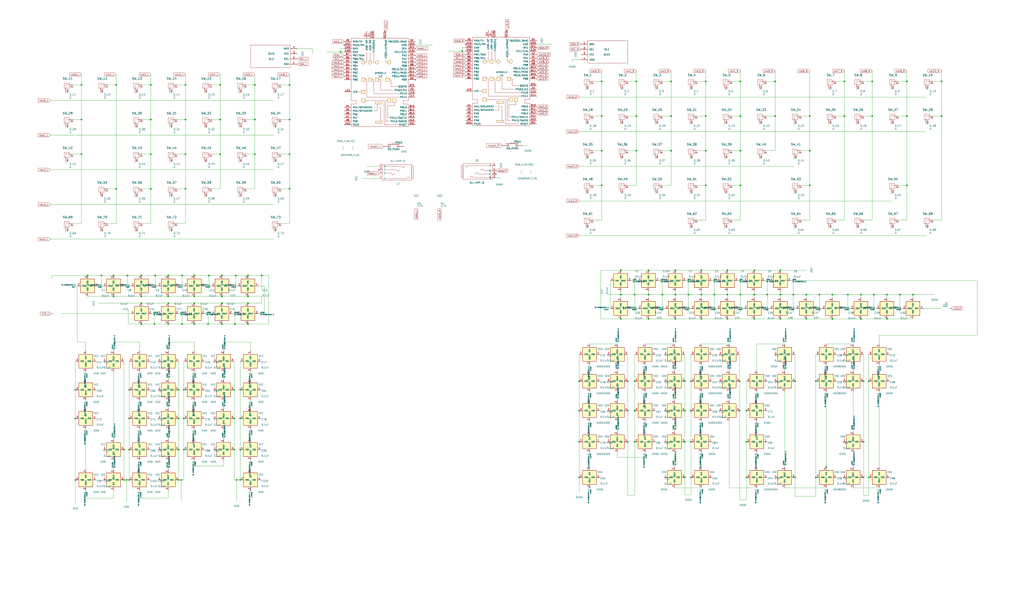
<source format=kicad_sch>
(kicad_sch (version 20210406) (generator eeschema)
  (paper "User" 750.011 450.012)
  (title_block (title "recess") (rev "0.1a") (company "onigaku"))
  (junction (at 55.245 285.75) (diameter 1.016))
  (junction (at 55.245 306.705) (diameter 1.016))
  (junction (at 55.245 351.79) (diameter 1.016))
  (junction (at 59.69 62.23) (diameter 1.016))
  (junction (at 59.69 87.63) (diameter 1.016))
  (junction (at 59.69 113.03) (diameter 1.016))
  (junction (at 64.135 201.93) (diameter 1.016))
  (junction (at 74.295 201.93) (diameter 1.016))
  (junction (at 83.185 201.93) (diameter 1.016))
  (junction (at 83.185 217.17) (diameter 1.016))
  (junction (at 85.09 62.23) (diameter 1.016))
  (junction (at 85.09 138.43) (diameter 1.016))
  (junction (at 90.805 329.565) (diameter 1.016))
  (junction (at 90.805 351.79) (diameter 1.016))
  (junction (at 92.71 351.79) (diameter 1.016))
  (junction (at 93.345 201.93) (diameter 1.016))
  (junction (at 94.615 285.75) (diameter 1.016))
  (junction (at 94.615 306.705) (diameter 1.016))
  (junction (at 94.615 329.565) (diameter 1.016))
  (junction (at 94.615 351.79) (diameter 1.016))
  (junction (at 103.505 201.93) (diameter 1.016))
  (junction (at 103.505 217.17) (diameter 1.016))
  (junction (at 103.505 222.25) (diameter 1.016))
  (junction (at 103.505 237.49) (diameter 1.016))
  (junction (at 110.49 62.23) (diameter 1.016))
  (junction (at 110.49 87.63) (diameter 1.016))
  (junction (at 110.49 113.03) (diameter 1.016))
  (junction (at 110.49 138.43) (diameter 1.016))
  (junction (at 113.03 237.49) (diameter 1.016))
  (junction (at 113.665 201.93) (diameter 1.016))
  (junction (at 123.19 201.93) (diameter 1.016))
  (junction (at 123.19 217.17) (diameter 1.016))
  (junction (at 123.19 222.25) (diameter 1.016))
  (junction (at 123.19 237.49) (diameter 1.016))
  (junction (at 130.81 285.75) (diameter 1.016))
  (junction (at 130.81 306.705) (diameter 1.016))
  (junction (at 130.81 329.565) (diameter 1.016))
  (junction (at 130.81 351.79) (diameter 1.016))
  (junction (at 132.715 351.79) (diameter 1.016))
  (junction (at 133.35 201.93) (diameter 1.016))
  (junction (at 133.35 237.49) (diameter 1.016))
  (junction (at 134.62 285.75) (diameter 1.016))
  (junction (at 134.62 306.705) (diameter 1.016))
  (junction (at 134.62 329.565) (diameter 1.016))
  (junction (at 135.89 62.23) (diameter 1.016))
  (junction (at 135.89 87.63) (diameter 1.016))
  (junction (at 135.89 113.03) (diameter 1.016))
  (junction (at 135.89 138.43) (diameter 1.016))
  (junction (at 142.24 201.93) (diameter 1.016))
  (junction (at 142.24 217.17) (diameter 1.016))
  (junction (at 142.24 222.25) (diameter 1.016))
  (junction (at 142.24 237.49) (diameter 1.016))
  (junction (at 152.4 237.49) (diameter 1.016))
  (junction (at 153.035 201.93) (diameter 1.016))
  (junction (at 161.29 62.23) (diameter 1.016))
  (junction (at 161.29 87.63) (diameter 1.016))
  (junction (at 161.29 113.03) (diameter 1.016))
  (junction (at 162.56 201.93) (diameter 1.016))
  (junction (at 162.56 217.17) (diameter 1.016))
  (junction (at 162.56 222.25) (diameter 1.016))
  (junction (at 162.56 237.49) (diameter 1.016))
  (junction (at 171.45 285.75) (diameter 1.016))
  (junction (at 171.45 306.705) (diameter 1.016))
  (junction (at 171.45 329.565) (diameter 1.016))
  (junction (at 172.085 237.49) (diameter 1.016))
  (junction (at 172.72 201.93) (diameter 1.016))
  (junction (at 173.355 351.79) (diameter 1.016))
  (junction (at 175.895 285.75) (diameter 1.016))
  (junction (at 175.895 306.705) (diameter 1.016))
  (junction (at 175.895 329.565) (diameter 1.016))
  (junction (at 175.895 351.79) (diameter 1.016))
  (junction (at 181.61 201.93) (diameter 1.016))
  (junction (at 181.61 217.17) (diameter 1.016))
  (junction (at 181.61 222.25) (diameter 1.016))
  (junction (at 181.61 237.49) (diameter 1.016))
  (junction (at 186.69 62.23) (diameter 1.016))
  (junction (at 186.69 87.63) (diameter 1.016))
  (junction (at 186.69 113.03) (diameter 1.016))
  (junction (at 191.77 201.93) (diameter 1.016))
  (junction (at 212.09 62.23) (diameter 1.016))
  (junction (at 212.09 87.63) (diameter 1.016))
  (junction (at 212.09 113.03) (diameter 1.016))
  (junction (at 212.09 138.43) (diameter 1.016))
  (junction (at 249.555 38.1) (diameter 1.016))
  (junction (at 338.455 37.465) (diameter 1.016))
  (junction (at 424.18 279.4) (diameter 1.016))
  (junction (at 424.18 300.99) (diameter 1.016))
  (junction (at 424.18 323.85) (diameter 1.016))
  (junction (at 424.18 349.885) (diameter 1.016))
  (junction (at 440.69 59.69) (diameter 1.016))
  (junction (at 440.69 85.09) (diameter 1.016))
  (junction (at 440.69 110.49) (diameter 1.016))
  (junction (at 440.69 135.89) (diameter 1.016))
  (junction (at 454.66 198.12) (diameter 1.016))
  (junction (at 454.66 215.9) (diameter 1.016))
  (junction (at 454.66 233.68) (diameter 1.016))
  (junction (at 459.74 279.4) (diameter 1.016))
  (junction (at 459.74 300.99) (diameter 1.016))
  (junction (at 459.74 323.85) (diameter 1.016))
  (junction (at 464.82 215.9) (diameter 1.016))
  (junction (at 464.82 279.4) (diameter 1.016))
  (junction (at 464.82 300.99) (diameter 1.016))
  (junction (at 464.82 323.85) (diameter 1.016))
  (junction (at 466.09 59.69) (diameter 1.016))
  (junction (at 466.09 85.09) (diameter 1.016))
  (junction (at 466.09 110.49) (diameter 1.016))
  (junction (at 474.98 198.12) (diameter 1.016))
  (junction (at 474.98 215.9) (diameter 1.016))
  (junction (at 474.98 233.68) (diameter 1.016))
  (junction (at 485.14 215.9) (diameter 1.016))
  (junction (at 491.49 59.69) (diameter 1.016))
  (junction (at 491.49 85.09) (diameter 1.016))
  (junction (at 491.49 110.49) (diameter 1.016))
  (junction (at 494.665 198.12) (diameter 1.016))
  (junction (at 494.665 215.9) (diameter 1.016))
  (junction (at 494.665 233.68) (diameter 1.016))
  (junction (at 501.65 279.4) (diameter 1.016))
  (junction (at 501.65 300.99) (diameter 1.016))
  (junction (at 501.65 323.85) (diameter 1.016))
  (junction (at 501.65 349.885) (diameter 1.016))
  (junction (at 504.19 215.9) (diameter 1.016))
  (junction (at 506.095 279.4) (diameter 1.016))
  (junction (at 506.095 300.99) (diameter 1.016))
  (junction (at 506.095 323.85) (diameter 1.016))
  (junction (at 506.095 349.885) (diameter 1.016))
  (junction (at 513.715 198.12) (diameter 1.016))
  (junction (at 513.715 215.9) (diameter 1.016))
  (junction (at 513.715 233.68) (diameter 1.016))
  (junction (at 516.89 59.69) (diameter 1.016))
  (junction (at 516.89 85.09) (diameter 1.016))
  (junction (at 516.89 110.49) (diameter 1.016))
  (junction (at 516.89 135.89) (diameter 1.016))
  (junction (at 523.24 215.9) (diameter 1.016))
  (junction (at 532.765 198.12) (diameter 1.016))
  (junction (at 532.765 215.9) (diameter 1.016))
  (junction (at 532.765 233.68) (diameter 1.016))
  (junction (at 541.655 279.4) (diameter 1.016))
  (junction (at 541.655 300.99) (diameter 1.016))
  (junction (at 542.29 59.69) (diameter 1.016))
  (junction (at 542.29 85.09) (diameter 1.016))
  (junction (at 542.29 110.49) (diameter 1.016))
  (junction (at 542.29 135.89) (diameter 1.016))
  (junction (at 542.29 215.9) (diameter 1.016))
  (junction (at 546.735 300.99) (diameter 1.016))
  (junction (at 546.735 323.85) (diameter 1.016))
  (junction (at 546.735 349.885) (diameter 1.016))
  (junction (at 552.45 198.12) (diameter 1.016))
  (junction (at 552.45 215.9) (diameter 1.016))
  (junction (at 552.45 233.68) (diameter 1.016))
  (junction (at 561.975 215.9) (diameter 1.016))
  (junction (at 567.69 59.69) (diameter 1.016))
  (junction (at 567.69 85.09) (diameter 1.016))
  (junction (at 571.5 198.12) (diameter 1.016))
  (junction (at 571.5 215.9) (diameter 1.016))
  (junction (at 571.5 233.68) (diameter 1.016))
  (junction (at 581.025 215.9) (diameter 1.016))
  (junction (at 582.295 279.4) (diameter 1.016))
  (junction (at 582.295 349.885) (diameter 1.016))
  (junction (at 590.55 215.9) (diameter 1.016))
  (junction (at 590.55 233.68) (diameter 1.016))
  (junction (at 593.09 85.09) (diameter 1.016))
  (junction (at 593.09 110.49) (diameter 1.016))
  (junction (at 593.09 135.89) (diameter 1.016))
  (junction (at 597.535 279.4) (diameter 1.016))
  (junction (at 597.535 349.885) (diameter 1.016))
  (junction (at 600.075 215.9) (diameter 1.016))
  (junction (at 605.155 342.265) (diameter 1.016))
  (junction (at 609.6 215.9) (diameter 1.016))
  (junction (at 609.6 233.68) (diameter 1.016))
  (junction (at 618.49 59.69) (diameter 1.016))
  (junction (at 618.49 85.09) (diameter 1.016))
  (junction (at 621.03 215.9) (diameter 1.016))
  (junction (at 630.555 215.9) (diameter 1.016))
  (junction (at 630.555 233.68) (diameter 1.016))
  (junction (at 632.46 279.4) (diameter 1.016))
  (junction (at 632.46 323.85) (diameter 1.016))
  (junction (at 632.46 349.885) (diameter 1.016))
  (junction (at 636.27 279.4) (diameter 1.016))
  (junction (at 636.27 349.885) (diameter 1.016))
  (junction (at 638.81 59.69) (diameter 1.016))
  (junction (at 638.81 85.09) (diameter 1.016))
  (junction (at 640.08 215.9) (diameter 1.016))
  (junction (at 649.605 215.9) (diameter 1.016))
  (junction (at 649.605 233.68) (diameter 1.016))
  (junction (at 659.13 215.9) (diameter 1.016))
  (junction (at 664.21 59.69) (diameter 1.016))
  (junction (at 664.21 85.09) (diameter 1.016))
  (junction (at 664.21 135.89) (diameter 1.016))
  (junction (at 668.655 215.9) (diameter 1.016))
  (junction (at 689.61 59.69) (diameter 1.016))
  (junction (at 689.61 85.09) (diameter 1.016))
  (no_connect (at 183.515 359.41))
  (no_connect (at 252.095 33.02))
  (no_connect (at 277.495 124.46))
  (no_connect (at 304.165 58.42))
  (no_connect (at 340.995 32.385))
  (no_connect (at 363.22 127.635))
  (no_connect (at 431.8 357.505))
  (wire (pts (xy 36.83 73.66) (xy 200.66 73.66)))
  (wire (pts (xy 36.83 99.06) (xy 200.66 99.06)))
  (wire (pts (xy 36.83 124.46) (xy 200.66 124.46)))
  (wire (pts (xy 36.83 149.86) (xy 200.66 149.86)))
  (wire (pts (xy 36.83 175.26) (xy 200.66 175.26)))
  (wire (pts (xy 37.465 229.87) (xy 40.005 229.87)))
  (wire (pts (xy 38.1 201.93) (xy 64.135 201.93)))
  (wire (pts (xy 38.1 204.47) (xy 38.1 201.93)))
  (wire (pts (xy 45.085 229.87) (xy 95.885 229.87)))
  (wire (pts (xy 48.26 67.31) (xy 48.26 68.58)))
  (wire (pts (xy 48.26 92.71) (xy 48.26 93.98)))
  (wire (pts (xy 48.26 118.11) (xy 48.26 119.38)))
  (wire (pts (xy 48.26 168.91) (xy 48.26 170.18)))
  (wire (pts (xy 53.34 62.23) (xy 59.69 62.23)))
  (wire (pts (xy 53.34 87.63) (xy 59.69 87.63)))
  (wire (pts (xy 53.34 113.03) (xy 59.69 113.03)))
  (wire (pts (xy 53.34 163.83) (xy 59.69 163.83)))
  (wire (pts (xy 55.245 285.75) (xy 55.245 264.795)))
  (wire (pts (xy 55.245 285.75) (xy 55.245 306.705)))
  (wire (pts (xy 55.245 306.705) (xy 55.245 351.79)))
  (wire (pts (xy 55.245 351.79) (xy 55.245 368.935)))
  (wire (pts (xy 56.515 209.55) (xy 56.515 250.825)))
  (wire (pts (xy 56.515 250.825) (xy 62.865 250.825)))
  (wire (pts (xy 59.69 54.61) (xy 59.69 62.23)))
  (wire (pts (xy 59.69 62.23) (xy 59.69 87.63)))
  (wire (pts (xy 59.69 113.03) (xy 59.69 87.63)))
  (wire (pts (xy 59.69 163.83) (xy 59.69 113.03)))
  (wire (pts (xy 62.865 250.825) (xy 62.865 257.175)))
  (wire (pts (xy 62.865 278.13) (xy 62.865 272.415)))
  (wire (pts (xy 62.865 293.37) (xy 62.865 299.085)))
  (wire (pts (xy 62.865 314.325) (xy 62.865 344.17)))
  (wire (pts (xy 62.865 359.41) (xy 62.865 365.125)))
  (wire (pts (xy 62.865 365.125) (xy 83.185 365.125)))
  (wire (pts (xy 64.135 201.93) (xy 74.295 201.93)))
  (wire (pts (xy 64.135 217.17) (xy 83.185 217.17)))
  (wire (pts (xy 71.755 209.55) (xy 75.565 209.55)))
  (wire (pts (xy 72.39 222.25) (xy 103.505 222.25)))
  (wire (pts (xy 73.66 67.31) (xy 73.66 68.58)))
  (wire (pts (xy 73.66 143.51) (xy 73.66 144.78)))
  (wire (pts (xy 73.66 168.91) (xy 73.66 170.18)))
  (wire (pts (xy 74.295 201.93) (xy 83.185 201.93)))
  (wire (pts (xy 74.295 212.09) (xy 74.295 201.93)))
  (wire (pts (xy 78.74 62.23) (xy 85.09 62.23)))
  (wire (pts (xy 78.74 138.43) (xy 85.09 138.43)))
  (wire (pts (xy 78.74 163.83) (xy 85.09 163.83)))
  (wire (pts (xy 83.185 201.93) (xy 93.345 201.93)))
  (wire (pts (xy 83.185 217.17) (xy 103.505 217.17)))
  (wire (pts (xy 83.185 250.825) (xy 83.185 257.175)))
  (wire (pts (xy 83.185 272.415) (xy 83.185 321.945)))
  (wire (pts (xy 83.185 344.17) (xy 83.185 337.185)))
  (wire (pts (xy 83.185 365.125) (xy 83.185 359.41)))
  (wire (pts (xy 85.09 54.61) (xy 85.09 62.23)))
  (wire (pts (xy 85.09 62.23) (xy 85.09 138.43)))
  (wire (pts (xy 85.09 163.83) (xy 85.09 138.43)))
  (wire (pts (xy 90.805 209.55) (xy 95.885 209.55)))
  (wire (pts (xy 90.805 264.795) (xy 90.805 329.565)))
  (wire (pts (xy 90.805 351.79) (xy 90.805 329.565)))
  (wire (pts (xy 92.71 351.79) (xy 90.805 351.79)))
  (wire (pts (xy 92.71 351.79) (xy 94.615 351.79)))
  (wire (pts (xy 92.71 367.665) (xy 92.71 351.79)))
  (wire (pts (xy 93.345 201.93) (xy 103.505 201.93)))
  (wire (pts (xy 93.345 212.09) (xy 93.345 201.93)))
  (wire (pts (xy 93.98 227.33) (xy 93.98 237.49)))
  (wire (pts (xy 93.98 237.49) (xy 103.505 237.49)))
  (wire (pts (xy 94.615 285.75) (xy 94.615 264.795)))
  (wire (pts (xy 94.615 306.705) (xy 94.615 285.75)))
  (wire (pts (xy 94.615 329.565) (xy 94.615 306.705)))
  (wire (pts (xy 94.615 351.79) (xy 94.615 329.565)))
  (wire (pts (xy 99.06 67.31) (xy 99.06 68.58)))
  (wire (pts (xy 99.06 92.71) (xy 99.06 93.98)))
  (wire (pts (xy 99.06 118.11) (xy 99.06 119.38)))
  (wire (pts (xy 99.06 143.51) (xy 99.06 144.78)))
  (wire (pts (xy 99.06 168.91) (xy 99.06 170.18)))
  (wire (pts (xy 102.235 250.825) (xy 83.185 250.825)))
  (wire (pts (xy 102.235 257.175) (xy 102.235 250.825)))
  (wire (pts (xy 102.235 278.13) (xy 102.235 272.415)))
  (wire (pts (xy 102.235 299.085) (xy 102.235 293.37)))
  (wire (pts (xy 102.235 314.325) (xy 102.235 321.945)))
  (wire (pts (xy 102.235 344.17) (xy 102.235 337.185)))
  (wire (pts (xy 102.235 359.41) (xy 102.235 365.125)))
  (wire (pts (xy 102.235 365.125) (xy 123.19 365.125)))
  (wire (pts (xy 103.505 201.93) (xy 113.665 201.93)))
  (wire (pts (xy 103.505 217.17) (xy 123.19 217.17)))
  (wire (pts (xy 103.505 222.25) (xy 123.19 222.25)))
  (wire (pts (xy 103.505 237.49) (xy 113.03 237.49)))
  (wire (pts (xy 104.14 62.23) (xy 110.49 62.23)))
  (wire (pts (xy 104.14 87.63) (xy 110.49 87.63)))
  (wire (pts (xy 104.14 113.03) (xy 110.49 113.03)))
  (wire (pts (xy 104.14 138.43) (xy 110.49 138.43)))
  (wire (pts (xy 104.14 163.83) (xy 110.49 163.83)))
  (wire (pts (xy 110.49 54.61) (xy 110.49 62.23)))
  (wire (pts (xy 110.49 62.23) (xy 110.49 87.63)))
  (wire (pts (xy 110.49 113.03) (xy 110.49 87.63)))
  (wire (pts (xy 110.49 138.43) (xy 110.49 113.03)))
  (wire (pts (xy 110.49 163.83) (xy 110.49 138.43)))
  (wire (pts (xy 111.125 209.55) (xy 115.57 209.55)))
  (wire (pts (xy 111.125 229.87) (xy 115.57 229.87)))
  (wire (pts (xy 113.03 227.33) (xy 113.03 237.49)))
  (wire (pts (xy 113.03 237.49) (xy 123.19 237.49)))
  (wire (pts (xy 113.665 201.93) (xy 123.19 201.93)))
  (wire (pts (xy 113.665 212.09) (xy 113.665 201.93)))
  (wire (pts (xy 123.19 201.93) (xy 133.35 201.93)))
  (wire (pts (xy 123.19 217.17) (xy 142.24 217.17)))
  (wire (pts (xy 123.19 222.25) (xy 142.24 222.25)))
  (wire (pts (xy 123.19 237.49) (xy 133.35 237.49)))
  (wire (pts (xy 123.19 250.825) (xy 142.24 250.825)))
  (wire (pts (xy 123.19 257.175) (xy 123.19 250.825)))
  (wire (pts (xy 123.19 272.415) (xy 123.19 278.13)))
  (wire (pts (xy 123.19 293.37) (xy 123.19 299.085)))
  (wire (pts (xy 123.19 321.945) (xy 123.19 314.325)))
  (wire (pts (xy 123.19 344.17) (xy 123.19 337.185)))
  (wire (pts (xy 123.19 365.125) (xy 123.19 359.41)))
  (wire (pts (xy 124.46 67.31) (xy 124.46 68.58)))
  (wire (pts (xy 124.46 92.71) (xy 124.46 93.98)))
  (wire (pts (xy 124.46 118.11) (xy 124.46 119.38)))
  (wire (pts (xy 124.46 143.51) (xy 124.46 144.78)))
  (wire (pts (xy 124.46 168.91) (xy 124.46 170.18)))
  (wire (pts (xy 129.54 62.23) (xy 135.89 62.23)))
  (wire (pts (xy 129.54 87.63) (xy 135.89 87.63)))
  (wire (pts (xy 129.54 113.03) (xy 135.89 113.03)))
  (wire (pts (xy 129.54 138.43) (xy 135.89 138.43)))
  (wire (pts (xy 129.54 163.83) (xy 135.89 163.83)))
  (wire (pts (xy 130.81 209.55) (xy 134.62 209.55)))
  (wire (pts (xy 130.81 229.87) (xy 134.62 229.87)))
  (wire (pts (xy 130.81 264.795) (xy 130.81 285.75)))
  (wire (pts (xy 130.81 285.75) (xy 130.81 306.705)))
  (wire (pts (xy 130.81 306.705) (xy 130.81 329.565)))
  (wire (pts (xy 130.81 329.565) (xy 130.81 351.79)))
  (wire (pts (xy 132.715 351.79) (xy 130.81 351.79)))
  (wire (pts (xy 132.715 351.79) (xy 132.715 367.03)))
  (wire (pts (xy 133.35 201.93) (xy 142.24 201.93)))
  (wire (pts (xy 133.35 212.09) (xy 133.35 201.93)))
  (wire (pts (xy 133.35 227.33) (xy 133.35 237.49)))
  (wire (pts (xy 133.35 237.49) (xy 142.24 237.49)))
  (wire (pts (xy 134.62 285.75) (xy 134.62 264.795)))
  (wire (pts (xy 134.62 306.705) (xy 134.62 285.75)))
  (wire (pts (xy 134.62 329.565) (xy 134.62 306.705)))
  (wire (pts (xy 134.62 329.565) (xy 134.62 351.79)))
  (wire (pts (xy 134.62 351.79) (xy 132.715 351.79)))
  (wire (pts (xy 135.89 54.61) (xy 135.89 62.23)))
  (wire (pts (xy 135.89 62.23) (xy 135.89 87.63)))
  (wire (pts (xy 135.89 113.03) (xy 135.89 87.63)))
  (wire (pts (xy 135.89 138.43) (xy 135.89 113.03)))
  (wire (pts (xy 135.89 163.83) (xy 135.89 138.43)))
  (wire (pts (xy 142.24 201.93) (xy 153.035 201.93)))
  (wire (pts (xy 142.24 217.17) (xy 162.56 217.17)))
  (wire (pts (xy 142.24 222.25) (xy 162.56 222.25)))
  (wire (pts (xy 142.24 237.49) (xy 152.4 237.49)))
  (wire (pts (xy 142.24 250.825) (xy 142.24 257.175)))
  (wire (pts (xy 142.24 278.13) (xy 142.24 272.415)))
  (wire (pts (xy 142.24 299.085) (xy 142.24 293.37)))
  (wire (pts (xy 142.24 321.945) (xy 142.24 314.325)))
  (wire (pts (xy 142.24 337.185) (xy 142.24 341.63)))
  (wire (pts (xy 142.24 341.63) (xy 163.83 341.63)))
  (wire (pts (xy 149.86 67.31) (xy 149.86 68.58)))
  (wire (pts (xy 149.86 92.71) (xy 149.86 93.98)))
  (wire (pts (xy 149.86 118.11) (xy 149.86 119.38)))
  (wire (pts (xy 149.86 143.51) (xy 149.86 144.78)))
  (wire (pts (xy 149.86 209.55) (xy 154.94 209.55)))
  (wire (pts (xy 149.86 229.87) (xy 154.94 229.87)))
  (wire (pts (xy 152.4 227.33) (xy 152.4 237.49)))
  (wire (pts (xy 152.4 237.49) (xy 162.56 237.49)))
  (wire (pts (xy 153.035 201.93) (xy 162.56 201.93)))
  (wire (pts (xy 153.035 212.09) (xy 153.035 201.93)))
  (wire (pts (xy 154.94 62.23) (xy 161.29 62.23)))
  (wire (pts (xy 154.94 87.63) (xy 161.29 87.63)))
  (wire (pts (xy 154.94 113.03) (xy 161.29 113.03)))
  (wire (pts (xy 154.94 138.43) (xy 161.29 138.43)))
  (wire (pts (xy 161.29 54.61) (xy 161.29 62.23)))
  (wire (pts (xy 161.29 62.23) (xy 161.29 87.63)))
  (wire (pts (xy 161.29 113.03) (xy 161.29 87.63)))
  (wire (pts (xy 161.29 138.43) (xy 161.29 113.03)))
  (wire (pts (xy 162.56 201.93) (xy 172.72 201.93)))
  (wire (pts (xy 162.56 217.17) (xy 181.61 217.17)))
  (wire (pts (xy 162.56 222.25) (xy 181.61 222.25)))
  (wire (pts (xy 162.56 237.49) (xy 172.085 237.49)))
  (wire (pts (xy 163.83 250.825) (xy 183.515 250.825)))
  (wire (pts (xy 163.83 257.175) (xy 163.83 250.825)))
  (wire (pts (xy 163.83 272.415) (xy 163.83 278.13)))
  (wire (pts (xy 163.83 299.085) (xy 163.83 293.37)))
  (wire (pts (xy 163.83 314.325) (xy 163.83 321.945)))
  (wire (pts (xy 163.83 341.63) (xy 163.83 337.185)))
  (wire (pts (xy 170.18 209.55) (xy 173.99 209.55)))
  (wire (pts (xy 171.45 285.75) (xy 171.45 264.795)))
  (wire (pts (xy 171.45 306.705) (xy 171.45 285.75)))
  (wire (pts (xy 171.45 329.565) (xy 171.45 306.705)))
  (wire (pts (xy 171.45 329.565) (xy 171.45 351.79)))
  (wire (pts (xy 171.45 351.79) (xy 173.355 351.79)))
  (wire (pts (xy 172.085 227.33) (xy 172.085 237.49)))
  (wire (pts (xy 172.085 237.49) (xy 181.61 237.49)))
  (wire (pts (xy 172.72 201.93) (xy 181.61 201.93)))
  (wire (pts (xy 172.72 212.09) (xy 172.72 201.93)))
  (wire (pts (xy 173.355 351.79) (xy 175.895 351.79)))
  (wire (pts (xy 173.355 367.03) (xy 173.355 351.79)))
  (wire (pts (xy 173.99 229.87) (xy 170.18 229.87)))
  (wire (pts (xy 175.26 67.31) (xy 175.26 68.58)))
  (wire (pts (xy 175.26 92.71) (xy 175.26 93.98)))
  (wire (pts (xy 175.26 118.11) (xy 175.26 119.38)))
  (wire (pts (xy 175.26 143.51) (xy 175.26 144.78)))
  (wire (pts (xy 175.895 285.75) (xy 175.895 264.795)))
  (wire (pts (xy 175.895 306.705) (xy 175.895 285.75)))
  (wire (pts (xy 175.895 329.565) (xy 175.895 306.705)))
  (wire (pts (xy 175.895 351.79) (xy 175.895 329.565)))
  (wire (pts (xy 180.34 62.23) (xy 186.69 62.23)))
  (wire (pts (xy 180.34 87.63) (xy 186.69 87.63)))
  (wire (pts (xy 180.34 113.03) (xy 186.69 113.03)))
  (wire (pts (xy 180.34 138.43) (xy 186.69 138.43)))
  (wire (pts (xy 181.61 201.93) (xy 191.77 201.93)))
  (wire (pts (xy 181.61 222.25) (xy 191.77 222.25)))
  (wire (pts (xy 181.61 237.49) (xy 196.85 237.49)))
  (wire (pts (xy 183.515 250.825) (xy 183.515 257.175)))
  (wire (pts (xy 183.515 278.13) (xy 183.515 272.415)))
  (wire (pts (xy 183.515 299.085) (xy 183.515 293.37)))
  (wire (pts (xy 183.515 321.945) (xy 183.515 314.325)))
  (wire (pts (xy 183.515 337.185) (xy 183.515 344.17)))
  (wire (pts (xy 186.69 54.61) (xy 186.69 62.23)))
  (wire (pts (xy 186.69 62.23) (xy 186.69 87.63)))
  (wire (pts (xy 186.69 113.03) (xy 186.69 87.63)))
  (wire (pts (xy 186.69 138.43) (xy 186.69 113.03)))
  (wire (pts (xy 189.23 229.87) (xy 193.675 229.87)))
  (wire (pts (xy 191.77 201.93) (xy 196.85 201.93)))
  (wire (pts (xy 191.77 212.09) (xy 191.77 201.93)))
  (wire (pts (xy 191.77 217.17) (xy 181.61 217.17)))
  (wire (pts (xy 191.77 222.25) (xy 191.77 217.17)))
  (wire (pts (xy 193.675 209.55) (xy 189.23 209.55)))
  (wire (pts (xy 193.675 229.87) (xy 193.675 209.55)))
  (wire (pts (xy 196.85 201.93) (xy 196.85 237.49)))
  (wire (pts (xy 200.66 67.31) (xy 200.66 68.58)))
  (wire (pts (xy 200.66 92.71) (xy 200.66 93.98)))
  (wire (pts (xy 200.66 118.11) (xy 200.66 119.38)))
  (wire (pts (xy 200.66 143.51) (xy 200.66 144.78)))
  (wire (pts (xy 200.66 168.91) (xy 200.66 170.18)))
  (wire (pts (xy 205.74 62.23) (xy 212.09 62.23)))
  (wire (pts (xy 205.74 87.63) (xy 212.09 87.63)))
  (wire (pts (xy 205.74 113.03) (xy 212.09 113.03)))
  (wire (pts (xy 205.74 138.43) (xy 212.09 138.43)))
  (wire (pts (xy 205.74 163.83) (xy 212.09 163.83)))
  (wire (pts (xy 212.09 54.61) (xy 212.09 62.23)))
  (wire (pts (xy 212.09 62.23) (xy 212.09 87.63)))
  (wire (pts (xy 212.09 113.03) (xy 212.09 87.63)))
  (wire (pts (xy 212.09 138.43) (xy 212.09 113.03)))
  (wire (pts (xy 212.09 163.83) (xy 212.09 138.43)))
  (wire (pts (xy 217.805 35.56) (xy 228.6 35.56)))
  (wire (pts (xy 228.6 35.56) (xy 228.6 39.37)))
  (wire (pts (xy 240.03 38.1) (xy 249.555 38.1)))
  (wire (pts (xy 240.03 38.735) (xy 240.03 38.1)))
  (wire (pts (xy 249.555 35.56) (xy 249.555 38.1)))
  (wire (pts (xy 249.555 38.1) (xy 252.095 38.1)))
  (wire (pts (xy 251.46 109.855) (xy 251.46 107.315)))
  (wire (pts (xy 252.095 35.56) (xy 249.555 35.56)))
  (wire (pts (xy 258.445 107.315) (xy 258.445 109.855)))
  (wire (pts (xy 264.795 130.81) (xy 277.495 130.81)))
  (wire (pts (xy 268.605 121.92) (xy 277.495 121.92)))
  (wire (pts (xy 304.165 33.02) (xy 316.865 33.02)))
  (wire (pts (xy 328.295 37.465) (xy 338.455 37.465)))
  (wire (pts (xy 338.455 34.925) (xy 338.455 37.465)))
  (wire (pts (xy 338.455 37.465) (xy 340.995 37.465)))
  (wire (pts (xy 340.995 34.925) (xy 338.455 34.925)))
  (wire (pts (xy 363.22 130.175) (xy 365.76 130.175)))
  (wire (pts (xy 365.76 131.445) (xy 365.76 130.175)))
  (wire (pts (xy 381.635 127) (xy 381.635 124.46)))
  (wire (pts (xy 386.715 106.68) (xy 382.905 106.68)))
  (wire (pts (xy 388.62 124.46) (xy 388.62 127)))
  (wire (pts (xy 393.065 32.385) (xy 404.495 32.385)))
  (wire (pts (xy 419.1 43.815) (xy 425.45 43.815)))
  (wire (pts (xy 419.1 45.085) (xy 419.1 43.815)))
  (wire (pts (xy 424.18 71.12) (xy 678.18 71.12)))
  (wire (pts (xy 424.18 96.52) (xy 678.18 96.52)))
  (wire (pts (xy 424.18 121.92) (xy 581.66 121.92)))
  (wire (pts (xy 424.18 147.32) (xy 652.78 147.32)))
  (wire (pts (xy 424.18 172.72) (xy 678.18 172.72)))
  (wire (pts (xy 424.18 279.4) (xy 424.18 259.715)))
  (wire (pts (xy 424.18 300.99) (xy 424.18 279.4)))
  (wire (pts (xy 424.18 300.99) (xy 424.18 323.85)))
  (wire (pts (xy 424.18 349.885) (xy 424.18 323.85)))
  (wire (pts (xy 424.18 360.68) (xy 424.18 349.885)))
  (wire (pts (xy 429.26 64.77) (xy 429.26 66.04)))
  (wire (pts (xy 429.26 90.17) (xy 429.26 91.44)))
  (wire (pts (xy 429.26 115.57) (xy 429.26 116.84)))
  (wire (pts (xy 429.26 140.97) (xy 429.26 142.24)))
  (wire (pts (xy 429.26 167.64) (xy 429.26 166.37)))
  (wire (pts (xy 431.8 252.095) (xy 452.12 252.095)))
  (wire (pts (xy 431.8 271.78) (xy 431.8 267.335)))
  (wire (pts (xy 431.8 293.37) (xy 431.8 287.02)))
  (wire (pts (xy 431.8 308.61) (xy 431.8 316.23)))
  (wire (pts (xy 431.8 342.265) (xy 431.8 331.47)))
  (wire (pts (xy 434.34 59.69) (xy 440.69 59.69)))
  (wire (pts (xy 434.34 85.09) (xy 440.69 85.09)))
  (wire (pts (xy 434.34 110.49) (xy 440.69 110.49)))
  (wire (pts (xy 434.34 135.89) (xy 440.69 135.89)))
  (wire (pts (xy 434.34 161.29) (xy 440.69 161.29)))
  (wire (pts (xy 440.055 198.12) (xy 440.055 233.68)))
  (wire (pts (xy 440.055 198.12) (xy 454.66 198.12)))
  (wire (pts (xy 440.055 233.68) (xy 454.66 233.68)))
  (wire (pts (xy 440.69 52.07) (xy 440.69 59.69)))
  (wire (pts (xy 440.69 59.69) (xy 440.69 85.09)))
  (wire (pts (xy 440.69 110.49) (xy 440.69 85.09)))
  (wire (pts (xy 440.69 135.89) (xy 440.69 110.49)))
  (wire (pts (xy 440.69 135.89) (xy 440.69 161.29)))
  (wire (pts (xy 445.135 215.9) (xy 454.66 215.9)))
  (wire (pts (xy 447.04 226.06) (xy 447.04 205.74)))
  (wire (pts (xy 452.12 271.78) (xy 452.12 267.335)))
  (wire (pts (xy 452.12 293.37) (xy 452.12 287.02)))
  (wire (pts (xy 452.12 308.61) (xy 452.12 316.23)))
  (wire (pts (xy 452.12 335.28) (xy 452.12 331.47)))
  (wire (pts (xy 454.66 64.77) (xy 454.66 66.04)))
  (wire (pts (xy 454.66 90.17) (xy 454.66 91.44)))
  (wire (pts (xy 454.66 115.57) (xy 454.66 116.84)))
  (wire (pts (xy 454.66 140.97) (xy 454.66 142.24)))
  (wire (pts (xy 454.66 198.12) (xy 474.98 198.12)))
  (wire (pts (xy 454.66 213.36) (xy 454.66 215.9)))
  (wire (pts (xy 454.66 215.9) (xy 454.66 218.44)))
  (wire (pts (xy 454.66 215.9) (xy 464.82 215.9)))
  (wire (pts (xy 454.66 233.68) (xy 474.98 233.68)))
  (wire (pts (xy 459.74 59.69) (xy 466.09 59.69)))
  (wire (pts (xy 459.74 85.09) (xy 466.09 85.09)))
  (wire (pts (xy 459.74 110.49) (xy 466.09 110.49)))
  (wire (pts (xy 459.74 135.89) (xy 466.09 135.89)))
  (wire (pts (xy 459.74 279.4) (xy 459.74 259.715)))
  (wire (pts (xy 459.74 300.99) (xy 459.74 279.4)))
  (wire (pts (xy 459.74 323.85) (xy 459.74 300.99)))
  (wire (pts (xy 459.74 363.22) (xy 459.74 323.85)))
  (wire (pts (xy 459.74 363.22) (xy 464.82 363.22)))
  (wire (pts (xy 462.28 205.74) (xy 467.36 205.74)))
  (wire (pts (xy 464.82 203.2) (xy 464.82 215.9)))
  (wire (pts (xy 464.82 215.9) (xy 474.98 215.9)))
  (wire (pts (xy 464.82 228.6) (xy 464.82 215.9)))
  (wire (pts (xy 464.82 259.715) (xy 464.82 279.4)))
  (wire (pts (xy 464.82 279.4) (xy 464.82 300.99)))
  (wire (pts (xy 464.82 300.99) (xy 464.82 323.85)))
  (wire (pts (xy 464.82 323.85) (xy 464.82 363.22)))
  (wire (pts (xy 466.09 52.07) (xy 466.09 59.69)))
  (wire (pts (xy 466.09 59.69) (xy 466.09 85.09)))
  (wire (pts (xy 466.09 110.49) (xy 466.09 85.09)))
  (wire (pts (xy 466.09 135.89) (xy 466.09 110.49)))
  (wire (pts (xy 467.36 226.06) (xy 462.28 226.06)))
  (wire (pts (xy 472.44 252.095) (xy 494.03 252.095)))
  (wire (pts (xy 472.44 267.335) (xy 472.44 271.78)))
  (wire (pts (xy 472.44 293.37) (xy 472.44 287.02)))
  (wire (pts (xy 472.44 308.61) (xy 472.44 316.23)))
  (wire (pts (xy 472.44 331.47) (xy 472.44 335.28)))
  (wire (pts (xy 472.44 335.28) (xy 452.12 335.28)))
  (wire (pts (xy 474.98 198.12) (xy 494.665 198.12)))
  (wire (pts (xy 474.98 213.36) (xy 474.98 215.9)))
  (wire (pts (xy 474.98 215.9) (xy 485.14 215.9)))
  (wire (pts (xy 474.98 218.44) (xy 474.98 215.9)))
  (wire (pts (xy 474.98 233.68) (xy 494.665 233.68)))
  (wire (pts (xy 480.06 64.77) (xy 480.06 66.04)))
  (wire (pts (xy 480.06 90.17) (xy 480.06 91.44)))
  (wire (pts (xy 480.06 115.57) (xy 480.06 116.84)))
  (wire (pts (xy 480.06 140.97) (xy 480.06 142.24)))
  (wire (pts (xy 482.6 205.74) (xy 487.045 205.74)))
  (wire (pts (xy 482.6 226.06) (xy 487.045 226.06)))
  (wire (pts (xy 485.14 59.69) (xy 491.49 59.69)))
  (wire (pts (xy 485.14 85.09) (xy 491.49 85.09)))
  (wire (pts (xy 485.14 110.49) (xy 491.49 110.49)))
  (wire (pts (xy 485.14 135.89) (xy 491.49 135.89)))
  (wire (pts (xy 485.14 203.2) (xy 485.14 215.9)))
  (wire (pts (xy 485.14 215.9) (xy 494.665 215.9)))
  (wire (pts (xy 485.14 228.6) (xy 485.14 215.9)))
  (wire (pts (xy 491.49 52.07) (xy 491.49 59.69)))
  (wire (pts (xy 491.49 59.69) (xy 491.49 85.09)))
  (wire (pts (xy 491.49 110.49) (xy 491.49 85.09)))
  (wire (pts (xy 491.49 135.89) (xy 491.49 110.49)))
  (wire (pts (xy 494.03 267.335) (xy 494.03 271.78)))
  (wire (pts (xy 494.03 287.02) (xy 494.03 293.37)))
  (wire (pts (xy 494.03 308.61) (xy 494.03 316.23)))
  (wire (pts (xy 494.03 331.47) (xy 494.03 342.265)))
  (wire (pts (xy 494.665 198.12) (xy 513.715 198.12)))
  (wire (pts (xy 494.665 215.9) (xy 494.665 213.36)))
  (wire (pts (xy 494.665 215.9) (xy 494.665 218.44)))
  (wire (pts (xy 494.665 215.9) (xy 504.19 215.9)))
  (wire (pts (xy 494.665 233.68) (xy 513.715 233.68)))
  (wire (pts (xy 501.65 279.4) (xy 501.65 259.715)))
  (wire (pts (xy 501.65 300.99) (xy 501.65 279.4)))
  (wire (pts (xy 501.65 323.85) (xy 501.65 300.99)))
  (wire (pts (xy 501.65 349.885) (xy 501.65 323.85)))
  (wire (pts (xy 501.65 349.885) (xy 501.65 362.585)))
  (wire (pts (xy 501.65 362.585) (xy 506.095 362.585)))
  (wire (pts (xy 502.285 205.74) (xy 506.095 205.74)))
  (wire (pts (xy 504.19 203.2) (xy 504.19 215.9)))
  (wire (pts (xy 504.19 215.9) (xy 513.715 215.9)))
  (wire (pts (xy 504.19 228.6) (xy 504.19 215.9)))
  (wire (pts (xy 505.46 64.77) (xy 505.46 66.04)))
  (wire (pts (xy 505.46 90.17) (xy 505.46 91.44)))
  (wire (pts (xy 505.46 115.57) (xy 505.46 116.84)))
  (wire (pts (xy 505.46 140.97) (xy 505.46 142.24)))
  (wire (pts (xy 505.46 166.37) (xy 505.46 167.64)))
  (wire (pts (xy 506.095 226.06) (xy 502.285 226.06)))
  (wire (pts (xy 506.095 259.715) (xy 506.095 279.4)))
  (wire (pts (xy 506.095 279.4) (xy 506.095 300.99)))
  (wire (pts (xy 506.095 300.99) (xy 506.095 323.85)))
  (wire (pts (xy 506.095 323.85) (xy 506.095 349.885)))
  (wire (pts (xy 506.095 362.585) (xy 506.095 349.885)))
  (wire (pts (xy 510.54 59.69) (xy 516.89 59.69)))
  (wire (pts (xy 510.54 85.09) (xy 516.89 85.09)))
  (wire (pts (xy 510.54 110.49) (xy 516.89 110.49)))
  (wire (pts (xy 510.54 135.89) (xy 516.89 135.89)))
  (wire (pts (xy 510.54 161.29) (xy 516.89 161.29)))
  (wire (pts (xy 513.715 198.12) (xy 532.765 198.12)))
  (wire (pts (xy 513.715 215.9) (xy 513.715 213.36)))
  (wire (pts (xy 513.715 215.9) (xy 513.715 218.44)))
  (wire (pts (xy 513.715 215.9) (xy 523.24 215.9)))
  (wire (pts (xy 513.715 233.68) (xy 532.765 233.68)))
  (wire (pts (xy 513.715 271.78) (xy 513.715 267.335)))
  (wire (pts (xy 513.715 293.37) (xy 513.715 287.02)))
  (wire (pts (xy 513.715 308.61) (xy 513.715 316.23)))
  (wire (pts (xy 513.715 342.265) (xy 513.715 331.47)))
  (wire (pts (xy 513.715 357.505) (xy 494.03 357.505)))
  (wire (pts (xy 516.89 52.07) (xy 516.89 59.69)))
  (wire (pts (xy 516.89 59.69) (xy 516.89 85.09)))
  (wire (pts (xy 516.89 110.49) (xy 516.89 85.09)))
  (wire (pts (xy 516.89 135.89) (xy 516.89 110.49)))
  (wire (pts (xy 516.89 161.29) (xy 516.89 135.89)))
  (wire (pts (xy 521.335 205.74) (xy 525.145 205.74)))
  (wire (pts (xy 521.335 226.06) (xy 525.145 226.06)))
  (wire (pts (xy 523.24 203.2) (xy 523.24 215.9)))
  (wire (pts (xy 523.24 215.9) (xy 532.765 215.9)))
  (wire (pts (xy 523.24 228.6) (xy 523.24 215.9)))
  (wire (pts (xy 530.86 64.77) (xy 530.86 66.04)))
  (wire (pts (xy 530.86 90.17) (xy 530.86 91.44)))
  (wire (pts (xy 530.86 115.57) (xy 530.86 116.84)))
  (wire (pts (xy 530.86 140.97) (xy 530.86 142.24)))
  (wire (pts (xy 530.86 166.37) (xy 530.86 167.64)))
  (wire (pts (xy 532.765 198.12) (xy 552.45 198.12)))
  (wire (pts (xy 532.765 213.36) (xy 532.765 215.9)))
  (wire (pts (xy 532.765 215.9) (xy 542.29 215.9)))
  (wire (pts (xy 532.765 218.44) (xy 532.765 215.9)))
  (wire (pts (xy 532.765 233.68) (xy 552.45 233.68)))
  (wire (pts (xy 534.035 252.095) (xy 513.715 252.095)))
  (wire (pts (xy 534.035 267.335) (xy 534.035 271.78)))
  (wire (pts (xy 534.035 293.37) (xy 534.035 287.02)))
  (wire (pts (xy 534.035 357.505) (xy 534.035 308.61)))
  (wire (pts (xy 535.94 59.69) (xy 542.29 59.69)))
  (wire (pts (xy 535.94 85.09) (xy 542.29 85.09)))
  (wire (pts (xy 535.94 110.49) (xy 542.29 110.49)))
  (wire (pts (xy 535.94 135.89) (xy 542.29 135.89)))
  (wire (pts (xy 535.94 161.29) (xy 542.29 161.29)))
  (wire (pts (xy 540.385 205.74) (xy 544.83 205.74)))
  (wire (pts (xy 540.385 226.06) (xy 544.83 226.06)))
  (wire (pts (xy 541.655 259.715) (xy 541.655 279.4)))
  (wire (pts (xy 541.655 279.4) (xy 541.655 300.99)))
  (wire (pts (xy 541.655 300.99) (xy 541.655 366.395)))
  (wire (pts (xy 541.655 366.395) (xy 546.735 366.395)))
  (wire (pts (xy 542.29 52.07) (xy 542.29 59.69)))
  (wire (pts (xy 542.29 59.69) (xy 542.29 85.09)))
  (wire (pts (xy 542.29 110.49) (xy 542.29 85.09)))
  (wire (pts (xy 542.29 135.89) (xy 542.29 110.49)))
  (wire (pts (xy 542.29 161.29) (xy 542.29 135.89)))
  (wire (pts (xy 542.29 203.2) (xy 542.29 215.9)))
  (wire (pts (xy 542.29 215.9) (xy 542.29 228.6)))
  (wire (pts (xy 542.29 215.9) (xy 552.45 215.9)))
  (wire (pts (xy 546.735 300.99) (xy 546.735 279.4)))
  (wire (pts (xy 546.735 323.85) (xy 546.735 300.99)))
  (wire (pts (xy 546.735 349.885) (xy 546.735 323.85)))
  (wire (pts (xy 546.735 366.395) (xy 546.735 349.885)))
  (wire (pts (xy 552.45 198.12) (xy 571.5 198.12)))
  (wire (pts (xy 552.45 215.9) (xy 552.45 213.36)))
  (wire (pts (xy 552.45 215.9) (xy 552.45 218.44)))
  (wire (pts (xy 552.45 215.9) (xy 561.975 215.9)))
  (wire (pts (xy 552.45 233.68) (xy 571.5 233.68)))
  (wire (pts (xy 554.355 252.095) (xy 554.355 271.78)))
  (wire (pts (xy 554.355 252.095) (xy 574.675 252.095)))
  (wire (pts (xy 554.355 293.37) (xy 554.355 287.02)))
  (wire (pts (xy 554.355 316.23) (xy 554.355 308.61)))
  (wire (pts (xy 554.355 342.265) (xy 554.355 331.47)))
  (wire (pts (xy 554.355 357.505) (xy 534.035 357.505)))
  (wire (pts (xy 556.26 64.77) (xy 556.26 66.04)))
  (wire (pts (xy 556.26 90.17) (xy 556.26 91.44)))
  (wire (pts (xy 556.26 115.57) (xy 556.26 116.84)))
  (wire (pts (xy 560.07 205.74) (xy 563.88 205.74)))
  (wire (pts (xy 560.07 226.06) (xy 563.88 226.06)))
  (wire (pts (xy 561.34 59.69) (xy 567.69 59.69)))
  (wire (pts (xy 561.34 85.09) (xy 567.69 85.09)))
  (wire (pts (xy 561.34 110.49) (xy 567.69 110.49)))
  (wire (pts (xy 561.975 203.2) (xy 561.975 215.9)))
  (wire (pts (xy 561.975 215.9) (xy 571.5 215.9)))
  (wire (pts (xy 561.975 228.6) (xy 561.975 215.9)))
  (wire (pts (xy 567.69 52.07) (xy 567.69 59.69)))
  (wire (pts (xy 567.69 59.69) (xy 567.69 85.09)))
  (wire (pts (xy 567.69 110.49) (xy 567.69 85.09)))
  (wire (pts (xy 571.5 198.12) (xy 590.55 198.12)))
  (wire (pts (xy 571.5 215.9) (xy 571.5 213.36)))
  (wire (pts (xy 571.5 215.9) (xy 581.025 215.9)))
  (wire (pts (xy 571.5 218.44) (xy 571.5 215.9)))
  (wire (pts (xy 571.5 233.68) (xy 590.55 233.68)))
  (wire (pts (xy 574.675 271.78) (xy 574.675 267.335)))
  (wire (pts (xy 574.675 342.265) (xy 574.675 287.02)))
  (wire (pts (xy 579.12 205.74) (xy 715.645 205.74)))
  (wire (pts (xy 579.12 226.06) (xy 582.93 226.06)))
  (wire (pts (xy 581.025 203.2) (xy 581.025 215.9)))
  (wire (pts (xy 581.025 215.9) (xy 590.55 215.9)))
  (wire (pts (xy 581.025 228.6) (xy 581.025 215.9)))
  (wire (pts (xy 581.66 90.17) (xy 581.66 91.44)))
  (wire (pts (xy 581.66 115.57) (xy 581.66 116.84)))
  (wire (pts (xy 581.66 140.97) (xy 581.66 142.24)))
  (wire (pts (xy 581.66 166.37) (xy 581.66 167.64)))
  (wire (pts (xy 582.295 259.715) (xy 582.295 279.4)))
  (wire (pts (xy 582.295 279.4) (xy 582.295 349.885)))
  (wire (pts (xy 582.295 349.885) (xy 582.295 363.855)))
  (wire (pts (xy 582.295 363.855) (xy 597.535 363.855)))
  (wire (pts (xy 586.74 85.09) (xy 593.09 85.09)))
  (wire (pts (xy 586.74 110.49) (xy 593.09 110.49)))
  (wire (pts (xy 586.74 135.89) (xy 593.09 135.89)))
  (wire (pts (xy 586.74 161.29) (xy 593.09 161.29)))
  (wire (pts (xy 590.55 215.9) (xy 590.55 218.44)))
  (wire (pts (xy 590.55 215.9) (xy 600.075 215.9)))
  (wire (pts (xy 590.55 233.68) (xy 609.6 233.68)))
  (wire (pts (xy 593.09 52.07) (xy 593.09 85.09)))
  (wire (pts (xy 593.09 110.49) (xy 593.09 85.09)))
  (wire (pts (xy 593.09 135.89) (xy 593.09 110.49)))
  (wire (pts (xy 593.09 161.29) (xy 593.09 135.89)))
  (wire (pts (xy 597.535 279.4) (xy 597.535 259.715)))
  (wire (pts (xy 597.535 349.885) (xy 597.535 279.4)))
  (wire (pts (xy 597.535 349.885) (xy 597.535 363.855)))
  (wire (pts (xy 598.17 226.06) (xy 601.98 226.06)))
  (wire (pts (xy 600.075 215.9) (xy 600.075 228.6)))
  (wire (pts (xy 600.075 215.9) (xy 609.6 215.9)))
  (wire (pts (xy 605.155 267.335) (xy 605.155 271.78)))
  (wire (pts (xy 605.155 287.02) (xy 605.155 342.265)))
  (wire (pts (xy 605.155 342.9) (xy 605.155 342.265)))
  (wire (pts (xy 605.155 357.505) (xy 574.675 357.505)))
  (wire (pts (xy 607.06 64.77) (xy 607.06 66.04)))
  (wire (pts (xy 607.06 90.17) (xy 607.06 91.44)))
  (wire (pts (xy 607.06 166.37) (xy 607.06 167.64)))
  (wire (pts (xy 609.6 215.9) (xy 621.03 215.9)))
  (wire (pts (xy 609.6 218.44) (xy 609.6 215.9)))
  (wire (pts (xy 609.6 233.68) (xy 630.555 233.68)))
  (wire (pts (xy 612.14 59.69) (xy 618.49 59.69)))
  (wire (pts (xy 612.14 85.09) (xy 618.49 85.09)))
  (wire (pts (xy 612.14 161.29) (xy 618.49 161.29)))
  (wire (pts (xy 617.22 226.06) (xy 622.935 226.06)))
  (wire (pts (xy 618.49 52.07) (xy 618.49 59.69)))
  (wire (pts (xy 618.49 59.69) (xy 618.49 85.09)))
  (wire (pts (xy 618.49 161.29) (xy 618.49 85.09)))
  (wire (pts (xy 621.03 215.9) (xy 630.555 215.9)))
  (wire (pts (xy 621.03 228.6) (xy 621.03 215.9)))
  (wire (pts (xy 624.84 252.095) (xy 605.155 252.095)))
  (wire (pts (xy 624.84 267.335) (xy 624.84 271.78)))
  (wire (pts (xy 624.84 316.23) (xy 624.84 287.02)))
  (wire (pts (xy 624.84 331.47) (xy 624.84 342.265)))
  (wire (pts (xy 627.38 64.77) (xy 627.38 66.04)))
  (wire (pts (xy 627.38 90.17) (xy 627.38 91.44)))
  (wire (pts (xy 627.38 166.37) (xy 627.38 167.64)))
  (wire (pts (xy 630.555 215.9) (xy 640.08 215.9)))
  (wire (pts (xy 630.555 218.44) (xy 630.555 215.9)))
  (wire (pts (xy 630.555 233.68) (xy 649.605 233.68)))
  (wire (pts (xy 632.46 59.69) (xy 638.81 59.69)))
  (wire (pts (xy 632.46 85.09) (xy 638.81 85.09)))
  (wire (pts (xy 632.46 161.29) (xy 638.81 161.29)))
  (wire (pts (xy 632.46 259.715) (xy 632.46 279.4)))
  (wire (pts (xy 632.46 279.4) (xy 632.46 323.85)))
  (wire (pts (xy 632.46 349.885) (xy 632.46 323.85)))
  (wire (pts (xy 632.46 349.885) (xy 632.46 363.22)))
  (wire (pts (xy 632.46 363.22) (xy 636.27 363.22)))
  (wire (pts (xy 636.27 279.4) (xy 636.27 259.715)))
  (wire (pts (xy 636.27 279.4) (xy 636.27 349.885)))
  (wire (pts (xy 636.27 363.22) (xy 636.27 349.885)))
  (wire (pts (xy 638.81 52.07) (xy 638.81 59.69)))
  (wire (pts (xy 638.81 59.69) (xy 638.81 85.09)))
  (wire (pts (xy 638.81 161.29) (xy 638.81 85.09)))
  (wire (pts (xy 640.08 215.9) (xy 649.605 215.9)))
  (wire (pts (xy 640.08 228.6) (xy 640.08 215.9)))
  (wire (pts (xy 641.985 226.06) (xy 638.175 226.06)))
  (wire (pts (xy 643.89 245.745) (xy 643.89 252.095)))
  (wire (pts (xy 643.89 271.78) (xy 643.89 267.335)))
  (wire (pts (xy 643.89 342.265) (xy 643.89 287.02)))
  (wire (pts (xy 643.89 357.505) (xy 624.84 357.505)))
  (wire (pts (xy 649.605 215.9) (xy 659.13 215.9)))
  (wire (pts (xy 649.605 218.44) (xy 649.605 215.9)))
  (wire (pts (xy 649.605 233.68) (xy 668.655 233.68)))
  (wire (pts (xy 652.78 64.77) (xy 652.78 66.04)))
  (wire (pts (xy 652.78 90.17) (xy 652.78 91.44)))
  (wire (pts (xy 652.78 140.97) (xy 652.78 142.24)))
  (wire (pts (xy 652.78 166.37) (xy 652.78 167.64)))
  (wire (pts (xy 657.225 226.06) (xy 661.035 226.06)))
  (wire (pts (xy 657.86 59.69) (xy 664.21 59.69)))
  (wire (pts (xy 657.86 85.09) (xy 664.21 85.09)))
  (wire (pts (xy 657.86 135.89) (xy 664.21 135.89)))
  (wire (pts (xy 657.86 161.29) (xy 664.21 161.29)))
  (wire (pts (xy 659.13 215.9) (xy 668.655 215.9)))
  (wire (pts (xy 659.13 228.6) (xy 659.13 215.9)))
  (wire (pts (xy 664.21 52.07) (xy 664.21 59.69)))
  (wire (pts (xy 664.21 59.69) (xy 664.21 85.09)))
  (wire (pts (xy 664.21 135.89) (xy 664.21 85.09)))
  (wire (pts (xy 664.21 161.29) (xy 664.21 135.89)))
  (wire (pts (xy 668.655 215.9) (xy 684.53 215.9)))
  (wire (pts (xy 668.655 218.44) (xy 668.655 215.9)))
  (wire (pts (xy 676.275 226.06) (xy 689.61 226.06)))
  (wire (pts (xy 678.18 64.77) (xy 678.18 66.04)))
  (wire (pts (xy 678.18 90.17) (xy 678.18 91.44)))
  (wire (pts (xy 678.18 166.37) (xy 678.18 167.64)))
  (wire (pts (xy 683.26 59.69) (xy 689.61 59.69)))
  (wire (pts (xy 683.26 85.09) (xy 689.61 85.09)))
  (wire (pts (xy 683.26 161.29) (xy 689.61 161.29)))
  (wire (pts (xy 689.61 52.07) (xy 689.61 59.69)))
  (wire (pts (xy 689.61 59.69) (xy 689.61 85.09)))
  (wire (pts (xy 689.61 161.29) (xy 689.61 85.09)))
  (wire (pts (xy 696.595 226.06) (xy 694.69 226.06)))
  (wire (pts (xy 715.645 205.74) (xy 715.645 245.745)))
  (wire (pts (xy 715.645 245.745) (xy 643.89 245.745)))
  (global_label "row0_L" (shape input) (at 36.83 73.66 180) (property "Intersheet References" "${INTERSHEET_REFS}" (effects hide)))
  (global_label "row1_L" (shape input) (at 36.83 99.06 180) (property "Intersheet References" "${INTERSHEET_REFS}" (effects hide)))
  (global_label "row2_L" (shape input) (at 36.83 124.46 180) (property "Intersheet References" "${INTERSHEET_REFS}" (effects hide)))
  (global_label "row3_L" (shape input) (at 36.83 149.86 180) (property "Intersheet References" "${INTERSHEET_REFS}" (effects hide)))
  (global_label "row4_L" (shape input) (at 36.83 175.26 180) (property "Intersheet References" "${INTERSHEET_REFS}" (effects hide)))
  (global_label "LED_L" (shape input) (at 37.465 229.87 180) (property "Intersheet References" "${INTERSHEET_REFS}" (effects hide)))
  (global_label "col0_L" (shape input) (at 59.69 54.61 180) (property "Intersheet References" "${INTERSHEET_REFS}" (effects hide)))
  (global_label "col1_L" (shape input) (at 85.09 54.61 180) (property "Intersheet References" "${INTERSHEET_REFS}" (effects hide)))
  (global_label "col2_L" (shape input) (at 110.49 54.61 180) (property "Intersheet References" "${INTERSHEET_REFS}" (effects hide)))
  (global_label "col3_L" (shape input) (at 135.89 54.61 180) (property "Intersheet References" "${INTERSHEET_REFS}" (effects hide)))
  (global_label "col4_L" (shape input) (at 161.29 54.61 180) (property "Intersheet References" "${INTERSHEET_REFS}" (effects hide)))
  (global_label "col5_L" (shape input) (at 186.69 54.61 180) (property "Intersheet References" "${INTERSHEET_REFS}" (effects hide)))
  (global_label "col6_L" (shape input) (at 212.09 54.61 180) (property "Intersheet References" "${INTERSHEET_REFS}" (effects hide)))
  (global_label "SCL_L" (shape input) (at 217.805 43.18 0) (property "Intersheet References" "${INTERSHEET_REFS}" (effects hide)))
  (global_label "SDA_L" (shape input) (at 217.805 46.99 0) (property "Intersheet References" "${INTERSHEET_REFS}" (effects hide)))
  (global_label "data_L" (shape input) (at 252.095 30.48 180) (property "Intersheet References" "${INTERSHEET_REFS}" (effects hide)))
  (global_label "SDA_L" (shape input) (at 252.095 40.64 180) (property "Intersheet References" "${INTERSHEET_REFS}" (effects hide)))
  (global_label "SCL_L" (shape input) (at 252.095 43.18 180) (property "Intersheet References" "${INTERSHEET_REFS}" (effects hide)))
  (global_label "row0_L" (shape input) (at 252.095 45.72 180) (property "Intersheet References" "${INTERSHEET_REFS}" (effects hide)))
  (global_label "row1_L" (shape input) (at 252.095 48.26 180) (property "Intersheet References" "${INTERSHEET_REFS}" (effects hide)))
  (global_label "row2_L" (shape input) (at 252.095 50.8 180) (property "Intersheet References" "${INTERSHEET_REFS}" (effects hide)))
  (global_label "row3_L" (shape input) (at 252.095 53.34 180) (property "Intersheet References" "${INTERSHEET_REFS}" (effects hide)))
  (global_label "row4_L" (shape input) (at 252.095 55.88 180) (property "Intersheet References" "${INTERSHEET_REFS}" (effects hide)))
  (global_label "data_L" (shape input) (at 277.495 127 180) (property "Intersheet References" "${INTERSHEET_REFS}" (effects hide)))
  (global_label "reset_L" (shape input) (at 280.67 107.315 180) (effects (font (size 1.524 1.524))) (property "Intersheet References" "${INTERSHEET_REFS}" (effects hide)))
  (global_label "LED_L" (shape input) (at 282.575 22.86 90) (property "Intersheet References" "${INTERSHEET_REFS}" (effects hide)))
  (global_label "reset_L" (shape input) (at 304.165 35.56 0) (property "Intersheet References" "${INTERSHEET_REFS}" (effects hide)))
  (global_label "col0_L" (shape input) (at 304.165 40.64 0) (property "Intersheet References" "${INTERSHEET_REFS}" (effects hide)))
  (global_label "col1_L" (shape input) (at 304.165 43.18 0) (property "Intersheet References" "${INTERSHEET_REFS}" (effects hide)))
  (global_label "col2_L" (shape input) (at 304.165 45.72 0) (property "Intersheet References" "${INTERSHEET_REFS}" (effects hide)))
  (global_label "col3_L" (shape input) (at 304.165 48.26 0) (property "Intersheet References" "${INTERSHEET_REFS}" (effects hide)))
  (global_label "col4_L" (shape input) (at 304.165 50.8 0) (property "Intersheet References" "${INTERSHEET_REFS}" (effects hide)))
  (global_label "col5_L" (shape input) (at 304.165 53.34 0) (property "Intersheet References" "${INTERSHEET_REFS}" (effects hide)))
  (global_label "col6_L" (shape input) (at 304.165 55.88 0) (property "Intersheet References" "${INTERSHEET_REFS}" (effects hide)))
  (global_label "data_L" (shape input) (at 304.8 152.4 270) (property "Intersheet References" "${INTERSHEET_REFS}" (effects hide)))
  (global_label "data_R" (shape input) (at 321.945 152.4 270) (property "Intersheet References" "${INTERSHEET_REFS}" (effects hide)))
  (global_label "data_R" (shape input) (at 340.995 29.845 180) (property "Intersheet References" "${INTERSHEET_REFS}" (effects hide)))
  (global_label "SDA_R" (shape input) (at 340.995 40.005 180) (property "Intersheet References" "${INTERSHEET_REFS}" (effects hide)))
  (global_label "SCL_R" (shape input) (at 340.995 42.545 180) (property "Intersheet References" "${INTERSHEET_REFS}" (effects hide)))
  (global_label "row0_R" (shape input) (at 340.995 45.085 180) (effects (font (size 1.1938 1.1938))) (property "Intersheet References" "${INTERSHEET_REFS}" (effects hide)))
  (global_label "row1_R" (shape input) (at 340.995 47.625 180) (effects (font (size 1.1938 1.1938))) (property "Intersheet References" "${INTERSHEET_REFS}" (effects hide)))
  (global_label "row2_R" (shape input) (at 340.995 50.165 180) (effects (font (size 1.1938 1.1938))) (property "Intersheet References" "${INTERSHEET_REFS}" (effects hide)))
  (global_label "row3_R" (shape input) (at 340.995 52.705 180) (effects (font (size 1.1938 1.1938))) (property "Intersheet References" "${INTERSHEET_REFS}" (effects hide)))
  (global_label "row4_R" (shape input) (at 340.995 55.245 180) (property "Intersheet References" "${INTERSHEET_REFS}" (effects hide)))
  (global_label "data_R" (shape input) (at 363.22 125.095 0) (property "Intersheet References" "${INTERSHEET_REFS}" (effects hide)))
  (global_label "reset_R" (shape input) (at 367.665 106.68 180) (effects (font (size 1.524 1.524))) (property "Intersheet References" "${INTERSHEET_REFS}" (effects hide)))
  (global_label "LED_R" (shape input) (at 371.475 22.225 90) (property "Intersheet References" "${INTERSHEET_REFS}" (effects hide)))
  (global_label "reset_R" (shape input) (at 393.065 34.925 0) (effects (font (size 1.1938 1.1938))) (property "Intersheet References" "${INTERSHEET_REFS}" (effects hide)))
  (global_label "col10_R" (shape input) (at 393.065 40.005 0) (property "Intersheet References" "${INTERSHEET_REFS}" (effects hide)))
  (global_label "col9_R" (shape input) (at 393.065 42.545 0) (property "Intersheet References" "${INTERSHEET_REFS}" (effects hide)))
  (global_label "col8_R" (shape input) (at 393.065 45.085 0) (property "Intersheet References" "${INTERSHEET_REFS}" (effects hide)))
  (global_label "col7_R" (shape input) (at 393.065 47.625 0) (effects (font (size 1.1938 1.1938))) (property "Intersheet References" "${INTERSHEET_REFS}" (effects hide)))
  (global_label "col6_R" (shape input) (at 393.065 50.165 0) (effects (font (size 1.1938 1.1938))) (property "Intersheet References" "${INTERSHEET_REFS}" (effects hide)))
  (global_label "col5_R" (shape input) (at 393.065 52.705 0) (effects (font (size 1.1938 1.1938))) (property "Intersheet References" "${INTERSHEET_REFS}" (effects hide)))
  (global_label "col4_R" (shape input) (at 393.065 55.245 0) (effects (font (size 1.1938 1.1938))) (property "Intersheet References" "${INTERSHEET_REFS}" (effects hide)))
  (global_label "col3_R" (shape input) (at 393.065 57.785 0) (effects (font (size 1.1938 1.1938))) (property "Intersheet References" "${INTERSHEET_REFS}" (effects hide)))
  (global_label "col2_R" (shape input) (at 393.065 78.105 0) (effects (font (size 1.1938 1.1938))) (property "Intersheet References" "${INTERSHEET_REFS}" (effects hide)))
  (global_label "col1_R" (shape input) (at 393.065 80.645 0) (effects (font (size 1.1938 1.1938))) (property "Intersheet References" "${INTERSHEET_REFS}" (effects hide)))
  (global_label "col0_R" (shape input) (at 393.065 83.185 0) (effects (font (size 1.1938 1.1938))) (property "Intersheet References" "${INTERSHEET_REFS}" (effects hide)))
  (global_label "row0_R" (shape input) (at 424.18 71.12 180) (property "Intersheet References" "${INTERSHEET_REFS}" (effects hide)))
  (global_label "row1_R" (shape input) (at 424.18 96.52 180) (property "Intersheet References" "${INTERSHEET_REFS}" (effects hide)))
  (global_label "row2_R" (shape input) (at 424.18 121.92 180) (property "Intersheet References" "${INTERSHEET_REFS}" (effects hide)))
  (global_label "row3_R" (shape input) (at 424.18 147.32 180) (property "Intersheet References" "${INTERSHEET_REFS}" (effects hide)))
  (global_label "row4_R" (shape input) (at 424.18 172.72 180) (property "Intersheet References" "${INTERSHEET_REFS}" (effects hide)))
  (global_label "SDA_R" (shape input) (at 425.45 32.385 180) (property "Intersheet References" "${INTERSHEET_REFS}" (effects hide)))
  (global_label "SCL_R" (shape input) (at 425.45 36.195 180) (property "Intersheet References" "${INTERSHEET_REFS}" (effects hide)))
  (global_label "col0_R" (shape input) (at 440.69 52.07 180) (property "Intersheet References" "${INTERSHEET_REFS}" (effects hide)))
  (global_label "col1_R" (shape input) (at 466.09 52.07 180) (property "Intersheet References" "${INTERSHEET_REFS}" (effects hide)))
  (global_label "col2_R" (shape input) (at 491.49 52.07 180) (property "Intersheet References" "${INTERSHEET_REFS}" (effects hide)))
  (global_label "col3_R" (shape input) (at 516.89 52.07 180) (property "Intersheet References" "${INTERSHEET_REFS}" (effects hide)))
  (global_label "col4_R" (shape input) (at 542.29 52.07 180) (property "Intersheet References" "${INTERSHEET_REFS}" (effects hide)))
  (global_label "col5_R" (shape input) (at 567.69 52.07 180) (property "Intersheet References" "${INTERSHEET_REFS}" (effects hide)))
  (global_label "col6_R" (shape input) (at 593.09 52.07 180) (property "Intersheet References" "${INTERSHEET_REFS}" (effects hide)))
  (global_label "col7_R" (shape input) (at 618.49 52.07 180) (property "Intersheet References" "${INTERSHEET_REFS}" (effects hide)))
  (global_label "col8_R" (shape input) (at 638.81 52.07 180) (property "Intersheet References" "${INTERSHEET_REFS}" (effects hide)))
  (global_label "col9_R" (shape input) (at 664.21 52.07 180) (property "Intersheet References" "${INTERSHEET_REFS}" (effects hide)))
  (global_label "col10_R" (shape input) (at 689.61 52.07 180) (property "Intersheet References" "${INTERSHEET_REFS}" (effects hide)))
  (global_label "LED_R" (shape input) (at 696.595 226.06 0) (property "Intersheet References" "${INTERSHEET_REFS}" (effects hide)))
  (symbol (lib_id "bakekujira-rescue:SW_PUSH-kbd") (at 288.29 107.315 0) (unit 1)
    (property "Reference" "RSW2" (at 292.1 104.521 0))
    (property "Value" "SW_PUSH" (at 288.29 109.347 0))
    (property "Footprint" "Button_Switch_SMD:SW_SPST_TL3342" (effects hide))
  )
  (symbol (lib_id "bakekujira-rescue:SW_PUSH-kbd") (at 375.285 106.68 0) (unit 1)
    (property "Reference" "RSW1" (at 379.095 103.886 0))
    (property "Value" "SW_PUSH" (at 375.285 108.712 0))
    (property "Footprint" "Button_Switch_SMD:SW_SPST_TL3342" (effects hide))
  )
  (symbol (lib_id "MX_Alps_Hybrid:MX-NoLED") (at 49.53 63.5 0) (unit 1)
    (property "Reference" "SW_11" (at 49.53 57.5818 0) (effects (font (size 1.524 1.524))))
    (property "Value" "KEYSW" (effects hide))
    (property "Footprint" "onigaku:CherryMX_Hotswap" (effects hide))
  )
  (symbol (lib_id "MX_Alps_Hybrid:MX-NoLED") (at 49.53 88.9 0) (unit 1)
    (property "Reference" "SW_29" (at 49.53 82.9818 0) (effects (font (size 1.524 1.524))))
    (property "Value" "KEYSW" (effects hide))
    (property "Footprint" "onigaku:CherryMX_Hotswap_1.5u" (effects hide))
  )
  (symbol (lib_id "MX_Alps_Hybrid:MX-NoLED") (at 49.53 114.3 0) (unit 1)
    (property "Reference" "SW_42" (at 49.53 108.3818 0) (effects (font (size 1.524 1.524))))
    (property "Value" "KEYSW" (effects hide))
    (property "Footprint" "onigaku:CherryMX_Hotswap_1.75u" (effects hide))
  )
  (symbol (lib_id "MX_Alps_Hybrid:MX-NoLED") (at 49.53 165.1 0) (unit 1)
    (property "Reference" "SW_69" (at 49.53 159.1818 0) (effects (font (size 1.524 1.524))))
    (property "Value" "KEYSW" (effects hide))
    (property "Footprint" "onigaku:CherryMX_Hotswap_1.25u_North" (effects hide))
  )
  (symbol (lib_id "MX_Alps_Hybrid:MX-NoLED") (at 74.93 63.5 0) (unit 1)
    (property "Reference" "SW_12" (at 74.93 57.5818 0) (effects (font (size 1.524 1.524))))
    (property "Value" "KEYSW" (effects hide))
    (property "Footprint" "onigaku:CherryMX_Hotswap" (effects hide))
  )
  (symbol (lib_id "MX_Alps_Hybrid:MX-NoLED") (at 74.93 139.7 0) (unit 1)
    (property "Reference" "SW_55" (at 74.93 133.7818 0) (effects (font (size 1.524 1.524))))
    (property "Value" "KEYSW" (effects hide))
    (property "Footprint" "onigaku:CherryMX_Hotswap_2.25u_North" (effects hide))
  )
  (symbol (lib_id "MX_Alps_Hybrid:MX-NoLED") (at 74.93 165.1 0) (unit 1)
    (property "Reference" "SW_70" (at 74.93 159.1818 0) (effects (font (size 1.524 1.524))))
    (property "Value" "KEYSW" (effects hide))
    (property "Footprint" "onigaku:CherryMX_Hotswap_1.25u_North" (effects hide))
  )
  (symbol (lib_id "MX_Alps_Hybrid:MX-NoLED") (at 100.33 63.5 0) (unit 1)
    (property "Reference" "SW_13" (at 100.33 57.5818 0) (effects (font (size 1.524 1.524))))
    (property "Value" "KEYSW" (effects hide))
    (property "Footprint" "onigaku:CherryMX_Hotswap" (effects hide))
  )
  (symbol (lib_id "MX_Alps_Hybrid:MX-NoLED") (at 100.33 88.9 0) (unit 1)
    (property "Reference" "SW_30" (at 100.33 82.9818 0) (effects (font (size 1.524 1.524))))
    (property "Value" "KEYSW" (effects hide))
    (property "Footprint" "onigaku:CherryMX_Hotswap" (effects hide))
  )
  (symbol (lib_id "MX_Alps_Hybrid:MX-NoLED") (at 100.33 114.3 0) (unit 1)
    (property "Reference" "SW_43" (at 100.33 108.3818 0) (effects (font (size 1.524 1.524))))
    (property "Value" "KEYSW" (effects hide))
    (property "Footprint" "onigaku:CherryMX_Hotswap" (effects hide))
  )
  (symbol (lib_id "MX_Alps_Hybrid:MX-NoLED") (at 100.33 139.7 0) (unit 1)
    (property "Reference" "SW_56" (at 100.33 133.7818 0) (effects (font (size 1.524 1.524))))
    (property "Value" "KEYSW" (effects hide))
    (property "Footprint" "onigaku:CherryMX_Hotswap" (effects hide))
  )
  (symbol (lib_id "MX_Alps_Hybrid:MX-NoLED") (at 100.33 165.1 0) (unit 1)
    (property "Reference" "SW_71" (at 100.33 159.1818 0) (effects (font (size 1.524 1.524))))
    (property "Value" "KEYSW" (effects hide))
    (property "Footprint" "onigaku:CherryMX_Hotswap_1.25u_North" (effects hide))
  )
  (symbol (lib_id "MX_Alps_Hybrid:MX-NoLED") (at 125.73 63.5 0) (unit 1)
    (property "Reference" "SW_14" (at 125.73 57.5818 0) (effects (font (size 1.524 1.524))))
    (property "Value" "KEYSW" (effects hide))
    (property "Footprint" "onigaku:CherryMX_Hotswap" (effects hide))
  )
  (symbol (lib_id "MX_Alps_Hybrid:MX-NoLED") (at 125.73 88.9 0) (unit 1)
    (property "Reference" "SW_31" (at 125.73 82.9818 0) (effects (font (size 1.524 1.524))))
    (property "Value" "KEYSW" (effects hide))
    (property "Footprint" "onigaku:CherryMX_Hotswap" (effects hide))
  )
  (symbol (lib_id "MX_Alps_Hybrid:MX-NoLED") (at 125.73 114.3 0) (unit 1)
    (property "Reference" "SW_44" (at 125.73 108.3818 0) (effects (font (size 1.524 1.524))))
    (property "Value" "KEYSW" (effects hide))
    (property "Footprint" "onigaku:CherryMX_Hotswap" (effects hide))
  )
  (symbol (lib_id "MX_Alps_Hybrid:MX-NoLED") (at 125.73 139.7 0) (unit 1)
    (property "Reference" "SW_57" (at 125.73 133.7818 0) (effects (font (size 1.524 1.524))))
    (property "Value" "KEYSW" (effects hide))
    (property "Footprint" "onigaku:CherryMX_Hotswap" (effects hide))
  )
  (symbol (lib_id "MX_Alps_Hybrid:MX-NoLED") (at 125.73 165.1 0) (unit 1)
    (property "Reference" "SW_72" (at 125.73 159.1818 0) (effects (font (size 1.524 1.524))))
    (property "Value" "KEYSW" (effects hide))
    (property "Footprint" "onigaku:CherryMX_Hotswap_1.25u_North" (effects hide))
  )
  (symbol (lib_id "MX_Alps_Hybrid:MX-NoLED") (at 151.13 63.5 0) (unit 1)
    (property "Reference" "SW_15" (at 151.13 57.5818 0) (effects (font (size 1.524 1.524))))
    (property "Value" "KEYSW" (effects hide))
    (property "Footprint" "onigaku:CherryMX_Hotswap" (effects hide))
  )
  (symbol (lib_id "MX_Alps_Hybrid:MX-NoLED") (at 151.13 88.9 0) (unit 1)
    (property "Reference" "SW_32" (at 151.13 82.9818 0) (effects (font (size 1.524 1.524))))
    (property "Value" "KEYSW" (effects hide))
    (property "Footprint" "onigaku:CherryMX_Hotswap" (effects hide))
  )
  (symbol (lib_id "MX_Alps_Hybrid:MX-NoLED") (at 151.13 114.3 0) (unit 1)
    (property "Reference" "SW_45" (at 151.13 108.3818 0) (effects (font (size 1.524 1.524))))
    (property "Value" "KEYSW" (effects hide))
    (property "Footprint" "onigaku:CherryMX_Hotswap" (effects hide))
  )
  (symbol (lib_id "MX_Alps_Hybrid:MX-NoLED") (at 151.13 139.7 0) (unit 1)
    (property "Reference" "SW_58" (at 151.13 133.7818 0) (effects (font (size 1.524 1.524))))
    (property "Value" "KEYSW" (effects hide))
    (property "Footprint" "onigaku:CherryMX_Hotswap" (effects hide))
  )
  (symbol (lib_id "MX_Alps_Hybrid:MX-NoLED") (at 176.53 63.5 0) (unit 1)
    (property "Reference" "SW_16" (at 176.53 57.5818 0) (effects (font (size 1.524 1.524))))
    (property "Value" "KEYSW" (effects hide))
    (property "Footprint" "onigaku:CherryMX_Hotswap" (effects hide))
  )
  (symbol (lib_id "MX_Alps_Hybrid:MX-NoLED") (at 176.53 88.9 0) (unit 1)
    (property "Reference" "SW_33" (at 176.53 82.9818 0) (effects (font (size 1.524 1.524))))
    (property "Value" "KEYSW" (effects hide))
    (property "Footprint" "onigaku:CherryMX_Hotswap" (effects hide))
  )
  (symbol (lib_id "MX_Alps_Hybrid:MX-NoLED") (at 176.53 114.3 0) (unit 1)
    (property "Reference" "SW_46" (at 176.53 108.3818 0) (effects (font (size 1.524 1.524))))
    (property "Value" "KEYSW" (effects hide))
    (property "Footprint" "onigaku:CherryMX_Hotswap" (effects hide))
  )
  (symbol (lib_id "MX_Alps_Hybrid:MX-NoLED") (at 176.53 139.7 0) (unit 1)
    (property "Reference" "SW_59" (at 176.53 133.7818 0) (effects (font (size 1.524 1.524))))
    (property "Value" "KEYSW" (effects hide))
    (property "Footprint" "onigaku:CherryMX_Hotswap" (effects hide))
  )
  (symbol (lib_id "MX_Alps_Hybrid:MX-NoLED") (at 201.93 63.5 0) (unit 1)
    (property "Reference" "SW_17" (at 201.93 57.5818 0) (effects (font (size 1.524 1.524))))
    (property "Value" "KEYSW" (effects hide))
    (property "Footprint" "onigaku:CherryMX_Hotswap" (effects hide))
  )
  (symbol (lib_id "MX_Alps_Hybrid:MX-NoLED") (at 201.93 88.9 0) (unit 1)
    (property "Reference" "SW_34" (at 201.93 82.9818 0) (effects (font (size 1.524 1.524))))
    (property "Value" "KEYSW" (effects hide))
    (property "Footprint" "onigaku:CherryMX_Hotswap" (effects hide))
  )
  (symbol (lib_id "MX_Alps_Hybrid:MX-NoLED") (at 201.93 114.3 0) (unit 1)
    (property "Reference" "SW_47" (at 201.93 108.3818 0) (effects (font (size 1.524 1.524))))
    (property "Value" "KEYSW" (effects hide))
    (property "Footprint" "onigaku:CherryMX_Hotswap" (effects hide))
  )
  (symbol (lib_id "MX_Alps_Hybrid:MX-NoLED") (at 201.93 139.7 0) (unit 1)
    (property "Reference" "SW_60" (at 201.93 133.7818 0) (effects (font (size 1.524 1.524))))
    (property "Value" "KEYSW" (effects hide))
    (property "Footprint" "onigaku:CherryMX_Hotswap" (effects hide))
  )
  (symbol (lib_id "MX_Alps_Hybrid:MX-NoLED") (at 201.93 165.1 0) (unit 1)
    (property "Reference" "SW_73" (at 201.93 159.1818 0) (effects (font (size 1.524 1.524))))
    (property "Value" "KEYSW" (effects hide))
    (property "Footprint" "onigaku:CherryMX_Hotswap_2.25u_North_reversed_stabilizers" (effects hide))
  )
  (symbol (lib_id "MX_Alps_Hybrid:MX-NoLED") (at 430.53 60.96 0) (unit 1)
    (property "Reference" "SW_1" (at 430.53 55.0418 0) (effects (font (size 1.524 1.524))))
    (property "Value" "KEYSW" (effects hide))
    (property "Footprint" "onigaku:CherryMX_Hotswap" (effects hide))
  )
  (symbol (lib_id "MX_Alps_Hybrid:MX-NoLED") (at 430.53 86.36 0) (unit 1)
    (property "Reference" "SW_18" (at 430.53 80.4418 0) (effects (font (size 1.524 1.524))))
    (property "Value" "KEYSW" (effects hide))
    (property "Footprint" "onigaku:CherryMX_Hotswap" (effects hide))
  )
  (symbol (lib_id "MX_Alps_Hybrid:MX-NoLED") (at 430.53 111.76 0) (unit 1)
    (property "Reference" "SW_35" (at 430.53 105.8418 0) (effects (font (size 1.524 1.524))))
    (property "Value" "KEYSW" (effects hide))
    (property "Footprint" "onigaku:CherryMX_Hotswap" (effects hide))
  )
  (symbol (lib_id "MX_Alps_Hybrid:MX-NoLED") (at 430.53 137.16 0) (unit 1)
    (property "Reference" "SW_48" (at 430.53 131.2418 0) (effects (font (size 1.524 1.524))))
    (property "Value" "KEYSW" (effects hide))
    (property "Footprint" "onigaku:CherryMX_Hotswap" (effects hide))
  )
  (symbol (lib_id "MX_Alps_Hybrid:MX-NoLED") (at 430.53 162.56 0) (unit 1)
    (property "Reference" "SW_61" (at 430.53 156.6418 0) (effects (font (size 1.524 1.524))))
    (property "Value" "KEYSW" (effects hide))
    (property "Footprint" "onigaku:CherryMX_Hotswap_2.75u_North_reversed_stabilizers" (effects hide))
  )
  (symbol (lib_id "MX_Alps_Hybrid:MX-NoLED") (at 455.93 60.96 0) (unit 1)
    (property "Reference" "SW_2" (at 455.93 55.0418 0) (effects (font (size 1.524 1.524))))
    (property "Value" "KEYSW" (effects hide))
    (property "Footprint" "onigaku:CherryMX_Hotswap" (effects hide))
  )
  (symbol (lib_id "MX_Alps_Hybrid:MX-NoLED") (at 455.93 86.36 0) (unit 1)
    (property "Reference" "SW_19" (at 455.93 80.4418 0) (effects (font (size 1.524 1.524))))
    (property "Value" "KEYSW" (effects hide))
    (property "Footprint" "onigaku:CherryMX_Hotswap" (effects hide))
  )
  (symbol (lib_id "MX_Alps_Hybrid:MX-NoLED") (at 455.93 111.76 0) (unit 1)
    (property "Reference" "SW_36" (at 455.93 105.8418 0) (effects (font (size 1.524 1.524))))
    (property "Value" "KEYSW" (effects hide))
    (property "Footprint" "onigaku:CherryMX_Hotswap" (effects hide))
  )
  (symbol (lib_id "MX_Alps_Hybrid:MX-NoLED") (at 455.93 137.16 0) (unit 1)
    (property "Reference" "SW_49" (at 455.93 131.2418 0) (effects (font (size 1.524 1.524))))
    (property "Value" "KEYSW" (effects hide))
    (property "Footprint" "onigaku:CherryMX_Hotswap" (effects hide))
  )
  (symbol (lib_id "MX_Alps_Hybrid:MX-NoLED") (at 481.33 60.96 0) (unit 1)
    (property "Reference" "SW_3" (at 481.33 55.0418 0) (effects (font (size 1.524 1.524))))
    (property "Value" "KEYSW" (effects hide))
    (property "Footprint" "onigaku:CherryMX_Hotswap" (effects hide))
  )
  (symbol (lib_id "MX_Alps_Hybrid:MX-NoLED") (at 481.33 86.36 0) (unit 1)
    (property "Reference" "SW_20" (at 481.33 80.4418 0) (effects (font (size 1.524 1.524))))
    (property "Value" "KEYSW" (effects hide))
    (property "Footprint" "onigaku:CherryMX_Hotswap" (effects hide))
  )
  (symbol (lib_id "MX_Alps_Hybrid:MX-NoLED") (at 481.33 111.76 0) (unit 1)
    (property "Reference" "SW_37" (at 481.33 105.8418 0) (effects (font (size 1.524 1.524))))
    (property "Value" "KEYSW" (effects hide))
    (property "Footprint" "onigaku:CherryMX_Hotswap" (effects hide))
  )
  (symbol (lib_id "MX_Alps_Hybrid:MX-NoLED") (at 481.33 137.16 0) (unit 1)
    (property "Reference" "SW_50" (at 481.33 131.2418 0) (effects (font (size 1.524 1.524))))
    (property "Value" "KEYSW" (effects hide))
    (property "Footprint" "onigaku:CherryMX_Hotswap" (effects hide))
  )
  (symbol (lib_id "MX_Alps_Hybrid:MX-NoLED") (at 506.73 60.96 0) (unit 1)
    (property "Reference" "SW_4" (at 506.73 55.0418 0) (effects (font (size 1.524 1.524))))
    (property "Value" "KEYSW" (effects hide))
    (property "Footprint" "onigaku:CherryMX_Hotswap" (effects hide))
  )
  (symbol (lib_id "MX_Alps_Hybrid:MX-NoLED") (at 506.73 86.36 0) (unit 1)
    (property "Reference" "SW_21" (at 506.73 80.4418 0) (effects (font (size 1.524 1.524))))
    (property "Value" "KEYSW" (effects hide))
    (property "Footprint" "onigaku:CherryMX_Hotswap" (effects hide))
  )
  (symbol (lib_id "MX_Alps_Hybrid:MX-NoLED") (at 506.73 111.76 0) (unit 1)
    (property "Reference" "SW_38" (at 506.73 105.8418 0) (effects (font (size 1.524 1.524))))
    (property "Value" "KEYSW" (effects hide))
    (property "Footprint" "onigaku:CherryMX_Hotswap" (effects hide))
  )
  (symbol (lib_id "MX_Alps_Hybrid:MX-NoLED") (at 506.73 137.16 0) (unit 1)
    (property "Reference" "SW_51" (at 506.73 131.2418 0) (effects (font (size 1.524 1.524))))
    (property "Value" "KEYSW" (effects hide))
    (property "Footprint" "onigaku:CherryMX_Hotswap" (effects hide))
  )
  (symbol (lib_id "MX_Alps_Hybrid:MX-NoLED") (at 506.73 162.56 0) (unit 1)
    (property "Reference" "SW_62" (at 506.73 156.6418 0) (effects (font (size 1.524 1.524))))
    (property "Value" "KEYSW" (effects hide))
    (property "Footprint" "onigaku:CherryMX_Hotswap_1.25u_North" (effects hide))
  )
  (symbol (lib_id "MX_Alps_Hybrid:MX-NoLED") (at 532.13 60.96 0) (unit 1)
    (property "Reference" "SW_5" (at 532.13 55.0418 0) (effects (font (size 1.524 1.524))))
    (property "Value" "KEYSW" (effects hide))
    (property "Footprint" "onigaku:CherryMX_Hotswap" (effects hide))
  )
  (symbol (lib_id "MX_Alps_Hybrid:MX-NoLED") (at 532.13 86.36 0) (unit 1)
    (property "Reference" "SW_22" (at 532.13 80.4418 0) (effects (font (size 1.524 1.524))))
    (property "Value" "KEYSW" (effects hide))
    (property "Footprint" "onigaku:CherryMX_Hotswap" (effects hide))
  )
  (symbol (lib_id "MX_Alps_Hybrid:MX-NoLED") (at 532.13 111.76 0) (unit 1)
    (property "Reference" "SW_39" (at 532.13 105.8418 0) (effects (font (size 1.524 1.524))))
    (property "Value" "KEYSW" (effects hide))
    (property "Footprint" "onigaku:CherryMX_Hotswap" (effects hide))
  )
  (symbol (lib_id "MX_Alps_Hybrid:MX-NoLED") (at 532.13 137.16 0) (unit 1)
    (property "Reference" "SW_52" (at 532.13 131.2418 0) (effects (font (size 1.524 1.524))))
    (property "Value" "KEYSW" (effects hide))
    (property "Footprint" "onigaku:CherryMX_Hotswap" (effects hide))
  )
  (symbol (lib_id "MX_Alps_Hybrid:MX-NoLED") (at 532.13 162.56 0) (unit 1)
    (property "Reference" "SW_63" (at 532.13 156.6418 0) (effects (font (size 1.524 1.524))))
    (property "Value" "KEYSW" (effects hide))
    (property "Footprint" "onigaku:CherryMX_Hotswap_1.25u_North" (effects hide))
  )
  (symbol (lib_id "MX_Alps_Hybrid:MX-NoLED") (at 557.53 60.96 0) (unit 1)
    (property "Reference" "SW_6" (at 557.53 55.0418 0) (effects (font (size 1.524 1.524))))
    (property "Value" "KEYSW" (effects hide))
    (property "Footprint" "onigaku:CherryMX_Hotswap" (effects hide))
  )
  (symbol (lib_id "MX_Alps_Hybrid:MX-NoLED") (at 557.53 86.36 0) (unit 1)
    (property "Reference" "SW_23" (at 557.53 80.4418 0) (effects (font (size 1.524 1.524))))
    (property "Value" "KEYSW" (effects hide))
    (property "Footprint" "onigaku:CherryMX_Hotswap" (effects hide))
  )
  (symbol (lib_id "MX_Alps_Hybrid:MX-NoLED") (at 557.53 111.76 0) (unit 1)
    (property "Reference" "SW_40" (at 557.53 105.8418 0) (effects (font (size 1.524 1.524))))
    (property "Value" "KEYSW" (effects hide))
    (property "Footprint" "onigaku:CherryMX_Hotswap" (effects hide))
  )
  (symbol (lib_id "MX_Alps_Hybrid:MX-NoLED") (at 582.93 86.36 0) (unit 1)
    (property "Reference" "SW_24" (at 582.93 80.4418 0) (effects (font (size 1.524 1.524))))
    (property "Value" "KEYSW" (effects hide))
    (property "Footprint" "onigaku:CherryMX_Hotswap" (effects hide))
  )
  (symbol (lib_id "MX_Alps_Hybrid:MX-NoLED") (at 582.93 111.76 0) (unit 1)
    (property "Reference" "SW_41" (at 582.93 105.8418 0) (effects (font (size 1.524 1.524))))
    (property "Value" "KEYSW" (effects hide))
    (property "Footprint" "onigaku:CherryMX_Hotswap_2.25u_North" (effects hide))
  )
  (symbol (lib_id "MX_Alps_Hybrid:MX-NoLED") (at 582.93 137.16 0) (unit 1)
    (property "Reference" "SW_53" (at 582.93 131.2418 0) (effects (font (size 1.524 1.524))))
    (property "Value" "KEYSW" (effects hide))
    (property "Footprint" "onigaku:CherryMX_Hotswap_2.75u_North" (effects hide))
  )
  (symbol (lib_id "MX_Alps_Hybrid:MX-NoLED") (at 582.93 162.56 0) (unit 1)
    (property "Reference" "SW_64" (at 582.93 156.6418 0) (effects (font (size 1.524 1.524))))
    (property "Value" "KEYSW" (effects hide))
    (property "Footprint" "onigaku:CherryMX_Hotswap_1.25u_North" (effects hide))
  )
  (symbol (lib_id "MX_Alps_Hybrid:MX-NoLED") (at 608.33 60.96 0) (unit 1)
    (property "Reference" "SW_7" (at 608.33 55.0418 0) (effects (font (size 1.524 1.524))))
    (property "Value" "KEYSW" (effects hide))
    (property "Footprint" "onigaku:CherryMX_Hotswap_2u_North" (effects hide))
  )
  (symbol (lib_id "MX_Alps_Hybrid:MX-NoLED") (at 608.33 86.36 0) (unit 1)
    (property "Reference" "SW_25" (at 608.33 80.4418 0) (effects (font (size 1.524 1.524))))
    (property "Value" "KEYSW" (effects hide))
    (property "Footprint" "onigaku:CherryMX_Hotswap_1.5u" (effects hide))
  )
  (symbol (lib_id "MX_Alps_Hybrid:MX-NoLED") (at 608.33 162.56 0) (unit 1)
    (property "Reference" "SW_65" (at 608.33 156.6418 0) (effects (font (size 1.524 1.524))))
    (property "Value" "KEYSW" (effects hide))
    (property "Footprint" "onigaku:CherryMX_Hotswap_1.25u_North" (effects hide))
  )
  (symbol (lib_id "MX_Alps_Hybrid:MX-NoLED") (at 628.65 60.96 0) (unit 1)
    (property "Reference" "SW_8" (at 628.65 55.0418 0) (effects (font (size 1.524 1.524))))
    (property "Value" "KEYSW" (effects hide))
    (property "Footprint" "onigaku:CherryMX_Hotswap" (effects hide))
  )
  (symbol (lib_id "MX_Alps_Hybrid:MX-NoLED") (at 628.65 86.36 0) (unit 1)
    (property "Reference" "SW_26" (at 628.65 80.4418 0) (effects (font (size 1.524 1.524))))
    (property "Value" "KEYSW" (effects hide))
    (property "Footprint" "onigaku:CherryMX_Hotswap" (effects hide))
  )
  (symbol (lib_id "MX_Alps_Hybrid:MX-NoLED") (at 628.65 162.56 0) (unit 1)
    (property "Reference" "SW_66" (at 628.65 156.6418 0) (effects (font (size 1.524 1.524))))
    (property "Value" "KEYSW" (effects hide))
    (property "Footprint" "onigaku:CherryMX_Hotswap" (effects hide))
  )
  (symbol (lib_id "MX_Alps_Hybrid:MX-NoLED") (at 654.05 60.96 0) (unit 1)
    (property "Reference" "SW_9" (at 654.05 55.0418 0) (effects (font (size 1.524 1.524))))
    (property "Value" "KEYSW" (effects hide))
    (property "Footprint" "onigaku:CherryMX_Hotswap" (effects hide))
  )
  (symbol (lib_id "MX_Alps_Hybrid:MX-NoLED") (at 654.05 86.36 0) (unit 1)
    (property "Reference" "SW_27" (at 654.05 80.4418 0) (effects (font (size 1.524 1.524))))
    (property "Value" "KEYSW" (effects hide))
    (property "Footprint" "onigaku:CherryMX_Hotswap" (effects hide))
  )
  (symbol (lib_id "MX_Alps_Hybrid:MX-NoLED") (at 654.05 137.16 0) (unit 1)
    (property "Reference" "SW_54" (at 654.05 131.2418 0) (effects (font (size 1.524 1.524))))
    (property "Value" "KEYSW" (effects hide))
    (property "Footprint" "onigaku:CherryMX_Hotswap" (effects hide))
  )
  (symbol (lib_id "MX_Alps_Hybrid:MX-NoLED") (at 654.05 162.56 0) (unit 1)
    (property "Reference" "SW_67" (at 654.05 156.6418 0) (effects (font (size 1.524 1.524))))
    (property "Value" "KEYSW" (effects hide))
    (property "Footprint" "onigaku:CherryMX_Hotswap" (effects hide))
  )
  (symbol (lib_id "MX_Alps_Hybrid:MX-NoLED") (at 679.45 60.96 0) (unit 1)
    (property "Reference" "SW_10" (at 679.45 55.0418 0) (effects (font (size 1.524 1.524))))
    (property "Value" "KEYSW" (effects hide))
    (property "Footprint" "onigaku:CherryMX_Hotswap" (effects hide))
  )
  (symbol (lib_id "MX_Alps_Hybrid:MX-NoLED") (at 679.45 86.36 0) (unit 1)
    (property "Reference" "SW_28" (at 679.45 80.4418 0) (effects (font (size 1.524 1.524))))
    (property "Value" "KEYSW" (effects hide))
    (property "Footprint" "onigaku:CherryMX_Hotswap" (effects hide))
  )
  (symbol (lib_id "MX_Alps_Hybrid:MX-NoLED") (at 679.45 162.56 0) (unit 1)
    (property "Reference" "SW_68" (at 679.45 156.6418 0) (effects (font (size 1.524 1.524))))
    (property "Value" "KEYSW" (effects hide))
    (property "Footprint" "onigaku:CherryMX_Hotswap" (effects hide))
  )
  (symbol (lib_id "bakekujira-rescue:GND-power") (at 38.1 204.47 0) (unit 1)
    (property "Reference" "#PWR020" (effects hide))
    (property "Value" "GND" (at 38.1 208.28 0))
  )
  (symbol (lib_id "bakekujira-rescue:R_Small-Device") (at 42.545 229.87 270) (unit 1)
    (property "Reference" "R2" (at 43.053 230.632 0) (effects (justify left)))
    (property "Value" "500" (at 41.529 230.632 0) (effects (justify left)))
    (property "Footprint" "Resistor_SMD:R_0805_2012Metric_Pad1.20x1.40mm_HandSolder" (effects hide))
  )
  (symbol (lib_id "bakekujira-rescue:D_Small-Device") (at 48.26 71.12 90) (unit 1)
    (property "Reference" "D_11" (at 50.8 69.342 90) (effects (justify right)))
    (property "Value" "D" (at 50.8 71.628 90) (effects (justify right)))
    (property "Footprint" "kbd:D3_SMD_v2" (effects hide))
  )
  (symbol (lib_id "bakekujira-rescue:D_Small-Device") (at 48.26 96.52 90) (unit 1)
    (property "Reference" "D_29" (at 50.8 94.742 90) (effects (justify right)))
    (property "Value" "D" (at 50.8 97.028 90) (effects (justify right)))
    (property "Footprint" "kbd:D3_SMD_v2" (effects hide))
  )
  (symbol (lib_id "bakekujira-rescue:D_Small-Device") (at 48.26 121.92 90) (unit 1)
    (property "Reference" "D_42" (at 50.8 120.142 90) (effects (justify right)))
    (property "Value" "D" (at 50.8 122.428 90) (effects (justify right)))
    (property "Footprint" "kbd:D3_SMD_v2" (effects hide))
  )
  (symbol (lib_id "bakekujira-rescue:D_Small-Device") (at 48.26 172.72 90) (unit 1)
    (property "Reference" "D_69" (at 50.8 170.942 90) (effects (justify right)))
    (property "Value" "D" (at 50.8 173.228 90) (effects (justify right)))
    (property "Footprint" "kbd:D3_SMD_v2" (effects hide))
  )
  (symbol (lib_id "bakekujira-rescue:GND-power") (at 55.245 368.935 0) (unit 1)
    (property "Reference" "#PWR0178" (effects hide))
    (property "Value" "GND" (at 55.245 372.745 0))
  )
  (symbol (lib_id "bakekujira-rescue:VCC-power") (at 70.485 264.795 0) (unit 1)
    (property "Reference" "#PWR033" (effects hide))
    (property "Value" "VCC" (at 70.485 260.985 0))
  )
  (symbol (lib_id "bakekujira-rescue:C_Small-Device") (at 70.485 267.335 0) (unit 1)
    (property "Reference" "C41" (at 70.739 265.557 0) (effects (justify left)))
    (property "Value" "0.1uF" (at 70.739 269.367 0) (effects (justify left)))
    (property "Footprint" "Capacitor_SMD:C_0603_1608Metric_Pad1.08x0.95mm_HandSolder" (effects hide))
  )
  (symbol (lib_id "bakekujira-rescue:GND-power") (at 70.485 269.875 0) (unit 1)
    (property "Reference" "#PWR050" (effects hide))
    (property "Value" "GND" (at 70.485 273.685 0))
  )
  (symbol (lib_id "bakekujira-rescue:VCC-power") (at 70.485 285.75 0) (unit 1)
    (property "Reference" "#PWR079" (effects hide))
    (property "Value" "VCC" (at 70.485 281.94 0))
  )
  (symbol (lib_id "bakekujira-rescue:C_Small-Device") (at 70.485 288.29 0) (unit 1)
    (property "Reference" "C59" (at 70.739 286.512 0) (effects (justify left)))
    (property "Value" "0.1uF" (at 70.739 290.322 0) (effects (justify left)))
    (property "Footprint" "Capacitor_SMD:C_0603_1608Metric_Pad1.08x0.95mm_HandSolder" (effects hide))
  )
  (symbol (lib_id "bakekujira-rescue:GND-power") (at 70.485 290.83 0) (unit 1)
    (property "Reference" "#PWR085" (effects hide))
    (property "Value" "GND" (at 70.485 294.64 0))
  )
  (symbol (lib_id "bakekujira-rescue:VCC-power") (at 70.485 306.705 0) (unit 1)
    (property "Reference" "#PWR0105" (effects hide))
    (property "Value" "VCC" (at 70.485 302.895 0))
  )
  (symbol (lib_id "bakekujira-rescue:C_Small-Device") (at 70.485 309.245 0) (unit 1)
    (property "Reference" "C72" (at 70.739 307.467 0) (effects (justify left)))
    (property "Value" "0.1uF" (at 70.739 311.277 0) (effects (justify left)))
    (property "Footprint" "Capacitor_SMD:C_0603_1608Metric_Pad1.08x0.95mm_HandSolder" (effects hide))
  )
  (symbol (lib_id "bakekujira-rescue:GND-power") (at 70.485 311.785 0) (unit 1)
    (property "Reference" "#PWR0112" (effects hide))
    (property "Value" "GND" (at 70.485 315.595 0))
  )
  (symbol (lib_id "bakekujira-rescue:VCC-power") (at 70.485 351.79 0) (unit 1)
    (property "Reference" "#PWR0151" (effects hide))
    (property "Value" "VCC" (at 70.485 347.98 0))
  )
  (symbol (lib_id "bakekujira-rescue:C_Small-Device") (at 70.485 354.33 0) (unit 1)
    (property "Reference" "C99" (at 70.739 352.552 0) (effects (justify left)))
    (property "Value" "0.1uF" (at 70.739 356.362 0) (effects (justify left)))
    (property "Footprint" "Capacitor_SMD:C_0603_1608Metric_Pad1.08x0.95mm_HandSolder" (effects hide))
  )
  (symbol (lib_id "bakekujira-rescue:GND-power") (at 70.485 356.87 0) (unit 1)
    (property "Reference" "#PWR0164" (effects hide))
    (property "Value" "GND" (at 70.485 360.68 0))
  )
  (symbol (lib_id "bakekujira-rescue:VCC-power") (at 72.39 222.25 90) (unit 1)
    (property "Reference" "#PWR022" (effects hide))
    (property "Value" "VCC" (at 68.58 222.25 0))
  )
  (symbol (lib_id "bakekujira-rescue:D_Small-Device") (at 73.66 71.12 90) (unit 1)
    (property "Reference" "D_12" (at 76.2 69.342 90) (effects (justify right)))
    (property "Value" "D" (at 76.2 71.628 90) (effects (justify right)))
    (property "Footprint" "kbd:D3_SMD_v2" (effects hide))
  )
  (symbol (lib_id "bakekujira-rescue:D_Small-Device") (at 73.66 147.32 90) (unit 1)
    (property "Reference" "D_55" (at 76.2 145.542 90) (effects (justify right)))
    (property "Value" "D" (at 76.2 147.828 90) (effects (justify right)))
    (property "Footprint" "kbd:D3_SMD_v2" (effects hide))
  )
  (symbol (lib_id "bakekujira-rescue:D_Small-Device") (at 73.66 172.72 90) (unit 1)
    (property "Reference" "D_70" (at 76.2 170.942 90) (effects (justify right)))
    (property "Value" "D" (at 76.2 173.228 90) (effects (justify right)))
    (property "Footprint" "kbd:D3_SMD_v2" (effects hide))
  )
  (symbol (lib_id "bakekujira-rescue:C_Small-Device") (at 74.295 214.63 0) (unit 1)
    (property "Reference" "C7" (at 74.549 212.852 0) (effects (justify left)))
    (property "Value" "0.1uF" (at 74.549 216.662 0) (effects (justify left)))
    (property "Footprint" "Capacitor_SMD:C_0603_1608Metric_Pad1.08x0.95mm_HandSolder" (effects hide))
  )
  (symbol (lib_id "bakekujira-rescue:VCC-power") (at 75.565 264.795 0) (unit 1)
    (property "Reference" "#PWR034" (effects hide))
    (property "Value" "VCC" (at 75.565 260.985 0))
  )
  (symbol (lib_id "bakekujira-rescue:C_Small-Device") (at 75.565 267.335 0) (unit 1)
    (property "Reference" "C42" (at 75.819 265.557 0) (effects (justify left)))
    (property "Value" "0.1uF" (at 75.819 269.367 0) (effects (justify left)))
    (property "Footprint" "Capacitor_SMD:C_0603_1608Metric_Pad1.08x0.95mm_HandSolder" (effects hide))
  )
  (symbol (lib_id "bakekujira-rescue:GND-power") (at 75.565 269.875 0) (unit 1)
    (property "Reference" "#PWR051" (effects hide))
    (property "Value" "GND" (at 75.565 273.685 0))
  )
  (symbol (lib_id "bakekujira-rescue:VCC-power") (at 75.565 329.565 0) (unit 1)
    (property "Reference" "#PWR0106" (effects hide))
    (property "Value" "VCC" (at 75.565 325.755 0))
  )
  (symbol (lib_id "bakekujira-rescue:C_Small-Device") (at 75.565 332.105 0) (unit 1)
    (property "Reference" "C73" (at 75.819 330.327 0) (effects (justify left)))
    (property "Value" "0.1uF" (at 75.819 334.137 0) (effects (justify left)))
    (property "Footprint" "Capacitor_SMD:C_0603_1608Metric_Pad1.08x0.95mm_HandSolder" (effects hide))
  )
  (symbol (lib_id "bakekujira-rescue:GND-power") (at 75.565 334.645 0) (unit 1)
    (property "Reference" "#PWR0113" (effects hide))
    (property "Value" "GND" (at 75.565 338.455 0))
  )
  (symbol (lib_id "bakekujira-rescue:VCC-power") (at 75.565 351.79 0) (unit 1)
    (property "Reference" "#PWR0152" (effects hide))
    (property "Value" "VCC" (at 75.565 347.98 0))
  )
  (symbol (lib_id "bakekujira-rescue:C_Small-Device") (at 75.565 354.33 0) (unit 1)
    (property "Reference" "C100" (at 75.819 352.552 0) (effects (justify left)))
    (property "Value" "0.1uF" (at 75.819 356.362 0) (effects (justify left)))
    (property "Footprint" "Capacitor_SMD:C_0603_1608Metric_Pad1.08x0.95mm_HandSolder" (effects hide))
  )
  (symbol (lib_id "bakekujira-rescue:GND-power") (at 75.565 356.87 0) (unit 1)
    (property "Reference" "#PWR0165" (effects hide))
    (property "Value" "GND" (at 75.565 360.68 0))
  )
  (symbol (lib_id "bakekujira-rescue:GND-power") (at 92.71 367.665 0) (unit 1)
    (property "Reference" "#PWR0177" (effects hide))
    (property "Value" "GND" (at 92.71 371.475 0))
  )
  (symbol (lib_id "bakekujira-rescue:C_Small-Device") (at 93.345 214.63 0) (unit 1)
    (property "Reference" "C8" (at 93.599 212.852 0) (effects (justify left)))
    (property "Value" "0.1uF" (at 93.599 216.662 0) (effects (justify left)))
    (property "Footprint" "Capacitor_SMD:C_0603_1608Metric_Pad1.08x0.95mm_HandSolder" (effects hide))
  )
  (symbol (lib_id "bakekujira-rescue:C_Small-Device") (at 93.98 224.79 180) (unit 1)
    (property "Reference" "C15" (at 93.726 226.568 0) (effects (justify left)))
    (property "Value" "0.1uF" (at 93.726 222.758 0) (effects (justify left)))
    (property "Footprint" "Capacitor_SMD:C_0603_1608Metric_Pad1.08x0.95mm_HandSolder" (effects hide))
  )
  (symbol (lib_id "bakekujira-rescue:D_Small-Device") (at 99.06 71.12 90) (unit 1)
    (property "Reference" "D_13" (at 101.6 69.342 90) (effects (justify right)))
    (property "Value" "D" (at 101.6 71.628 90) (effects (justify right)))
    (property "Footprint" "kbd:D3_SMD_v2" (effects hide))
  )
  (symbol (lib_id "bakekujira-rescue:D_Small-Device") (at 99.06 96.52 90) (unit 1)
    (property "Reference" "D_30" (at 101.6 94.742 90) (effects (justify right)))
    (property "Value" "D" (at 101.6 97.028 90) (effects (justify right)))
    (property "Footprint" "kbd:D3_SMD_v2" (effects hide))
  )
  (symbol (lib_id "bakekujira-rescue:D_Small-Device") (at 99.06 121.92 90) (unit 1)
    (property "Reference" "D_43" (at 101.6 120.142 90) (effects (justify right)))
    (property "Value" "D" (at 101.6 122.428 90) (effects (justify right)))
    (property "Footprint" "kbd:D3_SMD_v2" (effects hide))
  )
  (symbol (lib_id "bakekujira-rescue:D_Small-Device") (at 99.06 147.32 90) (unit 1)
    (property "Reference" "D_56" (at 101.6 145.542 90) (effects (justify right)))
    (property "Value" "D" (at 101.6 147.828 90) (effects (justify right)))
    (property "Footprint" "kbd:D3_SMD_v2" (effects hide))
  )
  (symbol (lib_id "bakekujira-rescue:D_Small-Device") (at 99.06 172.72 90) (unit 1)
    (property "Reference" "D_71" (at 101.6 170.942 90) (effects (justify right)))
    (property "Value" "D" (at 101.6 173.228 90) (effects (justify right)))
    (property "Footprint" "kbd:D3_SMD_v2" (effects hide))
  )
  (symbol (lib_id "bakekujira-rescue:VCC-power") (at 109.855 264.795 0) (unit 1)
    (property "Reference" "#PWR035" (effects hide))
    (property "Value" "VCC" (at 109.855 260.985 0))
  )
  (symbol (lib_id "bakekujira-rescue:C_Small-Device") (at 109.855 267.335 0) (unit 1)
    (property "Reference" "C43" (at 110.109 265.557 0) (effects (justify left)))
    (property "Value" "0.1uF" (at 110.109 269.367 0) (effects (justify left)))
    (property "Footprint" "Capacitor_SMD:C_0603_1608Metric_Pad1.08x0.95mm_HandSolder" (effects hide))
  )
  (symbol (lib_id "bakekujira-rescue:GND-power") (at 109.855 269.875 0) (unit 1)
    (property "Reference" "#PWR052" (effects hide))
    (property "Value" "GND" (at 109.855 273.685 0))
  )
  (symbol (lib_id "bakekujira-rescue:VCC-power") (at 109.855 285.75 0) (unit 1)
    (property "Reference" "#PWR080" (effects hide))
    (property "Value" "VCC" (at 109.855 281.94 0))
  )
  (symbol (lib_id "bakekujira-rescue:C_Small-Device") (at 109.855 288.29 0) (unit 1)
    (property "Reference" "C60" (at 110.109 286.512 0) (effects (justify left)))
    (property "Value" "0.1uF" (at 110.109 290.322 0) (effects (justify left)))
    (property "Footprint" "Capacitor_SMD:C_0603_1608Metric_Pad1.08x0.95mm_HandSolder" (effects hide))
  )
  (symbol (lib_id "bakekujira-rescue:GND-power") (at 109.855 290.83 0) (unit 1)
    (property "Reference" "#PWR086" (effects hide))
    (property "Value" "GND" (at 109.855 294.64 0))
  )
  (symbol (lib_id "bakekujira-rescue:VCC-power") (at 109.855 306.705 0) (unit 1)
    (property "Reference" "#PWR0107" (effects hide))
    (property "Value" "VCC" (at 109.855 302.895 0))
  )
  (symbol (lib_id "bakekujira-rescue:C_Small-Device") (at 109.855 309.245 0) (unit 1)
    (property "Reference" "C74" (at 110.109 307.467 0) (effects (justify left)))
    (property "Value" "0.1uF" (at 110.109 311.277 0) (effects (justify left)))
    (property "Footprint" "Capacitor_SMD:C_0603_1608Metric_Pad1.08x0.95mm_HandSolder" (effects hide))
  )
  (symbol (lib_id "bakekujira-rescue:GND-power") (at 109.855 311.785 0) (unit 1)
    (property "Reference" "#PWR0114" (effects hide))
    (property "Value" "GND" (at 109.855 315.595 0))
  )
  (symbol (lib_id "bakekujira-rescue:VCC-power") (at 109.855 329.565 0) (unit 1)
    (property "Reference" "#PWR0133" (effects hide))
    (property "Value" "VCC" (at 109.855 325.755 0))
  )
  (symbol (lib_id "bakekujira-rescue:C_Small-Device") (at 109.855 332.105 0) (unit 1)
    (property "Reference" "C86" (at 110.109 330.327 0) (effects (justify left)))
    (property "Value" "0.1uF" (at 110.109 334.137 0) (effects (justify left)))
    (property "Footprint" "Capacitor_SMD:C_0603_1608Metric_Pad1.08x0.95mm_HandSolder" (effects hide))
  )
  (symbol (lib_id "bakekujira-rescue:GND-power") (at 109.855 334.645 0) (unit 1)
    (property "Reference" "#PWR0138" (effects hide))
    (property "Value" "GND" (at 109.855 338.455 0))
  )
  (symbol (lib_id "bakekujira-rescue:VCC-power") (at 109.855 351.79 0) (unit 1)
    (property "Reference" "#PWR0153" (effects hide))
    (property "Value" "VCC" (at 109.855 347.98 0))
  )
  (symbol (lib_id "bakekujira-rescue:C_Small-Device") (at 109.855 354.33 0) (unit 1)
    (property "Reference" "C101" (at 110.109 352.552 0) (effects (justify left)))
    (property "Value" "0.1uF" (at 110.109 356.362 0) (effects (justify left)))
    (property "Footprint" "Capacitor_SMD:C_0603_1608Metric_Pad1.08x0.95mm_HandSolder" (effects hide))
  )
  (symbol (lib_id "bakekujira-rescue:GND-power") (at 109.855 356.87 0) (unit 1)
    (property "Reference" "#PWR0166" (effects hide))
    (property "Value" "GND" (at 109.855 360.68 0))
  )
  (symbol (lib_id "bakekujira-rescue:C_Small-Device") (at 113.03 224.79 180) (unit 1)
    (property "Reference" "C16" (at 112.776 226.568 0) (effects (justify left)))
    (property "Value" "0.1uF" (at 112.776 222.758 0) (effects (justify left)))
    (property "Footprint" "Capacitor_SMD:C_0603_1608Metric_Pad1.08x0.95mm_HandSolder" (effects hide))
  )
  (symbol (lib_id "bakekujira-rescue:C_Small-Device") (at 113.665 214.63 0) (unit 1)
    (property "Reference" "C9" (at 113.919 212.852 0) (effects (justify left)))
    (property "Value" "0.1uF" (at 113.919 216.662 0) (effects (justify left)))
    (property "Footprint" "Capacitor_SMD:C_0603_1608Metric_Pad1.08x0.95mm_HandSolder" (effects hide))
  )
  (symbol (lib_id "bakekujira-rescue:VCC-power") (at 115.57 264.795 0) (unit 1)
    (property "Reference" "#PWR036" (effects hide))
    (property "Value" "VCC" (at 115.57 260.985 0))
  )
  (symbol (lib_id "bakekujira-rescue:C_Small-Device") (at 115.57 267.335 0) (unit 1)
    (property "Reference" "C44" (at 115.824 265.557 0) (effects (justify left)))
    (property "Value" "0.1uF" (at 115.824 269.367 0) (effects (justify left)))
    (property "Footprint" "Capacitor_SMD:C_0603_1608Metric_Pad1.08x0.95mm_HandSolder" (effects hide))
  )
  (symbol (lib_id "bakekujira-rescue:GND-power") (at 115.57 269.875 0) (unit 1)
    (property "Reference" "#PWR053" (effects hide))
    (property "Value" "GND" (at 115.57 273.685 0))
  )
  (symbol (lib_id "bakekujira-rescue:VCC-power") (at 115.57 285.75 0) (unit 1)
    (property "Reference" "#PWR081" (effects hide))
    (property "Value" "VCC" (at 115.57 281.94 0))
  )
  (symbol (lib_id "bakekujira-rescue:C_Small-Device") (at 115.57 288.29 0) (unit 1)
    (property "Reference" "C61" (at 115.824 286.512 0) (effects (justify left)))
    (property "Value" "0.1uF" (at 115.824 290.322 0) (effects (justify left)))
    (property "Footprint" "Capacitor_SMD:C_0603_1608Metric_Pad1.08x0.95mm_HandSolder" (effects hide))
  )
  (symbol (lib_id "bakekujira-rescue:GND-power") (at 115.57 290.83 0) (unit 1)
    (property "Reference" "#PWR087" (effects hide))
    (property "Value" "GND" (at 115.57 294.64 0))
  )
  (symbol (lib_id "bakekujira-rescue:VCC-power") (at 115.57 306.705 0) (unit 1)
    (property "Reference" "#PWR0108" (effects hide))
    (property "Value" "VCC" (at 115.57 302.895 0))
  )
  (symbol (lib_id "bakekujira-rescue:C_Small-Device") (at 115.57 309.245 0) (unit 1)
    (property "Reference" "C75" (at 115.824 307.467 0) (effects (justify left)))
    (property "Value" "0.1uF" (at 115.824 311.277 0) (effects (justify left)))
    (property "Footprint" "Capacitor_SMD:C_0603_1608Metric_Pad1.08x0.95mm_HandSolder" (effects hide))
  )
  (symbol (lib_id "bakekujira-rescue:GND-power") (at 115.57 311.785 0) (unit 1)
    (property "Reference" "#PWR0115" (effects hide))
    (property "Value" "GND" (at 115.57 315.595 0))
  )
  (symbol (lib_id "bakekujira-rescue:VCC-power") (at 115.57 329.565 0) (unit 1)
    (property "Reference" "#PWR0134" (effects hide))
    (property "Value" "VCC" (at 115.57 325.755 0))
  )
  (symbol (lib_id "bakekujira-rescue:C_Small-Device") (at 115.57 332.105 0) (unit 1)
    (property "Reference" "C87" (at 115.824 330.327 0) (effects (justify left)))
    (property "Value" "0.1uF" (at 115.824 334.137 0) (effects (justify left)))
    (property "Footprint" "Capacitor_SMD:C_0603_1608Metric_Pad1.08x0.95mm_HandSolder" (effects hide))
  )
  (symbol (lib_id "bakekujira-rescue:GND-power") (at 115.57 334.645 0) (unit 1)
    (property "Reference" "#PWR0139" (effects hide))
    (property "Value" "GND" (at 115.57 338.455 0))
  )
  (symbol (lib_id "bakekujira-rescue:VCC-power") (at 115.57 351.79 0) (unit 1)
    (property "Reference" "#PWR0154" (effects hide))
    (property "Value" "VCC" (at 115.57 347.98 0))
  )
  (symbol (lib_id "bakekujira-rescue:C_Small-Device") (at 115.57 354.33 0) (unit 1)
    (property "Reference" "C102" (at 115.824 352.552 0) (effects (justify left)))
    (property "Value" "0.1uF" (at 115.824 356.362 0) (effects (justify left)))
    (property "Footprint" "Capacitor_SMD:C_0603_1608Metric_Pad1.08x0.95mm_HandSolder" (effects hide))
  )
  (symbol (lib_id "bakekujira-rescue:GND-power") (at 115.57 356.87 0) (unit 1)
    (property "Reference" "#PWR0167" (effects hide))
    (property "Value" "GND" (at 115.57 360.68 0))
  )
  (symbol (lib_id "bakekujira-rescue:D_Small-Device") (at 124.46 71.12 90) (unit 1)
    (property "Reference" "D_14" (at 127 69.342 90) (effects (justify right)))
    (property "Value" "D" (at 127 71.628 90) (effects (justify right)))
    (property "Footprint" "kbd:D3_SMD_v2" (effects hide))
  )
  (symbol (lib_id "bakekujira-rescue:D_Small-Device") (at 124.46 96.52 90) (unit 1)
    (property "Reference" "D_31" (at 127 94.742 90) (effects (justify right)))
    (property "Value" "D" (at 127 97.028 90) (effects (justify right)))
    (property "Footprint" "kbd:D3_SMD_v2" (effects hide))
  )
  (symbol (lib_id "bakekujira-rescue:D_Small-Device") (at 124.46 121.92 90) (unit 1)
    (property "Reference" "D_44" (at 127 120.142 90) (effects (justify right)))
    (property "Value" "D" (at 127 122.428 90) (effects (justify right)))
    (property "Footprint" "kbd:D3_SMD_v2" (effects hide))
  )
  (symbol (lib_id "bakekujira-rescue:D_Small-Device") (at 124.46 147.32 90) (unit 1)
    (property "Reference" "D_57" (at 127 145.542 90) (effects (justify right)))
    (property "Value" "D" (at 127 147.828 90) (effects (justify right)))
    (property "Footprint" "kbd:D3_SMD_v2" (effects hide))
  )
  (symbol (lib_id "bakekujira-rescue:D_Small-Device") (at 124.46 172.72 90) (unit 1)
    (property "Reference" "D_72" (at 127 170.942 90) (effects (justify right)))
    (property "Value" "D" (at 127 173.228 90) (effects (justify right)))
    (property "Footprint" "kbd:D3_SMD_v2" (effects hide))
  )
  (symbol (lib_id "bakekujira-rescue:GND-power") (at 132.715 367.03 0) (unit 1)
    (property "Reference" "#PWR0175" (effects hide))
    (property "Value" "GND" (at 132.715 370.84 0))
  )
  (symbol (lib_id "bakekujira-rescue:C_Small-Device") (at 133.35 214.63 0) (unit 1)
    (property "Reference" "C10" (at 133.604 212.852 0) (effects (justify left)))
    (property "Value" "0.1uF" (at 133.604 216.662 0) (effects (justify left)))
    (property "Footprint" "Capacitor_SMD:C_0603_1608Metric_Pad1.08x0.95mm_HandSolder" (effects hide))
  )
  (symbol (lib_id "bakekujira-rescue:C_Small-Device") (at 133.35 224.79 180) (unit 1)
    (property "Reference" "C17" (at 133.096 226.568 0) (effects (justify left)))
    (property "Value" "0.1uF" (at 133.096 222.758 0) (effects (justify left)))
    (property "Footprint" "Capacitor_SMD:C_0603_1608Metric_Pad1.08x0.95mm_HandSolder" (effects hide))
  )
  (symbol (lib_id "bakekujira-rescue:D_Small-Device") (at 149.86 71.12 90) (unit 1)
    (property "Reference" "D_15" (at 152.4 69.342 90) (effects (justify right)))
    (property "Value" "D" (at 152.4 71.628 90) (effects (justify right)))
    (property "Footprint" "kbd:D3_SMD_v2" (effects hide))
  )
  (symbol (lib_id "bakekujira-rescue:D_Small-Device") (at 149.86 96.52 90) (unit 1)
    (property "Reference" "D_32" (at 152.4 94.742 90) (effects (justify right)))
    (property "Value" "D" (at 152.4 97.028 90) (effects (justify right)))
    (property "Footprint" "kbd:D3_SMD_v2" (effects hide))
  )
  (symbol (lib_id "bakekujira-rescue:D_Small-Device") (at 149.86 121.92 90) (unit 1)
    (property "Reference" "D_45" (at 152.4 120.142 90) (effects (justify right)))
    (property "Value" "D" (at 152.4 122.428 90) (effects (justify right)))
    (property "Footprint" "kbd:D3_SMD_v2" (effects hide))
  )
  (symbol (lib_id "bakekujira-rescue:D_Small-Device") (at 149.86 147.32 90) (unit 1)
    (property "Reference" "D_58" (at 152.4 145.542 90) (effects (justify right)))
    (property "Value" "D" (at 152.4 147.828 90) (effects (justify right)))
    (property "Footprint" "kbd:D3_SMD_v2" (effects hide))
  )
  (symbol (lib_id "bakekujira-rescue:VCC-power") (at 149.86 264.795 0) (unit 1)
    (property "Reference" "#PWR037" (effects hide))
    (property "Value" "VCC" (at 149.86 260.985 0))
  )
  (symbol (lib_id "bakekujira-rescue:C_Small-Device") (at 149.86 267.335 0) (unit 1)
    (property "Reference" "C45" (at 150.114 265.557 0) (effects (justify left)))
    (property "Value" "0.1uF" (at 150.114 269.367 0) (effects (justify left)))
    (property "Footprint" "Capacitor_SMD:C_0603_1608Metric_Pad1.08x0.95mm_HandSolder" (effects hide))
  )
  (symbol (lib_id "bakekujira-rescue:GND-power") (at 149.86 269.875 0) (unit 1)
    (property "Reference" "#PWR054" (effects hide))
    (property "Value" "GND" (at 149.86 273.685 0))
  )
  (symbol (lib_id "bakekujira-rescue:VCC-power") (at 149.86 285.75 0) (unit 1)
    (property "Reference" "#PWR082" (effects hide))
    (property "Value" "VCC" (at 149.86 281.94 0))
  )
  (symbol (lib_id "bakekujira-rescue:C_Small-Device") (at 149.86 288.29 0) (unit 1)
    (property "Reference" "C62" (at 150.114 286.512 0) (effects (justify left)))
    (property "Value" "0.1uF" (at 150.114 290.322 0) (effects (justify left)))
    (property "Footprint" "Capacitor_SMD:C_0603_1608Metric_Pad1.08x0.95mm_HandSolder" (effects hide))
  )
  (symbol (lib_id "bakekujira-rescue:GND-power") (at 149.86 290.83 0) (unit 1)
    (property "Reference" "#PWR088" (effects hide))
    (property "Value" "GND" (at 149.86 294.64 0))
  )
  (symbol (lib_id "bakekujira-rescue:VCC-power") (at 149.86 306.705 0) (unit 1)
    (property "Reference" "#PWR0109" (effects hide))
    (property "Value" "VCC" (at 149.86 302.895 0))
  )
  (symbol (lib_id "bakekujira-rescue:C_Small-Device") (at 149.86 309.245 0) (unit 1)
    (property "Reference" "C76" (at 150.114 307.467 0) (effects (justify left)))
    (property "Value" "0.1uF" (at 150.114 311.277 0) (effects (justify left)))
    (property "Footprint" "Capacitor_SMD:C_0603_1608Metric_Pad1.08x0.95mm_HandSolder" (effects hide))
  )
  (symbol (lib_id "bakekujira-rescue:GND-power") (at 149.86 311.785 0) (unit 1)
    (property "Reference" "#PWR0116" (effects hide))
    (property "Value" "GND" (at 149.86 315.595 0))
  )
  (symbol (lib_id "bakekujira-rescue:VCC-power") (at 149.86 329.565 0) (unit 1)
    (property "Reference" "#PWR0135" (effects hide))
    (property "Value" "VCC" (at 149.86 325.755 0))
  )
  (symbol (lib_id "bakekujira-rescue:C_Small-Device") (at 149.86 332.105 0) (unit 1)
    (property "Reference" "C88" (at 150.114 330.327 0) (effects (justify left)))
    (property "Value" "0.1uF" (at 150.114 334.137 0) (effects (justify left)))
    (property "Footprint" "Capacitor_SMD:C_0603_1608Metric_Pad1.08x0.95mm_HandSolder" (effects hide))
  )
  (symbol (lib_id "bakekujira-rescue:GND-power") (at 149.86 334.645 0) (unit 1)
    (property "Reference" "#PWR0140" (effects hide))
    (property "Value" "GND" (at 149.86 338.455 0))
  )
  (symbol (lib_id "bakekujira-rescue:C_Small-Device") (at 152.4 224.79 180) (unit 1)
    (property "Reference" "C18" (at 152.146 226.568 0) (effects (justify left)))
    (property "Value" "0.1uF" (at 152.146 222.758 0) (effects (justify left)))
    (property "Footprint" "Capacitor_SMD:C_0603_1608Metric_Pad1.08x0.95mm_HandSolder" (effects hide))
  )
  (symbol (lib_id "bakekujira-rescue:C_Small-Device") (at 153.035 214.63 0) (unit 1)
    (property "Reference" "C11" (at 153.289 212.852 0) (effects (justify left)))
    (property "Value" "0.1uF" (at 153.289 216.662 0) (effects (justify left)))
    (property "Footprint" "Capacitor_SMD:C_0603_1608Metric_Pad1.08x0.95mm_HandSolder" (effects hide))
  )
  (symbol (lib_id "bakekujira-rescue:VCC-power") (at 156.21 264.795 0) (unit 1)
    (property "Reference" "#PWR038" (effects hide))
    (property "Value" "VCC" (at 156.21 260.985 0))
  )
  (symbol (lib_id "bakekujira-rescue:C_Small-Device") (at 156.21 267.335 0) (unit 1)
    (property "Reference" "C46" (at 156.464 265.557 0) (effects (justify left)))
    (property "Value" "0.1uF" (at 156.464 269.367 0) (effects (justify left)))
    (property "Footprint" "Capacitor_SMD:C_0603_1608Metric_Pad1.08x0.95mm_HandSolder" (effects hide))
  )
  (symbol (lib_id "bakekujira-rescue:GND-power") (at 156.21 269.875 0) (unit 1)
    (property "Reference" "#PWR055" (effects hide))
    (property "Value" "GND" (at 156.21 273.685 0))
  )
  (symbol (lib_id "bakekujira-rescue:VCC-power") (at 156.21 285.75 0) (unit 1)
    (property "Reference" "#PWR083" (effects hide))
    (property "Value" "VCC" (at 156.21 281.94 0))
  )
  (symbol (lib_id "bakekujira-rescue:C_Small-Device") (at 156.21 288.29 0) (unit 1)
    (property "Reference" "C63" (at 156.464 286.512 0) (effects (justify left)))
    (property "Value" "0.1uF" (at 156.464 290.322 0) (effects (justify left)))
    (property "Footprint" "Capacitor_SMD:C_0603_1608Metric_Pad1.08x0.95mm_HandSolder" (effects hide))
  )
  (symbol (lib_id "bakekujira-rescue:GND-power") (at 156.21 290.83 0) (unit 1)
    (property "Reference" "#PWR089" (effects hide))
    (property "Value" "GND" (at 156.21 294.64 0))
  )
  (symbol (lib_id "bakekujira-rescue:VCC-power") (at 156.21 306.705 0) (unit 1)
    (property "Reference" "#PWR0110" (effects hide))
    (property "Value" "VCC" (at 156.21 302.895 0))
  )
  (symbol (lib_id "bakekujira-rescue:C_Small-Device") (at 156.21 309.245 0) (unit 1)
    (property "Reference" "C77" (at 156.464 307.467 0) (effects (justify left)))
    (property "Value" "0.1uF" (at 156.464 311.277 0) (effects (justify left)))
    (property "Footprint" "Capacitor_SMD:C_0603_1608Metric_Pad1.08x0.95mm_HandSolder" (effects hide))
  )
  (symbol (lib_id "bakekujira-rescue:GND-power") (at 156.21 311.785 0) (unit 1)
    (property "Reference" "#PWR0117" (effects hide))
    (property "Value" "GND" (at 156.21 315.595 0))
  )
  (symbol (lib_id "bakekujira-rescue:VCC-power") (at 156.21 329.565 0) (unit 1)
    (property "Reference" "#PWR0136" (effects hide))
    (property "Value" "VCC" (at 156.21 325.755 0))
  )
  (symbol (lib_id "bakekujira-rescue:C_Small-Device") (at 156.21 332.105 0) (unit 1)
    (property "Reference" "C89" (at 156.464 330.327 0) (effects (justify left)))
    (property "Value" "0.1uF" (at 156.464 334.137 0) (effects (justify left)))
    (property "Footprint" "Capacitor_SMD:C_0603_1608Metric_Pad1.08x0.95mm_HandSolder" (effects hide))
  )
  (symbol (lib_id "bakekujira-rescue:GND-power") (at 156.21 334.645 0) (unit 1)
    (property "Reference" "#PWR0141" (effects hide))
    (property "Value" "GND" (at 156.21 338.455 0))
  )
  (symbol (lib_id "bakekujira-rescue:C_Small-Device") (at 172.085 224.79 180) (unit 1)
    (property "Reference" "C19" (at 171.831 226.568 0) (effects (justify left)))
    (property "Value" "0.1uF" (at 171.831 222.758 0) (effects (justify left)))
    (property "Footprint" "Capacitor_SMD:C_0603_1608Metric_Pad1.08x0.95mm_HandSolder" (effects hide))
  )
  (symbol (lib_id "bakekujira-rescue:C_Small-Device") (at 172.72 214.63 180) (unit 1)
    (property "Reference" "C12" (at 172.466 216.408 0) (effects (justify left)))
    (property "Value" "0.1uF" (at 172.466 212.598 0) (effects (justify left)))
    (property "Footprint" "Capacitor_SMD:C_0603_1608Metric_Pad1.08x0.95mm_HandSolder" (effects hide))
  )
  (symbol (lib_id "bakekujira-rescue:GND-power") (at 173.355 367.03 0) (unit 1)
    (property "Reference" "#PWR0176" (effects hide))
    (property "Value" "GND" (at 173.355 370.84 0))
  )
  (symbol (lib_id "bakekujira-rescue:D_Small-Device") (at 175.26 71.12 90) (unit 1)
    (property "Reference" "D_16" (at 177.8 69.342 90) (effects (justify right)))
    (property "Value" "D" (at 177.8 71.628 90) (effects (justify right)))
    (property "Footprint" "kbd:D3_SMD_v2" (effects hide))
  )
  (symbol (lib_id "bakekujira-rescue:D_Small-Device") (at 175.26 96.52 90) (unit 1)
    (property "Reference" "D_33" (at 177.8 94.742 90) (effects (justify right)))
    (property "Value" "D" (at 177.8 97.028 90) (effects (justify right)))
    (property "Footprint" "kbd:D3_SMD_v2" (effects hide))
  )
  (symbol (lib_id "bakekujira-rescue:D_Small-Device") (at 175.26 121.92 90) (unit 1)
    (property "Reference" "D_46" (at 177.8 120.142 90) (effects (justify right)))
    (property "Value" "D" (at 177.8 122.428 90) (effects (justify right)))
    (property "Footprint" "kbd:D3_SMD_v2" (effects hide))
  )
  (symbol (lib_id "bakekujira-rescue:D_Small-Device") (at 175.26 147.32 90) (unit 1)
    (property "Reference" "D_59" (at 177.8 145.542 90) (effects (justify right)))
    (property "Value" "D" (at 177.8 147.828 90) (effects (justify right)))
    (property "Footprint" "kbd:D3_SMD_v2" (effects hide))
  )
  (symbol (lib_id "bakekujira-rescue:VCC-power") (at 191.135 264.795 0) (unit 1)
    (property "Reference" "#PWR039" (effects hide))
    (property "Value" "VCC" (at 191.135 260.985 0))
  )
  (symbol (lib_id "bakekujira-rescue:C_Small-Device") (at 191.135 267.335 0) (unit 1)
    (property "Reference" "C47" (at 191.389 265.557 0) (effects (justify left)))
    (property "Value" "0.1uF" (at 191.389 269.367 0) (effects (justify left)))
    (property "Footprint" "Capacitor_SMD:C_0603_1608Metric_Pad1.08x0.95mm_HandSolder" (effects hide))
  )
  (symbol (lib_id "bakekujira-rescue:GND-power") (at 191.135 269.875 0) (unit 1)
    (property "Reference" "#PWR056" (effects hide))
    (property "Value" "GND" (at 191.135 273.685 0))
  )
  (symbol (lib_id "bakekujira-rescue:VCC-power") (at 191.135 285.75 0) (unit 1)
    (property "Reference" "#PWR084" (effects hide))
    (property "Value" "VCC" (at 191.135 281.94 0))
  )
  (symbol (lib_id "bakekujira-rescue:C_Small-Device") (at 191.135 288.29 0) (unit 1)
    (property "Reference" "C64" (at 191.389 286.512 0) (effects (justify left)))
    (property "Value" "0.1uF" (at 191.389 290.322 0) (effects (justify left)))
    (property "Footprint" "Capacitor_SMD:C_0603_1608Metric_Pad1.08x0.95mm_HandSolder" (effects hide))
  )
  (symbol (lib_id "bakekujira-rescue:GND-power") (at 191.135 290.83 0) (unit 1)
    (property "Reference" "#PWR090" (effects hide))
    (property "Value" "GND" (at 191.135 294.64 0))
  )
  (symbol (lib_id "bakekujira-rescue:VCC-power") (at 191.135 306.705 0) (unit 1)
    (property "Reference" "#PWR0111" (effects hide))
    (property "Value" "VCC" (at 191.135 302.895 0))
  )
  (symbol (lib_id "bakekujira-rescue:C_Small-Device") (at 191.135 309.245 0) (unit 1)
    (property "Reference" "C78" (at 191.389 307.467 0) (effects (justify left)))
    (property "Value" "0.1uF" (at 191.389 311.277 0) (effects (justify left)))
    (property "Footprint" "Capacitor_SMD:C_0603_1608Metric_Pad1.08x0.95mm_HandSolder" (effects hide))
  )
  (symbol (lib_id "bakekujira-rescue:GND-power") (at 191.135 311.785 0) (unit 1)
    (property "Reference" "#PWR0118" (effects hide))
    (property "Value" "GND" (at 191.135 315.595 0))
  )
  (symbol (lib_id "bakekujira-rescue:VCC-power") (at 191.135 329.565 0) (unit 1)
    (property "Reference" "#PWR0137" (effects hide))
    (property "Value" "VCC" (at 191.135 325.755 0))
  )
  (symbol (lib_id "bakekujira-rescue:C_Small-Device") (at 191.135 332.105 0) (unit 1)
    (property "Reference" "C90" (at 191.389 330.327 0) (effects (justify left)))
    (property "Value" "0.1uF" (at 191.389 334.137 0) (effects (justify left)))
    (property "Footprint" "Capacitor_SMD:C_0603_1608Metric_Pad1.08x0.95mm_HandSolder" (effects hide))
  )
  (symbol (lib_id "bakekujira-rescue:GND-power") (at 191.135 334.645 0) (unit 1)
    (property "Reference" "#PWR0142" (effects hide))
    (property "Value" "GND" (at 191.135 338.455 0))
  )
  (symbol (lib_id "bakekujira-rescue:VCC-power") (at 191.135 351.79 0) (unit 1)
    (property "Reference" "#PWR0155" (effects hide))
    (property "Value" "VCC" (at 191.135 347.98 0))
  )
  (symbol (lib_id "bakekujira-rescue:C_Small-Device") (at 191.135 354.33 0) (unit 1)
    (property "Reference" "C103" (at 191.389 352.552 0) (effects (justify left)))
    (property "Value" "0.1uF" (at 191.389 356.362 0) (effects (justify left)))
    (property "Footprint" "Capacitor_SMD:C_0603_1608Metric_Pad1.08x0.95mm_HandSolder" (effects hide))
  )
  (symbol (lib_id "bakekujira-rescue:GND-power") (at 191.135 356.87 0) (unit 1)
    (property "Reference" "#PWR0168" (effects hide))
    (property "Value" "GND" (at 191.135 360.68 0))
  )
  (symbol (lib_id "bakekujira-rescue:C_Small-Device") (at 191.77 214.63 0) (unit 1)
    (property "Reference" "C13" (at 192.024 212.852 0) (effects (justify left)))
    (property "Value" "0.1uF" (at 192.024 216.662 0) (effects (justify left)))
    (property "Footprint" "Capacitor_SMD:C_0603_1608Metric_Pad1.08x0.95mm_HandSolder" (effects hide))
  )
  (symbol (lib_id "bakekujira-rescue:D_Small-Device") (at 200.66 71.12 90) (unit 1)
    (property "Reference" "D_17" (at 203.2 69.342 90) (effects (justify right)))
    (property "Value" "D" (at 203.2 71.628 90) (effects (justify right)))
    (property "Footprint" "kbd:D3_SMD_v2" (effects hide))
  )
  (symbol (lib_id "bakekujira-rescue:D_Small-Device") (at 200.66 96.52 90) (unit 1)
    (property "Reference" "D_34" (at 203.2 94.742 90) (effects (justify right)))
    (property "Value" "D" (at 203.2 97.028 90) (effects (justify right)))
    (property "Footprint" "kbd:D3_SMD_v2" (effects hide))
  )
  (symbol (lib_id "bakekujira-rescue:D_Small-Device") (at 200.66 121.92 90) (unit 1)
    (property "Reference" "D_47" (at 203.2 120.142 90) (effects (justify right)))
    (property "Value" "D" (at 203.2 122.428 90) (effects (justify right)))
    (property "Footprint" "kbd:D3_SMD_v2" (effects hide))
  )
  (symbol (lib_id "bakekujira-rescue:D_Small-Device") (at 200.66 147.32 90) (unit 1)
    (property "Reference" "D_60" (at 203.2 145.542 90) (effects (justify right)))
    (property "Value" "D" (at 203.2 147.828 90) (effects (justify right)))
    (property "Footprint" "kbd:D3_SMD_v2" (effects hide))
  )
  (symbol (lib_id "bakekujira-rescue:D_Small-Device") (at 200.66 172.72 90) (unit 1)
    (property "Reference" "D_73" (at 203.2 170.942 90) (effects (justify right)))
    (property "Value" "D" (at 203.2 173.228 90) (effects (justify right)))
    (property "Footprint" "kbd:D3_SMD_v2" (effects hide))
  )
  (symbol (lib_id "bakekujira-rescue:VCC-power") (at 217.805 39.37 270) (unit 1)
    (property "Reference" "#PWR06" (effects hide))
    (property "Value" "VCC" (at 221.615 39.37 0))
  )
  (symbol (lib_id "bakekujira-rescue:GND-power") (at 228.6 39.37 0) (unit 1)
    (property "Reference" "#PWR07" (effects hide))
    (property "Value" "GND" (at 228.6 43.18 0))
  )
  (symbol (lib_id "bakekujira-rescue:GND-power") (at 240.03 38.735 0) (unit 1)
    (property "Reference" "#PWR08" (effects hide))
    (property "Value" "GND" (at 240.03 42.545 0))
  )
  (symbol (lib_id "bakekujira-rescue:PWR_FLAG-power") (at 251.46 107.315 0) (unit 1)
    (property "Reference" "#FLG01" (effects hide))
    (property "Value" "PWR_FLAG" (at 251.46 103.505 0))
  )
  (symbol (lib_id "bakekujira-rescue:GND-power") (at 251.46 109.855 0) (unit 1)
    (property "Reference" "#PWR014" (effects hide))
    (property "Value" "GND" (at 251.46 113.665 0))
  )
  (symbol (lib_id "bakekujira-rescue:VCC-power") (at 258.445 107.315 0) (unit 1)
    (property "Reference" "#PWR012" (effects hide))
    (property "Value" "VCC" (at 258.445 103.505 0))
  )
  (symbol (lib_id "bakekujira-rescue:PWR_FLAG-power") (at 258.445 109.855 180) (unit 1)
    (property "Reference" "#FLG02" (effects hide))
    (property "Value" "PWR_FLAG" (at 258.445 113.665 0))
  )
  (symbol (lib_id "bakekujira-rescue:VCC-power") (at 264.795 130.81 90) (unit 1)
    (property "Reference" "#PWR0179" (effects hide))
    (property "Value" "VCC" (at 260.985 130.81 0))
  )
  (symbol (lib_id "bakekujira-rescue:GND-power") (at 268.605 121.92 0) (unit 1)
    (property "Reference" "#PWR015" (effects hide))
    (property "Value" "GND" (at 268.605 125.73 0))
  )
  (symbol (lib_id "bakekujira-rescue:GND-power") (at 295.91 107.315 0) (unit 1)
    (property "Reference" "#PWR013" (effects hide))
    (property "Value" "GND" (at 295.91 111.125 0))
  )
  (symbol (lib_id "bakekujira-rescue:VCC-power") (at 304.165 30.48 270) (unit 1)
    (property "Reference" "#PWR05" (effects hide))
    (property "Value" "VCC" (at 307.975 30.48 0))
  )
  (symbol (lib_id "bakekujira-rescue:VCC-power") (at 304.8 147.32 0) (unit 1)
    (property "Reference" "#PWR0181" (effects hide))
    (property "Value" "VCC" (at 304.8 143.51 0))
  )
  (symbol (lib_id "bakekujira-rescue:R_Small-Device") (at 304.8 149.86 0) (unit 1)
    (property "Reference" "R3" (at 305.562 149.352 0) (effects (justify left)))
    (property "Value" "4.7k" (at 305.562 150.876 0) (effects (justify left)))
    (property "Footprint" "Resistor_SMD:R_0805_2012Metric_Pad1.20x1.40mm_HandSolder" (effects hide))
  )
  (symbol (lib_id "bakekujira-rescue:GND-power") (at 316.865 33.02 0) (unit 1)
    (property "Reference" "#PWR02" (effects hide))
    (property "Value" "GND" (at 316.865 36.83 0))
  )
  (symbol (lib_id "bakekujira-rescue:VDD-power") (at 321.945 147.32 0) (unit 1)
    (property "Reference" "#PWR0182" (effects hide))
    (property "Value" "VDD" (at 321.945 143.51 0))
  )
  (symbol (lib_id "bakekujira-rescue:R_Small-Device") (at 321.945 149.86 0) (unit 1)
    (property "Reference" "R4" (at 322.707 149.352 0) (effects (justify left)))
    (property "Value" "4.7k" (at 322.707 150.876 0) (effects (justify left)))
    (property "Footprint" "Resistor_SMD:R_0805_2012Metric_Pad1.20x1.40mm_HandSolder" (effects hide))
  )
  (symbol (lib_id "bakekujira-rescue:GNDA-power") (at 328.295 37.465 0) (unit 1)
    (property "Reference" "#PWR03" (effects hide))
    (property "Value" "GNDA" (at 328.295 41.275 0))
  )
  (symbol (lib_id "bakekujira-rescue:VDD-power") (at 363.22 121.285 270) (unit 1)
    (property "Reference" "#PWR0180" (effects hide))
    (property "Value" "VDD" (at 367.03 121.285 0))
  )
  (symbol (lib_id "bakekujira-rescue:GNDA-power") (at 365.76 131.445 0) (unit 1)
    (property "Reference" "#PWR016" (effects hide))
    (property "Value" "GNDA" (at 365.76 135.255 0))
  )
  (symbol (lib_id "bakekujira-rescue:PWR_FLAG-power") (at 381.635 124.46 0) (unit 1)
    (property "Reference" "#FLG03" (effects hide))
    (property "Value" "PWR_FLAG" (at 381.635 120.65 0))
  )
  (symbol (lib_id "bakekujira-rescue:GNDA-power") (at 381.635 127 0) (unit 1)
    (property "Reference" "#PWR018" (effects hide))
    (property "Value" "GNDA" (at 381.635 130.81 0))
  )
  (symbol (lib_id "bakekujira-rescue:GNDA-power") (at 386.715 106.68 0) (unit 1)
    (property "Reference" "#PWR011" (effects hide))
    (property "Value" "GNDA" (at 386.715 110.49 0))
  )
  (symbol (lib_id "bakekujira-rescue:VDD-power") (at 388.62 124.46 0) (unit 1)
    (property "Reference" "#PWR017" (effects hide))
    (property "Value" "VDD" (at 388.62 120.65 0))
  )
  (symbol (lib_id "bakekujira-rescue:PWR_FLAG-power") (at 388.62 127 180) (unit 1)
    (property "Reference" "#FLG04" (effects hide))
    (property "Value" "PWR_FLAG" (at 388.62 130.81 0))
  )
  (symbol (lib_id "bakekujira-rescue:VDD-power") (at 393.065 29.845 270) (unit 1)
    (property "Reference" "#PWR04" (effects hide))
    (property "Value" "VDD" (at 396.875 29.845 0))
  )
  (symbol (lib_id "bakekujira-rescue:GNDA-power") (at 404.495 32.385 0) (unit 1)
    (property "Reference" "#PWR01" (effects hide))
    (property "Value" "GNDA" (at 404.495 36.195 0))
  )
  (symbol (lib_id "bakekujira-rescue:GNDA-power") (at 419.1 45.085 0) (unit 1)
    (property "Reference" "#PWR010" (effects hide))
    (property "Value" "GNDA" (at 419.1 48.895 0))
  )
  (symbol (lib_id "bakekujira-rescue:GNDA-power") (at 424.18 360.68 0) (unit 1)
    (property "Reference" "#PWR0169" (effects hide))
    (property "Value" "GNDA" (at 424.18 364.49 0))
  )
  (symbol (lib_id "bakekujira-rescue:VDD-power") (at 425.45 40.005 90) (unit 1)
    (property "Reference" "#PWR09" (effects hide))
    (property "Value" "VDD" (at 421.64 40.005 0))
  )
  (symbol (lib_id "bakekujira-rescue:D_Small-Device") (at 429.26 68.58 90) (unit 1)
    (property "Reference" "D_1" (at 431.8 66.802 90) (effects (justify right)))
    (property "Value" "D" (at 431.8 69.088 90) (effects (justify right)))
    (property "Footprint" "kbd:D3_SMD_v2" (effects hide))
  )
  (symbol (lib_id "bakekujira-rescue:D_Small-Device") (at 429.26 93.98 90) (unit 1)
    (property "Reference" "D_18" (at 431.8 92.202 90) (effects (justify right)))
    (property "Value" "D" (at 431.8 94.488 90) (effects (justify right)))
    (property "Footprint" "kbd:D3_SMD_v2" (effects hide))
  )
  (symbol (lib_id "bakekujira-rescue:D_Small-Device") (at 429.26 119.38 90) (unit 1)
    (property "Reference" "D_35" (at 431.8 117.602 90) (effects (justify right)))
    (property "Value" "D" (at 431.8 119.888 90) (effects (justify right)))
    (property "Footprint" "kbd:D3_SMD_v2" (effects hide))
  )
  (symbol (lib_id "bakekujira-rescue:D_Small-Device") (at 429.26 144.78 90) (unit 1)
    (property "Reference" "D_48" (at 431.8 143.002 90) (effects (justify right)))
    (property "Value" "D" (at 431.8 145.288 90) (effects (justify right)))
    (property "Footprint" "kbd:D3_SMD_v2" (effects hide))
  )
  (symbol (lib_id "bakekujira-rescue:D_Small-Device") (at 429.26 170.18 90) (unit 1)
    (property "Reference" "D_61" (at 431.8 168.402 90) (effects (justify right)))
    (property "Value" "D" (at 431.8 170.688 90) (effects (justify right)))
    (property "Footprint" "kbd:D3_SMD_v2" (effects hide))
  )
  (symbol (lib_id "bakekujira-rescue:VDD-power") (at 439.42 259.715 0) (unit 1)
    (property "Reference" "#PWR023" (effects hide))
    (property "Value" "VDD" (at 439.42 255.905 0))
  )
  (symbol (lib_id "bakekujira-rescue:C_Small-Device") (at 439.42 262.255 0) (unit 1)
    (property "Reference" "C31" (at 439.674 260.477 0) (effects (justify left)))
    (property "Value" "0.1uF" (at 439.674 264.287 0) (effects (justify left)))
    (property "Footprint" "Capacitor_SMD:C_0603_1608Metric_Pad1.08x0.95mm_HandSolder" (effects hide))
  )
  (symbol (lib_id "bakekujira-rescue:GNDA-power") (at 439.42 264.795 0) (unit 1)
    (property "Reference" "#PWR040" (effects hide))
    (property "Value" "GNDA" (at 439.42 268.605 0))
  )
  (symbol (lib_id "bakekujira-rescue:VDD-power") (at 439.42 279.4 0) (unit 1)
    (property "Reference" "#PWR057" (effects hide))
    (property "Value" "VDD" (at 439.42 275.59 0))
  )
  (symbol (lib_id "bakekujira-rescue:C_Small-Device") (at 439.42 281.94 0) (unit 1)
    (property "Reference" "C48" (at 439.674 280.162 0) (effects (justify left)))
    (property "Value" "0.1uF" (at 439.674 283.972 0) (effects (justify left)))
    (property "Footprint" "Capacitor_SMD:C_0603_1608Metric_Pad1.08x0.95mm_HandSolder" (effects hide))
  )
  (symbol (lib_id "bakekujira-rescue:GNDA-power") (at 439.42 284.48 0) (unit 1)
    (property "Reference" "#PWR068" (effects hide))
    (property "Value" "GNDA" (at 439.42 288.29 0))
  )
  (symbol (lib_id "bakekujira-rescue:VDD-power") (at 439.42 300.99 0) (unit 1)
    (property "Reference" "#PWR091" (effects hide))
    (property "Value" "VDD" (at 439.42 297.18 0))
  )
  (symbol (lib_id "bakekujira-rescue:C_Small-Device") (at 439.42 303.53 0) (unit 1)
    (property "Reference" "C65" (at 439.674 301.752 0) (effects (justify left)))
    (property "Value" "0.1uF" (at 439.674 305.562 0) (effects (justify left)))
    (property "Footprint" "Capacitor_SMD:C_0603_1608Metric_Pad1.08x0.95mm_HandSolder" (effects hide))
  )
  (symbol (lib_id "bakekujira-rescue:GNDA-power") (at 439.42 306.07 0) (unit 1)
    (property "Reference" "#PWR098" (effects hide))
    (property "Value" "GNDA" (at 439.42 309.88 0))
  )
  (symbol (lib_id "bakekujira-rescue:VDD-power") (at 439.42 323.85 0) (unit 1)
    (property "Reference" "#PWR0119" (effects hide))
    (property "Value" "VDD" (at 439.42 320.04 0))
  )
  (symbol (lib_id "bakekujira-rescue:C_Small-Device") (at 439.42 326.39 0) (unit 1)
    (property "Reference" "C79" (at 439.674 324.612 0) (effects (justify left)))
    (property "Value" "0.1uF" (at 439.674 328.422 0) (effects (justify left)))
    (property "Footprint" "Capacitor_SMD:C_0603_1608Metric_Pad1.08x0.95mm_HandSolder" (effects hide))
  )
  (symbol (lib_id "bakekujira-rescue:GNDA-power") (at 439.42 328.93 0) (unit 1)
    (property "Reference" "#PWR0126" (effects hide))
    (property "Value" "GNDA" (at 439.42 332.74 0))
  )
  (symbol (lib_id "bakekujira-rescue:VDD-power") (at 439.42 349.885 0) (unit 1)
    (property "Reference" "#PWR0143" (effects hide))
    (property "Value" "VDD" (at 439.42 346.075 0))
  )
  (symbol (lib_id "bakekujira-rescue:C_Small-Device") (at 439.42 352.425 0) (unit 1)
    (property "Reference" "C91" (at 439.674 350.647 0) (effects (justify left)))
    (property "Value" "0.1uF" (at 439.674 354.457 0) (effects (justify left)))
    (property "Footprint" "Capacitor_SMD:C_0603_1608Metric_Pad1.08x0.95mm_HandSolder" (effects hide))
  )
  (symbol (lib_id "bakekujira-rescue:GNDA-power") (at 439.42 354.965 0) (unit 1)
    (property "Reference" "#PWR0156" (effects hide))
    (property "Value" "GNDA" (at 439.42 358.775 0))
  )
  (symbol (lib_id "bakekujira-rescue:C_Small-Device") (at 442.595 215.9 90) (unit 1)
    (property "Reference" "C14" (at 440.817 215.646 0) (effects (justify left)))
    (property "Value" "0.1uF" (at 444.627 215.646 0) (effects (justify left)))
    (property "Footprint" "Capacitor_SMD:C_0603_1608Metric_Pad1.08x0.95mm_HandSolder" (effects hide))
  )
  (symbol (lib_id "bakekujira-rescue:VDD-power") (at 444.5 259.715 0) (unit 1)
    (property "Reference" "#PWR024" (effects hide))
    (property "Value" "VDD" (at 444.5 255.905 0))
  )
  (symbol (lib_id "bakekujira-rescue:C_Small-Device") (at 444.5 262.255 0) (unit 1)
    (property "Reference" "C32" (at 444.754 260.477 0) (effects (justify left)))
    (property "Value" "0.1uF" (at 444.754 264.287 0) (effects (justify left)))
    (property "Footprint" "Capacitor_SMD:C_0603_1608Metric_Pad1.08x0.95mm_HandSolder" (effects hide))
  )
  (symbol (lib_id "bakekujira-rescue:GNDA-power") (at 444.5 264.795 0) (unit 1)
    (property "Reference" "#PWR041" (effects hide))
    (property "Value" "GNDA" (at 444.5 268.605 0))
  )
  (symbol (lib_id "bakekujira-rescue:VDD-power") (at 444.5 279.4 0) (unit 1)
    (property "Reference" "#PWR058" (effects hide))
    (property "Value" "VDD" (at 444.5 275.59 0))
  )
  (symbol (lib_id "bakekujira-rescue:C_Small-Device") (at 444.5 281.94 0) (unit 1)
    (property "Reference" "C49" (at 444.754 280.162 0) (effects (justify left)))
    (property "Value" "0.1uF" (at 444.754 283.972 0) (effects (justify left)))
    (property "Footprint" "Capacitor_SMD:C_0603_1608Metric_Pad1.08x0.95mm_HandSolder" (effects hide))
  )
  (symbol (lib_id "bakekujira-rescue:GNDA-power") (at 444.5 284.48 0) (unit 1)
    (property "Reference" "#PWR069" (effects hide))
    (property "Value" "GNDA" (at 444.5 288.29 0))
  )
  (symbol (lib_id "bakekujira-rescue:VDD-power") (at 444.5 300.99 0) (unit 1)
    (property "Reference" "#PWR092" (effects hide))
    (property "Value" "VDD" (at 444.5 297.18 0))
  )
  (symbol (lib_id "bakekujira-rescue:C_Small-Device") (at 444.5 303.53 0) (unit 1)
    (property "Reference" "C66" (at 444.754 301.752 0) (effects (justify left)))
    (property "Value" "0.1uF" (at 444.754 305.562 0) (effects (justify left)))
    (property "Footprint" "Capacitor_SMD:C_0603_1608Metric_Pad1.08x0.95mm_HandSolder" (effects hide))
  )
  (symbol (lib_id "bakekujira-rescue:GNDA-power") (at 444.5 306.07 0) (unit 1)
    (property "Reference" "#PWR099" (effects hide))
    (property "Value" "GNDA" (at 444.5 309.88 0))
  )
  (symbol (lib_id "bakekujira-rescue:VDD-power") (at 444.5 323.85 0) (unit 1)
    (property "Reference" "#PWR0120" (effects hide))
    (property "Value" "VDD" (at 444.5 320.04 0))
  )
  (symbol (lib_id "bakekujira-rescue:C_Small-Device") (at 444.5 326.39 0) (unit 1)
    (property "Reference" "C80" (at 444.754 324.612 0) (effects (justify left)))
    (property "Value" "0.1uF" (at 444.754 328.422 0) (effects (justify left)))
    (property "Footprint" "Capacitor_SMD:C_0603_1608Metric_Pad1.08x0.95mm_HandSolder" (effects hide))
  )
  (symbol (lib_id "bakekujira-rescue:GNDA-power") (at 444.5 328.93 0) (unit 1)
    (property "Reference" "#PWR0127" (effects hide))
    (property "Value" "GNDA" (at 444.5 332.74 0))
  )
  (symbol (lib_id "bakekujira-rescue:D_Small-Device") (at 454.66 68.58 90) (unit 1)
    (property "Reference" "D_2" (at 457.2 66.802 90) (effects (justify right)))
    (property "Value" "D" (at 457.2 69.088 90) (effects (justify right)))
    (property "Footprint" "kbd:D3_SMD_v2" (effects hide))
  )
  (symbol (lib_id "bakekujira-rescue:D_Small-Device") (at 454.66 93.98 90) (unit 1)
    (property "Reference" "D_19" (at 457.2 92.202 90) (effects (justify right)))
    (property "Value" "D" (at 457.2 94.488 90) (effects (justify right)))
    (property "Footprint" "kbd:D3_SMD_v2" (effects hide))
  )
  (symbol (lib_id "bakekujira-rescue:D_Small-Device") (at 454.66 119.38 90) (unit 1)
    (property "Reference" "D_36" (at 457.2 117.602 90) (effects (justify right)))
    (property "Value" "D" (at 457.2 119.888 90) (effects (justify right)))
    (property "Footprint" "kbd:D3_SMD_v2" (effects hide))
  )
  (symbol (lib_id "bakekujira-rescue:D_Small-Device") (at 454.66 144.78 90) (unit 1)
    (property "Reference" "D_49" (at 457.2 143.002 90) (effects (justify right)))
    (property "Value" "D" (at 457.2 145.288 90) (effects (justify right)))
    (property "Footprint" "kbd:D3_SMD_v2" (effects hide))
  )
  (symbol (lib_id "bakekujira-rescue:GNDA-power") (at 462.28 363.22 0) (unit 1)
    (property "Reference" "#PWR0171" (effects hide))
    (property "Value" "GNDA" (at 462.28 367.03 0))
  )
  (symbol (lib_id "bakekujira-rescue:C_Small-Device") (at 464.82 200.66 0) (unit 1)
    (property "Reference" "C1" (at 465.074 198.882 0) (effects (justify left)))
    (property "Value" "0.1uF" (at 465.074 202.692 0) (effects (justify left)))
    (property "Footprint" "Capacitor_SMD:C_0603_1608Metric_Pad1.08x0.95mm_HandSolder" (effects hide))
  )
  (symbol (lib_id "bakekujira-rescue:C_Small-Device") (at 464.82 231.14 0) (unit 1)
    (property "Reference" "C20" (at 465.074 229.362 0) (effects (justify left)))
    (property "Value" "0.1uF" (at 465.074 233.172 0) (effects (justify left)))
    (property "Footprint" "Capacitor_SMD:C_0603_1608Metric_Pad1.08x0.95mm_HandSolder" (effects hide))
  )
  (symbol (lib_id "bakekujira-rescue:D_Small-Device") (at 480.06 68.58 90) (unit 1)
    (property "Reference" "D_3" (at 482.6 66.802 90) (effects (justify right)))
    (property "Value" "D" (at 482.6 69.088 90) (effects (justify right)))
    (property "Footprint" "kbd:D3_SMD_v2" (effects hide))
  )
  (symbol (lib_id "bakekujira-rescue:D_Small-Device") (at 480.06 93.98 90) (unit 1)
    (property "Reference" "D_20" (at 482.6 92.202 90) (effects (justify right)))
    (property "Value" "D" (at 482.6 94.488 90) (effects (justify right)))
    (property "Footprint" "kbd:D3_SMD_v2" (effects hide))
  )
  (symbol (lib_id "bakekujira-rescue:D_Small-Device") (at 480.06 119.38 90) (unit 1)
    (property "Reference" "D_37" (at 482.6 117.602 90) (effects (justify right)))
    (property "Value" "D" (at 482.6 119.888 90) (effects (justify right)))
    (property "Footprint" "kbd:D3_SMD_v2" (effects hide))
  )
  (symbol (lib_id "bakekujira-rescue:D_Small-Device") (at 480.06 144.78 90) (unit 1)
    (property "Reference" "D_50" (at 482.6 143.002 90) (effects (justify right)))
    (property "Value" "D" (at 482.6 145.288 90) (effects (justify right)))
    (property "Footprint" "kbd:D3_SMD_v2" (effects hide))
  )
  (symbol (lib_id "bakekujira-rescue:VDD-power") (at 480.06 259.715 0) (unit 1)
    (property "Reference" "#PWR025" (effects hide))
    (property "Value" "VDD" (at 480.06 255.905 0))
  )
  (symbol (lib_id "bakekujira-rescue:C_Small-Device") (at 480.06 262.255 0) (unit 1)
    (property "Reference" "C33" (at 480.314 260.477 0) (effects (justify left)))
    (property "Value" "0.1uF" (at 480.314 264.287 0) (effects (justify left)))
    (property "Footprint" "Capacitor_SMD:C_0603_1608Metric_Pad1.08x0.95mm_HandSolder" (effects hide))
  )
  (symbol (lib_id "bakekujira-rescue:GNDA-power") (at 480.06 264.795 0) (unit 1)
    (property "Reference" "#PWR042" (effects hide))
    (property "Value" "GNDA" (at 480.06 268.605 0))
  )
  (symbol (lib_id "bakekujira-rescue:VDD-power") (at 480.06 279.4 0) (unit 1)
    (property "Reference" "#PWR059" (effects hide))
    (property "Value" "VDD" (at 480.06 275.59 0))
  )
  (symbol (lib_id "bakekujira-rescue:C_Small-Device") (at 480.06 281.94 0) (unit 1)
    (property "Reference" "C50" (at 480.314 280.162 0) (effects (justify left)))
    (property "Value" "0.1uF" (at 480.314 283.972 0) (effects (justify left)))
    (property "Footprint" "Capacitor_SMD:C_0603_1608Metric_Pad1.08x0.95mm_HandSolder" (effects hide))
  )
  (symbol (lib_id "bakekujira-rescue:GNDA-power") (at 480.06 284.48 0) (unit 1)
    (property "Reference" "#PWR070" (effects hide))
    (property "Value" "GNDA" (at 480.06 288.29 0))
  )
  (symbol (lib_id "bakekujira-rescue:VDD-power") (at 480.06 300.99 0) (unit 1)
    (property "Reference" "#PWR093" (effects hide))
    (property "Value" "VDD" (at 480.06 297.18 0))
  )
  (symbol (lib_id "bakekujira-rescue:C_Small-Device") (at 480.06 303.53 0) (unit 1)
    (property "Reference" "C67" (at 480.314 301.752 0) (effects (justify left)))
    (property "Value" "0.1uF" (at 480.314 305.562 0) (effects (justify left)))
    (property "Footprint" "Capacitor_SMD:C_0603_1608Metric_Pad1.08x0.95mm_HandSolder" (effects hide))
  )
  (symbol (lib_id "bakekujira-rescue:GNDA-power") (at 480.06 306.07 0) (unit 1)
    (property "Reference" "#PWR0100" (effects hide))
    (property "Value" "GNDA" (at 480.06 309.88 0))
  )
  (symbol (lib_id "bakekujira-rescue:VDD-power") (at 480.06 323.85 0) (unit 1)
    (property "Reference" "#PWR0121" (effects hide))
    (property "Value" "VDD" (at 480.06 320.04 0))
  )
  (symbol (lib_id "bakekujira-rescue:C_Small-Device") (at 480.06 326.39 0) (unit 1)
    (property "Reference" "C81" (at 480.314 324.612 0) (effects (justify left)))
    (property "Value" "0.1uF" (at 480.314 328.422 0) (effects (justify left)))
    (property "Footprint" "Capacitor_SMD:C_0603_1608Metric_Pad1.08x0.95mm_HandSolder" (effects hide))
  )
  (symbol (lib_id "bakekujira-rescue:GNDA-power") (at 480.06 328.93 0) (unit 1)
    (property "Reference" "#PWR0128" (effects hide))
    (property "Value" "GNDA" (at 480.06 332.74 0))
  )
  (symbol (lib_id "bakekujira-rescue:C_Small-Device") (at 485.14 200.66 0) (unit 1)
    (property "Reference" "C104" (at 485.394 198.882 0) (effects (justify left)))
    (property "Value" "0.1uF" (at 485.394 202.692 0) (effects (justify left)))
    (property "Footprint" "Capacitor_SMD:C_0603_1608Metric_Pad1.08x0.95mm_HandSolder" (effects hide))
  )
  (symbol (lib_id "bakekujira-rescue:C_Small-Device") (at 485.14 231.14 180) (unit 1)
    (property "Reference" "C21" (at 484.886 232.918 0) (effects (justify left)))
    (property "Value" "0.1uF" (at 484.886 229.108 0) (effects (justify left)))
    (property "Footprint" "Capacitor_SMD:C_0603_1608Metric_Pad1.08x0.95mm_HandSolder" (effects hide))
  )
  (symbol (lib_id "bakekujira-rescue:VDD-power") (at 486.41 259.715 0) (unit 1)
    (property "Reference" "#PWR026" (effects hide))
    (property "Value" "VDD" (at 486.41 255.905 0))
  )
  (symbol (lib_id "bakekujira-rescue:C_Small-Device") (at 486.41 262.255 0) (unit 1)
    (property "Reference" "C34" (at 486.664 260.477 0) (effects (justify left)))
    (property "Value" "0.1uF" (at 486.664 264.287 0) (effects (justify left)))
    (property "Footprint" "Capacitor_SMD:C_0603_1608Metric_Pad1.08x0.95mm_HandSolder" (effects hide))
  )
  (symbol (lib_id "bakekujira-rescue:GNDA-power") (at 486.41 264.795 0) (unit 1)
    (property "Reference" "#PWR043" (effects hide))
    (property "Value" "GNDA" (at 486.41 268.605 0))
  )
  (symbol (lib_id "bakekujira-rescue:VDD-power") (at 486.41 279.4 0) (unit 1)
    (property "Reference" "#PWR060" (effects hide))
    (property "Value" "VDD" (at 486.41 275.59 0))
  )
  (symbol (lib_id "bakekujira-rescue:C_Small-Device") (at 486.41 281.94 0) (unit 1)
    (property "Reference" "C51" (at 486.664 280.162 0) (effects (justify left)))
    (property "Value" "0.1uF" (at 486.664 283.972 0) (effects (justify left)))
    (property "Footprint" "Capacitor_SMD:C_0603_1608Metric_Pad1.08x0.95mm_HandSolder" (effects hide))
  )
  (symbol (lib_id "bakekujira-rescue:GNDA-power") (at 486.41 284.48 0) (unit 1)
    (property "Reference" "#PWR071" (effects hide))
    (property "Value" "GNDA" (at 486.41 288.29 0))
  )
  (symbol (lib_id "bakekujira-rescue:VDD-power") (at 486.41 300.99 0) (unit 1)
    (property "Reference" "#PWR094" (effects hide))
    (property "Value" "VDD" (at 486.41 297.18 0))
  )
  (symbol (lib_id "bakekujira-rescue:C_Small-Device") (at 486.41 303.53 0) (unit 1)
    (property "Reference" "C68" (at 486.664 301.752 0) (effects (justify left)))
    (property "Value" "0.1uF" (at 486.664 305.562 0) (effects (justify left)))
    (property "Footprint" "Capacitor_SMD:C_0603_1608Metric_Pad1.08x0.95mm_HandSolder" (effects hide))
  )
  (symbol (lib_id "bakekujira-rescue:GNDA-power") (at 486.41 306.07 0) (unit 1)
    (property "Reference" "#PWR0101" (effects hide))
    (property "Value" "GNDA" (at 486.41 309.88 0))
  )
  (symbol (lib_id "bakekujira-rescue:VDD-power") (at 486.41 323.85 0) (unit 1)
    (property "Reference" "#PWR0122" (effects hide))
    (property "Value" "VDD" (at 486.41 320.04 0))
  )
  (symbol (lib_id "bakekujira-rescue:C_Small-Device") (at 486.41 326.39 0) (unit 1)
    (property "Reference" "C82" (at 486.664 324.612 0) (effects (justify left)))
    (property "Value" "0.1uF" (at 486.664 328.422 0) (effects (justify left)))
    (property "Footprint" "Capacitor_SMD:C_0603_1608Metric_Pad1.08x0.95mm_HandSolder" (effects hide))
  )
  (symbol (lib_id "bakekujira-rescue:GNDA-power") (at 486.41 328.93 0) (unit 1)
    (property "Reference" "#PWR0129" (effects hide))
    (property "Value" "GNDA" (at 486.41 332.74 0))
  )
  (symbol (lib_id "bakekujira-rescue:VDD-power") (at 486.41 349.885 0) (unit 1)
    (property "Reference" "#PWR0144" (effects hide))
    (property "Value" "VDD" (at 486.41 346.075 0))
  )
  (symbol (lib_id "bakekujira-rescue:C_Small-Device") (at 486.41 352.425 0) (unit 1)
    (property "Reference" "C92" (at 486.664 350.647 0) (effects (justify left)))
    (property "Value" "0.1uF" (at 486.664 354.457 0) (effects (justify left)))
    (property "Footprint" "Capacitor_SMD:C_0603_1608Metric_Pad1.08x0.95mm_HandSolder" (effects hide))
  )
  (symbol (lib_id "bakekujira-rescue:GNDA-power") (at 486.41 354.965 0) (unit 1)
    (property "Reference" "#PWR0157" (effects hide))
    (property "Value" "GNDA" (at 486.41 358.775 0))
  )
  (symbol (lib_id "bakekujira-rescue:C_Small-Device") (at 504.19 200.66 0) (unit 1)
    (property "Reference" "C2" (at 504.444 198.882 0) (effects (justify left)))
    (property "Value" "0.1uF" (at 504.444 202.692 0) (effects (justify left)))
    (property "Footprint" "Capacitor_SMD:C_0603_1608Metric_Pad1.08x0.95mm_HandSolder" (effects hide))
  )
  (symbol (lib_id "bakekujira-rescue:C_Small-Device") (at 504.19 231.14 0) (unit 1)
    (property "Reference" "C22" (at 504.444 229.362 0) (effects (justify left)))
    (property "Value" "0.1uF" (at 504.444 233.172 0) (effects (justify left)))
    (property "Footprint" "Capacitor_SMD:C_0603_1608Metric_Pad1.08x0.95mm_HandSolder" (effects hide))
  )
  (symbol (lib_id "bakekujira-rescue:GNDA-power") (at 504.19 362.585 0) (unit 1)
    (property "Reference" "#PWR0170" (effects hide))
    (property "Value" "GNDA" (at 504.19 366.395 0))
  )
  (symbol (lib_id "bakekujira-rescue:D_Small-Device") (at 505.46 68.58 90) (unit 1)
    (property "Reference" "D_4" (at 508 66.802 90) (effects (justify right)))
    (property "Value" "D" (at 508 69.088 90) (effects (justify right)))
    (property "Footprint" "kbd:D3_SMD_v2" (effects hide))
  )
  (symbol (lib_id "bakekujira-rescue:D_Small-Device") (at 505.46 93.98 90) (unit 1)
    (property "Reference" "D_21" (at 508 92.202 90) (effects (justify right)))
    (property "Value" "D" (at 508 94.488 90) (effects (justify right)))
    (property "Footprint" "kbd:D3_SMD_v2" (effects hide))
  )
  (symbol (lib_id "bakekujira-rescue:D_Small-Device") (at 505.46 119.38 90) (unit 1)
    (property "Reference" "D_38" (at 508 117.602 90) (effects (justify right)))
    (property "Value" "D" (at 508 119.888 90) (effects (justify right)))
    (property "Footprint" "kbd:D3_SMD_v2" (effects hide))
  )
  (symbol (lib_id "bakekujira-rescue:D_Small-Device") (at 505.46 144.78 90) (unit 1)
    (property "Reference" "D_51" (at 508 143.002 90) (effects (justify right)))
    (property "Value" "D" (at 508 145.288 90) (effects (justify right)))
    (property "Footprint" "kbd:D3_SMD_v2" (effects hide))
  )
  (symbol (lib_id "bakekujira-rescue:D_Small-Device") (at 505.46 170.18 90) (unit 1)
    (property "Reference" "D_62" (at 508 168.402 90) (effects (justify right)))
    (property "Value" "D" (at 508 170.688 90) (effects (justify right)))
    (property "Footprint" "kbd:D3_SMD_v2" (effects hide))
  )
  (symbol (lib_id "bakekujira-rescue:VDD-power") (at 521.335 259.715 0) (unit 1)
    (property "Reference" "#PWR027" (effects hide))
    (property "Value" "VDD" (at 521.335 255.905 0))
  )
  (symbol (lib_id "bakekujira-rescue:C_Small-Device") (at 521.335 262.255 0) (unit 1)
    (property "Reference" "C35" (at 521.589 260.477 0) (effects (justify left)))
    (property "Value" "0.1uF" (at 521.589 264.287 0) (effects (justify left)))
    (property "Footprint" "Capacitor_SMD:C_0603_1608Metric_Pad1.08x0.95mm_HandSolder" (effects hide))
  )
  (symbol (lib_id "bakekujira-rescue:GNDA-power") (at 521.335 264.795 0) (unit 1)
    (property "Reference" "#PWR044" (effects hide))
    (property "Value" "GNDA" (at 521.335 268.605 0))
  )
  (symbol (lib_id "bakekujira-rescue:VDD-power") (at 521.335 279.4 0) (unit 1)
    (property "Reference" "#PWR061" (effects hide))
    (property "Value" "VDD" (at 521.335 275.59 0))
  )
  (symbol (lib_id "bakekujira-rescue:C_Small-Device") (at 521.335 281.94 0) (unit 1)
    (property "Reference" "C52" (at 521.589 280.162 0) (effects (justify left)))
    (property "Value" "0.1uF" (at 521.589 283.972 0) (effects (justify left)))
    (property "Footprint" "Capacitor_SMD:C_0603_1608Metric_Pad1.08x0.95mm_HandSolder" (effects hide))
  )
  (symbol (lib_id "bakekujira-rescue:GNDA-power") (at 521.335 284.48 0) (unit 1)
    (property "Reference" "#PWR072" (effects hide))
    (property "Value" "GNDA" (at 521.335 288.29 0))
  )
  (symbol (lib_id "bakekujira-rescue:VDD-power") (at 521.335 300.99 0) (unit 1)
    (property "Reference" "#PWR095" (effects hide))
    (property "Value" "VDD" (at 521.335 297.18 0))
  )
  (symbol (lib_id "bakekujira-rescue:C_Small-Device") (at 521.335 303.53 0) (unit 1)
    (property "Reference" "C69" (at 521.589 301.752 0) (effects (justify left)))
    (property "Value" "0.1uF" (at 521.589 305.562 0) (effects (justify left)))
    (property "Footprint" "Capacitor_SMD:C_0603_1608Metric_Pad1.08x0.95mm_HandSolder" (effects hide))
  )
  (symbol (lib_id "bakekujira-rescue:GNDA-power") (at 521.335 306.07 0) (unit 1)
    (property "Reference" "#PWR0102" (effects hide))
    (property "Value" "GNDA" (at 521.335 309.88 0))
  )
  (symbol (lib_id "bakekujira-rescue:VDD-power") (at 521.335 323.85 0) (unit 1)
    (property "Reference" "#PWR0123" (effects hide))
    (property "Value" "VDD" (at 521.335 320.04 0))
  )
  (symbol (lib_id "bakekujira-rescue:C_Small-Device") (at 521.335 326.39 0) (unit 1)
    (property "Reference" "C83" (at 521.589 324.612 0) (effects (justify left)))
    (property "Value" "0.1uF" (at 521.589 328.422 0) (effects (justify left)))
    (property "Footprint" "Capacitor_SMD:C_0603_1608Metric_Pad1.08x0.95mm_HandSolder" (effects hide))
  )
  (symbol (lib_id "bakekujira-rescue:GNDA-power") (at 521.335 328.93 0) (unit 1)
    (property "Reference" "#PWR0130" (effects hide))
    (property "Value" "GNDA" (at 521.335 332.74 0))
  )
  (symbol (lib_id "bakekujira-rescue:VDD-power") (at 521.335 349.885 0) (unit 1)
    (property "Reference" "#PWR0145" (effects hide))
    (property "Value" "VDD" (at 521.335 346.075 0))
  )
  (symbol (lib_id "bakekujira-rescue:C_Small-Device") (at 521.335 352.425 0) (unit 1)
    (property "Reference" "C93" (at 521.589 350.647 0) (effects (justify left)))
    (property "Value" "0.1uF" (at 521.589 354.457 0) (effects (justify left)))
    (property "Footprint" "Capacitor_SMD:C_0603_1608Metric_Pad1.08x0.95mm_HandSolder" (effects hide))
  )
  (symbol (lib_id "bakekujira-rescue:GNDA-power") (at 521.335 354.965 0) (unit 1)
    (property "Reference" "#PWR0158" (effects hide))
    (property "Value" "GNDA" (at 521.335 358.775 0))
  )
  (symbol (lib_id "bakekujira-rescue:C_Small-Device") (at 523.24 200.66 0) (unit 1)
    (property "Reference" "C3" (at 523.494 198.882 0) (effects (justify left)))
    (property "Value" "0.1uF" (at 523.494 202.692 0) (effects (justify left)))
    (property "Footprint" "Capacitor_SMD:C_0603_1608Metric_Pad1.08x0.95mm_HandSolder" (effects hide))
  )
  (symbol (lib_id "bakekujira-rescue:C_Small-Device") (at 523.24 231.14 0) (unit 1)
    (property "Reference" "C23" (at 523.494 229.362 0) (effects (justify left)))
    (property "Value" "0.1uF" (at 523.494 233.172 0) (effects (justify left)))
    (property "Footprint" "Capacitor_SMD:C_0603_1608Metric_Pad1.08x0.95mm_HandSolder" (effects hide))
  )
  (symbol (lib_id "bakekujira-rescue:VDD-power") (at 526.415 259.715 0) (unit 1)
    (property "Reference" "#PWR028" (effects hide))
    (property "Value" "VDD" (at 526.415 255.905 0))
  )
  (symbol (lib_id "bakekujira-rescue:C_Small-Device") (at 526.415 262.255 0) (unit 1)
    (property "Reference" "C36" (at 526.669 260.477 0) (effects (justify left)))
    (property "Value" "0.1uF" (at 526.669 264.287 0) (effects (justify left)))
    (property "Footprint" "Capacitor_SMD:C_0603_1608Metric_Pad1.08x0.95mm_HandSolder" (effects hide))
  )
  (symbol (lib_id "bakekujira-rescue:GNDA-power") (at 526.415 264.795 0) (unit 1)
    (property "Reference" "#PWR045" (effects hide))
    (property "Value" "GNDA" (at 526.415 268.605 0))
  )
  (symbol (lib_id "bakekujira-rescue:VDD-power") (at 526.415 279.4 0) (unit 1)
    (property "Reference" "#PWR062" (effects hide))
    (property "Value" "VDD" (at 526.415 275.59 0))
  )
  (symbol (lib_id "bakekujira-rescue:C_Small-Device") (at 526.415 281.94 0) (unit 1)
    (property "Reference" "C53" (at 526.669 280.162 0) (effects (justify left)))
    (property "Value" "0.1uF" (at 526.669 283.972 0) (effects (justify left)))
    (property "Footprint" "Capacitor_SMD:C_0603_1608Metric_Pad1.08x0.95mm_HandSolder" (effects hide))
  )
  (symbol (lib_id "bakekujira-rescue:GNDA-power") (at 526.415 284.48 0) (unit 1)
    (property "Reference" "#PWR073" (effects hide))
    (property "Value" "GNDA" (at 526.415 288.29 0))
  )
  (symbol (lib_id "bakekujira-rescue:VDD-power") (at 526.415 300.99 0) (unit 1)
    (property "Reference" "#PWR096" (effects hide))
    (property "Value" "VDD" (at 526.415 297.18 0))
  )
  (symbol (lib_id "bakekujira-rescue:C_Small-Device") (at 526.415 303.53 0) (unit 1)
    (property "Reference" "C70" (at 526.669 301.752 0) (effects (justify left)))
    (property "Value" "0.1uF" (at 526.669 305.562 0) (effects (justify left)))
    (property "Footprint" "Capacitor_SMD:C_0603_1608Metric_Pad1.08x0.95mm_HandSolder" (effects hide))
  )
  (symbol (lib_id "bakekujira-rescue:GNDA-power") (at 526.415 306.07 0) (unit 1)
    (property "Reference" "#PWR0103" (effects hide))
    (property "Value" "GNDA" (at 526.415 309.88 0))
  )
  (symbol (lib_id "bakekujira-rescue:D_Small-Device") (at 530.86 68.58 90) (unit 1)
    (property "Reference" "D_5" (at 533.4 66.802 90) (effects (justify right)))
    (property "Value" "D" (at 533.4 69.088 90) (effects (justify right)))
    (property "Footprint" "kbd:D3_SMD_v2" (effects hide))
  )
  (symbol (lib_id "bakekujira-rescue:D_Small-Device") (at 530.86 93.98 90) (unit 1)
    (property "Reference" "D_22" (at 533.4 92.202 90) (effects (justify right)))
    (property "Value" "D" (at 533.4 94.488 90) (effects (justify right)))
    (property "Footprint" "kbd:D3_SMD_v2" (effects hide))
  )
  (symbol (lib_id "bakekujira-rescue:D_Small-Device") (at 530.86 119.38 90) (unit 1)
    (property "Reference" "D_39" (at 533.4 117.602 90) (effects (justify right)))
    (property "Value" "D" (at 533.4 119.888 90) (effects (justify right)))
    (property "Footprint" "kbd:D3_SMD_v2" (effects hide))
  )
  (symbol (lib_id "bakekujira-rescue:D_Small-Device") (at 530.86 144.78 90) (unit 1)
    (property "Reference" "D_52" (at 533.4 143.002 90) (effects (justify right)))
    (property "Value" "D" (at 533.4 145.288 90) (effects (justify right)))
    (property "Footprint" "kbd:D3_SMD_v2" (effects hide))
  )
  (symbol (lib_id "bakekujira-rescue:D_Small-Device") (at 530.86 170.18 90) (unit 1)
    (property "Reference" "D_63" (at 533.4 168.402 90) (effects (justify right)))
    (property "Value" "D" (at 533.4 170.688 90) (effects (justify right)))
    (property "Footprint" "kbd:D3_SMD_v2" (effects hide))
  )
  (symbol (lib_id "bakekujira-rescue:C_Small-Device") (at 542.29 200.66 0) (unit 1)
    (property "Reference" "C4" (at 542.544 198.882 0) (effects (justify left)))
    (property "Value" "0.1uF" (at 542.544 202.692 0) (effects (justify left)))
    (property "Footprint" "Capacitor_SMD:C_0603_1608Metric_Pad1.08x0.95mm_HandSolder" (effects hide))
  )
  (symbol (lib_id "bakekujira-rescue:C_Small-Device") (at 542.29 231.14 180) (unit 1)
    (property "Reference" "C24" (at 542.036 232.918 0) (effects (justify left)))
    (property "Value" "0.1uF" (at 542.036 229.108 0) (effects (justify left)))
    (property "Footprint" "Capacitor_SMD:C_0603_1608Metric_Pad1.08x0.95mm_HandSolder" (effects hide))
  )
  (symbol (lib_id "bakekujira-rescue:GNDA-power") (at 544.195 366.395 0) (unit 1)
    (property "Reference" "#PWR0174" (effects hide))
    (property "Value" "GNDA" (at 544.195 370.205 0))
  )
  (symbol (lib_id "bakekujira-rescue:D_Small-Device") (at 556.26 68.58 90) (unit 1)
    (property "Reference" "D_6" (at 558.8 66.802 90) (effects (justify right)))
    (property "Value" "D" (at 558.8 69.088 90) (effects (justify right)))
    (property "Footprint" "kbd:D3_SMD_v2" (effects hide))
  )
  (symbol (lib_id "bakekujira-rescue:D_Small-Device") (at 556.26 93.98 90) (unit 1)
    (property "Reference" "D_23" (at 558.8 92.202 90) (effects (justify right)))
    (property "Value" "D" (at 558.8 94.488 90) (effects (justify right)))
    (property "Footprint" "kbd:D3_SMD_v2" (effects hide))
  )
  (symbol (lib_id "bakekujira-rescue:D_Small-Device") (at 556.26 119.38 90) (unit 1)
    (property "Reference" "D_40" (at 558.8 117.602 90) (effects (justify right)))
    (property "Value" "D" (at 558.8 119.888 90) (effects (justify right)))
    (property "Footprint" "kbd:D3_SMD_v2" (effects hide))
  )
  (symbol (lib_id "bakekujira-rescue:C_Small-Device") (at 561.975 200.66 0) (unit 1)
    (property "Reference" "C5" (at 562.229 198.882 0) (effects (justify left)))
    (property "Value" "0.1uF" (at 562.229 202.692 0) (effects (justify left)))
    (property "Footprint" "Capacitor_SMD:C_0603_1608Metric_Pad1.08x0.95mm_HandSolder" (effects hide))
  )
  (symbol (lib_id "bakekujira-rescue:C_Small-Device") (at 561.975 231.14 0) (unit 1)
    (property "Reference" "C25" (at 562.229 229.362 0) (effects (justify left)))
    (property "Value" "0.1uF" (at 562.229 233.172 0) (effects (justify left)))
    (property "Footprint" "Capacitor_SMD:C_0603_1608Metric_Pad1.08x0.95mm_HandSolder" (effects hide))
  )
  (symbol (lib_id "bakekujira-rescue:VDD-power") (at 561.975 279.4 0) (unit 1)
    (property "Reference" "#PWR063" (effects hide))
    (property "Value" "VDD" (at 561.975 275.59 0))
  )
  (symbol (lib_id "bakekujira-rescue:C_Small-Device") (at 561.975 281.94 0) (unit 1)
    (property "Reference" "C54" (at 562.229 280.162 0) (effects (justify left)))
    (property "Value" "0.1uF" (at 562.229 283.972 0) (effects (justify left)))
    (property "Footprint" "Capacitor_SMD:C_0603_1608Metric_Pad1.08x0.95mm_HandSolder" (effects hide))
  )
  (symbol (lib_id "bakekujira-rescue:GNDA-power") (at 561.975 284.48 0) (unit 1)
    (property "Reference" "#PWR074" (effects hide))
    (property "Value" "GNDA" (at 561.975 288.29 0))
  )
  (symbol (lib_id "bakekujira-rescue:VDD-power") (at 561.975 300.99 0) (unit 1)
    (property "Reference" "#PWR097" (effects hide))
    (property "Value" "VDD" (at 561.975 297.18 0))
  )
  (symbol (lib_id "bakekujira-rescue:C_Small-Device") (at 561.975 303.53 0) (unit 1)
    (property "Reference" "C71" (at 562.229 301.752 0) (effects (justify left)))
    (property "Value" "0.1uF" (at 562.229 305.562 0) (effects (justify left)))
    (property "Footprint" "Capacitor_SMD:C_0603_1608Metric_Pad1.08x0.95mm_HandSolder" (effects hide))
  )
  (symbol (lib_id "bakekujira-rescue:GNDA-power") (at 561.975 306.07 0) (unit 1)
    (property "Reference" "#PWR0104" (effects hide))
    (property "Value" "GNDA" (at 561.975 309.88 0))
  )
  (symbol (lib_id "bakekujira-rescue:VDD-power") (at 561.975 323.85 0) (unit 1)
    (property "Reference" "#PWR0124" (effects hide))
    (property "Value" "VDD" (at 561.975 320.04 0))
  )
  (symbol (lib_id "bakekujira-rescue:C_Small-Device") (at 561.975 326.39 0) (unit 1)
    (property "Reference" "C84" (at 562.229 324.612 0) (effects (justify left)))
    (property "Value" "0.1uF" (at 562.229 328.422 0) (effects (justify left)))
    (property "Footprint" "Capacitor_SMD:C_0603_1608Metric_Pad1.08x0.95mm_HandSolder" (effects hide))
  )
  (symbol (lib_id "bakekujira-rescue:GNDA-power") (at 561.975 328.93 0) (unit 1)
    (property "Reference" "#PWR0131" (effects hide))
    (property "Value" "GNDA" (at 561.975 332.74 0))
  )
  (symbol (lib_id "bakekujira-rescue:VDD-power") (at 561.975 349.885 0) (unit 1)
    (property "Reference" "#PWR0146" (effects hide))
    (property "Value" "VDD" (at 561.975 346.075 0))
  )
  (symbol (lib_id "bakekujira-rescue:C_Small-Device") (at 561.975 352.425 0) (unit 1)
    (property "Reference" "C94" (at 562.229 350.647 0) (effects (justify left)))
    (property "Value" "0.1uF" (at 562.229 354.457 0) (effects (justify left)))
    (property "Footprint" "Capacitor_SMD:C_0603_1608Metric_Pad1.08x0.95mm_HandSolder" (effects hide))
  )
  (symbol (lib_id "bakekujira-rescue:GNDA-power") (at 561.975 354.965 0) (unit 1)
    (property "Reference" "#PWR0159" (effects hide))
    (property "Value" "GNDA" (at 561.975 358.775 0))
  )
  (symbol (lib_id "bakekujira-rescue:VDD-power") (at 567.055 259.715 0) (unit 1)
    (property "Reference" "#PWR029" (effects hide))
    (property "Value" "VDD" (at 567.055 255.905 0))
  )
  (symbol (lib_id "bakekujira-rescue:C_Small-Device") (at 567.055 262.255 0) (unit 1)
    (property "Reference" "C37" (at 567.309 260.477 0) (effects (justify left)))
    (property "Value" "0.1uF" (at 567.309 264.287 0) (effects (justify left)))
    (property "Footprint" "Capacitor_SMD:C_0603_1608Metric_Pad1.08x0.95mm_HandSolder" (effects hide))
  )
  (symbol (lib_id "bakekujira-rescue:GNDA-power") (at 567.055 264.795 0) (unit 1)
    (property "Reference" "#PWR046" (effects hide))
    (property "Value" "GNDA" (at 567.055 268.605 0))
  )
  (symbol (lib_id "bakekujira-rescue:VDD-power") (at 567.055 279.4 0) (unit 1)
    (property "Reference" "#PWR064" (effects hide))
    (property "Value" "VDD" (at 567.055 275.59 0))
  )
  (symbol (lib_id "bakekujira-rescue:C_Small-Device") (at 567.055 281.94 0) (unit 1)
    (property "Reference" "C55" (at 567.309 280.162 0) (effects (justify left)))
    (property "Value" "0.1uF" (at 567.309 283.972 0) (effects (justify left)))
    (property "Footprint" "Capacitor_SMD:C_0603_1608Metric_Pad1.08x0.95mm_HandSolder" (effects hide))
  )
  (symbol (lib_id "bakekujira-rescue:GNDA-power") (at 567.055 284.48 0) (unit 1)
    (property "Reference" "#PWR075" (effects hide))
    (property "Value" "GNDA" (at 567.055 288.29 0))
  )
  (symbol (lib_id "bakekujira-rescue:VDD-power") (at 567.055 349.885 0) (unit 1)
    (property "Reference" "#PWR0147" (effects hide))
    (property "Value" "VDD" (at 567.055 346.075 0))
  )
  (symbol (lib_id "bakekujira-rescue:C_Small-Device") (at 567.055 352.425 0) (unit 1)
    (property "Reference" "C95" (at 567.309 350.647 0) (effects (justify left)))
    (property "Value" "0.1uF" (at 567.309 354.457 0) (effects (justify left)))
    (property "Footprint" "Capacitor_SMD:C_0603_1608Metric_Pad1.08x0.95mm_HandSolder" (effects hide))
  )
  (symbol (lib_id "bakekujira-rescue:GNDA-power") (at 567.055 354.965 0) (unit 1)
    (property "Reference" "#PWR0160" (effects hide))
    (property "Value" "GNDA" (at 567.055 358.775 0))
  )
  (symbol (lib_id "bakekujira-rescue:C_Small-Device") (at 581.025 200.66 0) (unit 1)
    (property "Reference" "C6" (at 581.279 198.882 0) (effects (justify left)))
    (property "Value" "0.1uF" (at 581.279 202.692 0) (effects (justify left)))
    (property "Footprint" "Capacitor_SMD:C_0603_1608Metric_Pad1.08x0.95mm_HandSolder" (effects hide))
  )
  (symbol (lib_id "bakekujira-rescue:C_Small-Device") (at 581.025 231.14 180) (unit 1)
    (property "Reference" "C26" (at 580.771 232.918 0) (effects (justify left)))
    (property "Value" "0.1uF" (at 580.771 229.108 0) (effects (justify left)))
    (property "Footprint" "Capacitor_SMD:C_0603_1608Metric_Pad1.08x0.95mm_HandSolder" (effects hide))
  )
  (symbol (lib_id "bakekujira-rescue:D_Small-Device") (at 581.66 93.98 90) (unit 1)
    (property "Reference" "D_24" (at 584.2 92.202 90) (effects (justify right)))
    (property "Value" "D" (at 584.2 94.488 90) (effects (justify right)))
    (property "Footprint" "kbd:D3_SMD_v2" (effects hide))
  )
  (symbol (lib_id "bakekujira-rescue:D_Small-Device") (at 581.66 119.38 90) (unit 1)
    (property "Reference" "D_41" (at 584.2 117.602 90) (effects (justify right)))
    (property "Value" "D" (at 584.2 119.888 90) (effects (justify right)))
    (property "Footprint" "kbd:D3_SMD_v2" (effects hide))
  )
  (symbol (lib_id "bakekujira-rescue:D_Small-Device") (at 581.66 144.78 90) (unit 1)
    (property "Reference" "D_53" (at 584.2 143.002 90) (effects (justify right)))
    (property "Value" "D" (at 584.2 145.288 90) (effects (justify right)))
    (property "Footprint" "kbd:D3_SMD_v2" (effects hide))
  )
  (symbol (lib_id "bakekujira-rescue:D_Small-Device") (at 581.66 170.18 90) (unit 1)
    (property "Reference" "D_64" (at 584.2 168.402 90) (effects (justify right)))
    (property "Value" "D" (at 584.2 170.688 90) (effects (justify right)))
    (property "Footprint" "kbd:D3_SMD_v2" (effects hide))
  )
  (symbol (lib_id "bakekujira-rescue:GNDA-power") (at 589.915 363.855 0) (unit 1)
    (property "Reference" "#PWR0173" (effects hide))
    (property "Value" "GNDA" (at 589.915 367.665 0))
  )
  (symbol (lib_id "bakekujira-rescue:VDD-power") (at 590.55 198.12 270) (unit 1)
    (property "Reference" "#PWR019" (effects hide))
    (property "Value" "VDD" (at 594.36 198.12 0))
  )
  (symbol (lib_id "bakekujira-rescue:C_Small-Device") (at 600.075 231.14 180) (unit 1)
    (property "Reference" "C27" (at 599.821 232.918 0) (effects (justify left)))
    (property "Value" "0.1uF" (at 599.821 229.108 0) (effects (justify left)))
    (property "Footprint" "Capacitor_SMD:C_0603_1608Metric_Pad1.08x0.95mm_HandSolder" (effects hide))
  )
  (symbol (lib_id "bakekujira-rescue:D_Small-Device") (at 607.06 68.58 90) (unit 1)
    (property "Reference" "D_7" (at 609.6 66.802 90) (effects (justify right)))
    (property "Value" "D" (at 609.6 69.088 90) (effects (justify right)))
    (property "Footprint" "kbd:D3_SMD_v2" (effects hide))
  )
  (symbol (lib_id "bakekujira-rescue:D_Small-Device") (at 607.06 93.98 90) (unit 1)
    (property "Reference" "D_25" (at 609.6 92.202 90) (effects (justify right)))
    (property "Value" "D" (at 609.6 94.488 90) (effects (justify right)))
    (property "Footprint" "kbd:D3_SMD_v2" (effects hide))
  )
  (symbol (lib_id "bakekujira-rescue:D_Small-Device") (at 607.06 170.18 90) (unit 1)
    (property "Reference" "D_65" (at 609.6 168.402 90) (effects (justify right)))
    (property "Value" "D" (at 609.6 170.688 90) (effects (justify right)))
    (property "Footprint" "kbd:D3_SMD_v2" (effects hide))
  )
  (symbol (lib_id "bakekujira-rescue:VDD-power") (at 612.775 259.715 0) (unit 1)
    (property "Reference" "#PWR030" (effects hide))
    (property "Value" "VDD" (at 612.775 255.905 0))
  )
  (symbol (lib_id "bakekujira-rescue:C_Small-Device") (at 612.775 262.255 0) (unit 1)
    (property "Reference" "C38" (at 613.029 260.477 0) (effects (justify left)))
    (property "Value" "0.1uF" (at 613.029 264.287 0) (effects (justify left)))
    (property "Footprint" "Capacitor_SMD:C_0603_1608Metric_Pad1.08x0.95mm_HandSolder" (effects hide))
  )
  (symbol (lib_id "bakekujira-rescue:GNDA-power") (at 612.775 264.795 0) (unit 1)
    (property "Reference" "#PWR047" (effects hide))
    (property "Value" "GNDA" (at 612.775 268.605 0))
  )
  (symbol (lib_id "bakekujira-rescue:VDD-power") (at 612.775 279.4 0) (unit 1)
    (property "Reference" "#PWR065" (effects hide))
    (property "Value" "VDD" (at 612.775 275.59 0))
  )
  (symbol (lib_id "bakekujira-rescue:C_Small-Device") (at 612.775 281.94 0) (unit 1)
    (property "Reference" "C56" (at 613.029 280.162 0) (effects (justify left)))
    (property "Value" "0.1uF" (at 613.029 283.972 0) (effects (justify left)))
    (property "Footprint" "Capacitor_SMD:C_0603_1608Metric_Pad1.08x0.95mm_HandSolder" (effects hide))
  )
  (symbol (lib_id "bakekujira-rescue:GNDA-power") (at 612.775 284.48 0) (unit 1)
    (property "Reference" "#PWR076" (effects hide))
    (property "Value" "GNDA" (at 612.775 288.29 0))
  )
  (symbol (lib_id "bakekujira-rescue:VDD-power") (at 612.775 349.885 0) (unit 1)
    (property "Reference" "#PWR0148" (effects hide))
    (property "Value" "VDD" (at 612.775 346.075 0))
  )
  (symbol (lib_id "bakekujira-rescue:C_Small-Device") (at 612.775 352.425 0) (unit 1)
    (property "Reference" "C96" (at 613.029 350.647 0) (effects (justify left)))
    (property "Value" "0.1uF" (at 613.029 354.457 0) (effects (justify left)))
    (property "Footprint" "Capacitor_SMD:C_0603_1608Metric_Pad1.08x0.95mm_HandSolder" (effects hide))
  )
  (symbol (lib_id "bakekujira-rescue:GNDA-power") (at 612.775 354.965 0) (unit 1)
    (property "Reference" "#PWR0161" (effects hide))
    (property "Value" "GNDA" (at 612.775 358.775 0))
  )
  (symbol (lib_id "bakekujira-rescue:VDD-power") (at 617.22 259.715 0) (unit 1)
    (property "Reference" "#PWR031" (effects hide))
    (property "Value" "VDD" (at 617.22 255.905 0))
  )
  (symbol (lib_id "bakekujira-rescue:C_Small-Device") (at 617.22 262.255 0) (unit 1)
    (property "Reference" "C39" (at 617.474 260.477 0) (effects (justify left)))
    (property "Value" "0.1uF" (at 617.474 264.287 0) (effects (justify left)))
    (property "Footprint" "Capacitor_SMD:C_0603_1608Metric_Pad1.08x0.95mm_HandSolder" (effects hide))
  )
  (symbol (lib_id "bakekujira-rescue:GNDA-power") (at 617.22 264.795 0) (unit 1)
    (property "Reference" "#PWR048" (effects hide))
    (property "Value" "GNDA" (at 617.22 268.605 0))
  )
  (symbol (lib_id "bakekujira-rescue:VDD-power") (at 617.22 279.4 0) (unit 1)
    (property "Reference" "#PWR066" (effects hide))
    (property "Value" "VDD" (at 617.22 275.59 0))
  )
  (symbol (lib_id "bakekujira-rescue:C_Small-Device") (at 617.22 281.94 0) (unit 1)
    (property "Reference" "C57" (at 617.474 280.162 0) (effects (justify left)))
    (property "Value" "0.1uF" (at 617.474 283.972 0) (effects (justify left)))
    (property "Footprint" "Capacitor_SMD:C_0603_1608Metric_Pad1.08x0.95mm_HandSolder" (effects hide))
  )
  (symbol (lib_id "bakekujira-rescue:GNDA-power") (at 617.22 284.48 0) (unit 1)
    (property "Reference" "#PWR077" (effects hide))
    (property "Value" "GNDA" (at 617.22 288.29 0))
  )
  (symbol (lib_id "bakekujira-rescue:VDD-power") (at 617.22 323.85 0) (unit 1)
    (property "Reference" "#PWR0125" (effects hide))
    (property "Value" "VDD" (at 617.22 320.04 0))
  )
  (symbol (lib_id "bakekujira-rescue:C_Small-Device") (at 617.22 326.39 0) (unit 1)
    (property "Reference" "C85" (at 617.474 324.612 0) (effects (justify left)))
    (property "Value" "0.1uF" (at 617.474 328.422 0) (effects (justify left)))
    (property "Footprint" "Capacitor_SMD:C_0603_1608Metric_Pad1.08x0.95mm_HandSolder" (effects hide))
  )
  (symbol (lib_id "bakekujira-rescue:GNDA-power") (at 617.22 328.93 0) (unit 1)
    (property "Reference" "#PWR0132" (effects hide))
    (property "Value" "GNDA" (at 617.22 332.74 0))
  )
  (symbol (lib_id "bakekujira-rescue:VDD-power") (at 617.22 349.885 0) (unit 1)
    (property "Reference" "#PWR0149" (effects hide))
    (property "Value" "VDD" (at 617.22 346.075 0))
  )
  (symbol (lib_id "bakekujira-rescue:C_Small-Device") (at 617.22 352.425 0) (unit 1)
    (property "Reference" "C97" (at 617.474 350.647 0) (effects (justify left)))
    (property "Value" "0.1uF" (at 617.474 354.457 0) (effects (justify left)))
    (property "Footprint" "Capacitor_SMD:C_0603_1608Metric_Pad1.08x0.95mm_HandSolder" (effects hide))
  )
  (symbol (lib_id "bakekujira-rescue:GNDA-power") (at 617.22 354.965 0) (unit 1)
    (property "Reference" "#PWR0162" (effects hide))
    (property "Value" "GNDA" (at 617.22 358.775 0))
  )
  (symbol (lib_id "bakekujira-rescue:C_Small-Device") (at 621.03 231.14 0) (unit 1)
    (property "Reference" "C28" (at 621.284 229.362 0) (effects (justify left)))
    (property "Value" "0.1uF" (at 621.284 233.172 0) (effects (justify left)))
    (property "Footprint" "Capacitor_SMD:C_0603_1608Metric_Pad1.08x0.95mm_HandSolder" (effects hide))
  )
  (symbol (lib_id "bakekujira-rescue:D_Small-Device") (at 627.38 68.58 90) (unit 1)
    (property "Reference" "D_8" (at 629.92 66.802 90) (effects (justify right)))
    (property "Value" "D" (at 629.92 69.088 90) (effects (justify right)))
    (property "Footprint" "kbd:D3_SMD_v2" (effects hide))
  )
  (symbol (lib_id "bakekujira-rescue:D_Small-Device") (at 627.38 93.98 90) (unit 1)
    (property "Reference" "D_26" (at 629.92 92.202 90) (effects (justify right)))
    (property "Value" "D" (at 629.92 94.488 90) (effects (justify right)))
    (property "Footprint" "kbd:D3_SMD_v2" (effects hide))
  )
  (symbol (lib_id "bakekujira-rescue:D_Small-Device") (at 627.38 170.18 90) (unit 1)
    (property "Reference" "D_66" (at 629.92 168.402 90) (effects (justify right)))
    (property "Value" "D" (at 629.92 170.688 90) (effects (justify right)))
    (property "Footprint" "kbd:D3_SMD_v2" (effects hide))
  )
  (symbol (lib_id "bakekujira-rescue:GNDA-power") (at 634.365 363.22 0) (unit 1)
    (property "Reference" "#PWR0172" (effects hide))
    (property "Value" "GNDA" (at 634.365 367.03 0))
  )
  (symbol (lib_id "bakekujira-rescue:C_Small-Device") (at 640.08 231.14 0) (unit 1)
    (property "Reference" "C29" (at 640.334 229.362 0) (effects (justify left)))
    (property "Value" "0.1uF" (at 640.334 233.172 0) (effects (justify left)))
    (property "Footprint" "Capacitor_SMD:C_0603_1608Metric_Pad1.08x0.95mm_HandSolder" (effects hide))
  )
  (symbol (lib_id "bakekujira-rescue:VDD-power") (at 651.51 259.715 0) (unit 1)
    (property "Reference" "#PWR032" (effects hide))
    (property "Value" "VDD" (at 651.51 255.905 0))
  )
  (symbol (lib_id "bakekujira-rescue:C_Small-Device") (at 651.51 262.255 0) (unit 1)
    (property "Reference" "C40" (at 651.764 260.477 0) (effects (justify left)))
    (property "Value" "0.1uF" (at 651.764 264.287 0) (effects (justify left)))
    (property "Footprint" "Capacitor_SMD:C_0603_1608Metric_Pad1.08x0.95mm_HandSolder" (effects hide))
  )
  (symbol (lib_id "bakekujira-rescue:GNDA-power") (at 651.51 264.795 0) (unit 1)
    (property "Reference" "#PWR049" (effects hide))
    (property "Value" "GNDA" (at 651.51 268.605 0))
  )
  (symbol (lib_id "bakekujira-rescue:VDD-power") (at 651.51 279.4 0) (unit 1)
    (property "Reference" "#PWR067" (effects hide))
    (property "Value" "VDD" (at 651.51 275.59 0))
  )
  (symbol (lib_id "bakekujira-rescue:C_Small-Device") (at 651.51 281.94 0) (unit 1)
    (property "Reference" "C58" (at 651.764 280.162 0) (effects (justify left)))
    (property "Value" "0.1uF" (at 651.764 283.972 0) (effects (justify left)))
    (property "Footprint" "Capacitor_SMD:C_0603_1608Metric_Pad1.08x0.95mm_HandSolder" (effects hide))
  )
  (symbol (lib_id "bakekujira-rescue:GNDA-power") (at 651.51 284.48 0) (unit 1)
    (property "Reference" "#PWR078" (effects hide))
    (property "Value" "GNDA" (at 651.51 288.29 0))
  )
  (symbol (lib_id "bakekujira-rescue:VDD-power") (at 651.51 349.885 0) (unit 1)
    (property "Reference" "#PWR0150" (effects hide))
    (property "Value" "VDD" (at 651.51 346.075 0))
  )
  (symbol (lib_id "bakekujira-rescue:C_Small-Device") (at 651.51 352.425 0) (unit 1)
    (property "Reference" "C98" (at 651.764 350.647 0) (effects (justify left)))
    (property "Value" "0.1uF" (at 651.764 354.457 0) (effects (justify left)))
    (property "Footprint" "Capacitor_SMD:C_0603_1608Metric_Pad1.08x0.95mm_HandSolder" (effects hide))
  )
  (symbol (lib_id "bakekujira-rescue:GNDA-power") (at 651.51 354.965 0) (unit 1)
    (property "Reference" "#PWR0163" (effects hide))
    (property "Value" "GNDA" (at 651.51 358.775 0))
  )
  (symbol (lib_id "bakekujira-rescue:D_Small-Device") (at 652.78 68.58 90) (unit 1)
    (property "Reference" "D_9" (at 655.32 66.802 90) (effects (justify right)))
    (property "Value" "D" (at 655.32 69.088 90) (effects (justify right)))
    (property "Footprint" "kbd:D3_SMD_v2" (effects hide))
  )
  (symbol (lib_id "bakekujira-rescue:D_Small-Device") (at 652.78 93.98 90) (unit 1)
    (property "Reference" "D_27" (at 655.32 92.202 90) (effects (justify right)))
    (property "Value" "D" (at 655.32 94.488 90) (effects (justify right)))
    (property "Footprint" "kbd:D3_SMD_v2" (effects hide))
  )
  (symbol (lib_id "bakekujira-rescue:D_Small-Device") (at 652.78 144.78 90) (unit 1)
    (property "Reference" "D_54" (at 655.32 143.002 90) (effects (justify right)))
    (property "Value" "D" (at 655.32 145.288 90) (effects (justify right)))
    (property "Footprint" "kbd:D3_SMD_v2" (effects hide))
  )
  (symbol (lib_id "bakekujira-rescue:D_Small-Device") (at 652.78 170.18 90) (unit 1)
    (property "Reference" "D_67" (at 655.32 168.402 90) (effects (justify right)))
    (property "Value" "D" (at 655.32 170.688 90) (effects (justify right)))
    (property "Footprint" "kbd:D3_SMD_v2" (effects hide))
  )
  (symbol (lib_id "bakekujira-rescue:C_Small-Device") (at 659.13 231.14 0) (unit 1)
    (property "Reference" "C30" (at 659.384 229.362 0) (effects (justify left)))
    (property "Value" "0.1uF" (at 659.384 233.172 0) (effects (justify left)))
    (property "Footprint" "Capacitor_SMD:C_0603_1608Metric_Pad1.08x0.95mm_HandSolder" (effects hide))
  )
  (symbol (lib_id "bakekujira-rescue:D_Small-Device") (at 678.18 68.58 90) (unit 1)
    (property "Reference" "D_10" (at 680.72 66.802 90) (effects (justify right)))
    (property "Value" "D" (at 680.72 69.088 90) (effects (justify right)))
    (property "Footprint" "kbd:D3_SMD_v2" (effects hide))
  )
  (symbol (lib_id "bakekujira-rescue:D_Small-Device") (at 678.18 93.98 90) (unit 1)
    (property "Reference" "D_28" (at 680.72 92.202 90) (effects (justify right)))
    (property "Value" "D" (at 680.72 94.488 90) (effects (justify right)))
    (property "Footprint" "kbd:D3_SMD_v2" (effects hide))
  )
  (symbol (lib_id "bakekujira-rescue:D_Small-Device") (at 678.18 170.18 90) (unit 1)
    (property "Reference" "D_68" (at 680.72 168.402 90) (effects (justify right)))
    (property "Value" "D" (at 680.72 170.688 90) (effects (justify right)))
    (property "Footprint" "kbd:D3_SMD_v2" (effects hide))
  )
  (symbol (lib_id "bakekujira-rescue:GNDA-power") (at 684.53 215.9 0) (unit 1)
    (property "Reference" "#PWR021" (effects hide))
    (property "Value" "GNDA" (at 684.53 219.71 0))
  )
  (symbol (lib_id "bakekujira-rescue:R_Small-Device") (at 692.15 226.06 90) (unit 1)
    (property "Reference" "R1" (at 691.642 225.298 0) (effects (justify left)))
    (property "Value" "500" (at 693.166 225.298 0) (effects (justify left)))
    (property "Footprint" "Resistor_SMD:R_0805_2012Metric_Pad1.20x1.40mm_HandSolder" (effects hide))
  )
  (symbol (lib_id "bakekujira-rescue:YS-SK6812MINI-E-kbd") (at 62.865 264.795 270) (unit 1)
    (property "Reference" "LED41" (at 63.627 273.5326 0) (effects (font (size 0.7366 0.7366)) (justify left)))
    (property "Value" "YS-SK6812MINI-E" (at 62.1284 273.5326 0) (effects (font (size 0.7366 0.7366)) (justify left)))
    (property "Footprint" "kbd:YS-SK6812MINI-E" (effects hide))
  )
  (symbol (lib_id "bakekujira-rescue:YS-SK6812MINI-E-kbd") (at 62.865 285.75 270) (unit 1)
    (property "Reference" "LED59" (at 63.627 294.4876 0) (effects (font (size 0.7366 0.7366)) (justify left)))
    (property "Value" "YS-SK6812MINI-E" (at 62.1284 294.4876 0) (effects (font (size 0.7366 0.7366)) (justify left)))
    (property "Footprint" "kbd:YS-SK6812MINI-E" (effects hide))
  )
  (symbol (lib_id "bakekujira-rescue:YS-SK6812MINI-E-kbd") (at 62.865 306.705 270) (unit 1)
    (property "Reference" "LED72" (at 63.627 315.4426 0) (effects (font (size 0.7366 0.7366)) (justify left)))
    (property "Value" "YS-SK6812MINI-E" (at 62.1284 315.4426 0) (effects (font (size 0.7366 0.7366)) (justify left)))
    (property "Footprint" "kbd:YS-SK6812MINI-E" (effects hide))
  )
  (symbol (lib_id "bakekujira-rescue:YS-SK6812MINI-E-kbd") (at 62.865 351.79 270) (unit 1)
    (property "Reference" "LED99" (at 63.627 360.5276 0) (effects (font (size 0.7366 0.7366)) (justify left)))
    (property "Value" "YS-SK6812MINI-E" (at 62.1284 360.5276 0) (effects (font (size 0.7366 0.7366)) (justify left)))
    (property "Footprint" "kbd:YS-SK6812MINI-E" (effects hide))
  )
  (symbol (lib_id "bakekujira-rescue:YS-SK6812MINI-E-kbd") (at 64.135 209.55 180) (unit 1)
    (property "Reference" "LED7" (at 55.3974 210.312 0) (effects (font (size 0.7366 0.7366)) (justify left)))
    (property "Value" "YS-SK6812MINI-E" (at 55.3974 208.8134 0) (effects (font (size 0.7366 0.7366)) (justify left)))
    (property "Footprint" "kbd:YS-SK6812MINI-E_underglow" (effects hide))
  )
  (symbol (lib_id "bakekujira-rescue:YS-SK6812MINI-E-kbd") (at 83.185 209.55 180) (unit 1)
    (property "Reference" "LED8" (at 74.4474 210.312 0) (effects (font (size 0.7366 0.7366)) (justify left)))
    (property "Value" "YS-SK6812MINI-E" (at 74.4474 208.8134 0) (effects (font (size 0.7366 0.7366)) (justify left)))
    (property "Footprint" "kbd:YS-SK6812MINI-E_underglow" (effects hide))
  )
  (symbol (lib_id "bakekujira-rescue:YS-SK6812MINI-E-kbd") (at 83.185 264.795 90) (unit 1)
    (property "Reference" "LED42" (at 82.423 256.0574 0) (effects (font (size 0.7366 0.7366)) (justify left)))
    (property "Value" "YS-SK6812MINI-E" (at 83.9216 256.0574 0) (effects (font (size 0.7366 0.7366)) (justify left)))
    (property "Footprint" "kbd:YS-SK6812MINI-E" (effects hide))
  )
  (symbol (lib_id "bakekujira-rescue:YS-SK6812MINI-E-kbd") (at 83.185 329.565 90) (unit 1)
    (property "Reference" "LED73" (at 82.423 320.8274 0) (effects (font (size 0.7366 0.7366)) (justify left)))
    (property "Value" "YS-SK6812MINI-E" (at 83.9216 320.8274 0) (effects (font (size 0.7366 0.7366)) (justify left)))
    (property "Footprint" "kbd:YS-SK6812MINI-E" (effects hide))
  )
  (symbol (lib_id "bakekujira-rescue:YS-SK6812MINI-E-kbd") (at 83.185 351.79 90) (unit 1)
    (property "Reference" "LED100" (at 82.423 343.0524 0) (effects (font (size 0.7366 0.7366)) (justify left)))
    (property "Value" "YS-SK6812MINI-E" (at 83.9216 343.0524 0) (effects (font (size 0.7366 0.7366)) (justify left)))
    (property "Footprint" "kbd:YS-SK6812MINI-E" (effects hide))
  )
  (symbol (lib_id "bakekujira-rescue:YS-SK6812MINI-E-kbd") (at 102.235 264.795 270) (unit 1)
    (property "Reference" "LED43" (at 102.997 273.5326 0) (effects (font (size 0.7366 0.7366)) (justify left)))
    (property "Value" "YS-SK6812MINI-E" (at 101.4984 273.5326 0) (effects (font (size 0.7366 0.7366)) (justify left)))
    (property "Footprint" "kbd:YS-SK6812MINI-E" (effects hide))
  )
  (symbol (lib_id "bakekujira-rescue:YS-SK6812MINI-E-kbd") (at 102.235 285.75 270) (unit 1)
    (property "Reference" "LED60" (at 102.997 294.4876 0) (effects (font (size 0.7366 0.7366)) (justify left)))
    (property "Value" "YS-SK6812MINI-E" (at 101.4984 294.4876 0) (effects (font (size 0.7366 0.7366)) (justify left)))
    (property "Footprint" "kbd:YS-SK6812MINI-E" (effects hide))
  )
  (symbol (lib_id "bakekujira-rescue:YS-SK6812MINI-E-kbd") (at 102.235 306.705 270) (unit 1)
    (property "Reference" "LED74" (at 102.997 315.4426 0) (effects (font (size 0.7366 0.7366)) (justify left)))
    (property "Value" "YS-SK6812MINI-E" (at 101.4984 315.4426 0) (effects (font (size 0.7366 0.7366)) (justify left)))
    (property "Footprint" "kbd:YS-SK6812MINI-E" (effects hide))
  )
  (symbol (lib_id "bakekujira-rescue:YS-SK6812MINI-E-kbd") (at 102.235 329.565 270) (unit 1)
    (property "Reference" "LED86" (at 102.997 338.3026 0) (effects (font (size 0.7366 0.7366)) (justify left)))
    (property "Value" "YS-SK6812MINI-E" (at 101.4984 338.3026 0) (effects (font (size 0.7366 0.7366)) (justify left)))
    (property "Footprint" "kbd:YS-SK6812MINI-E" (effects hide))
  )
  (symbol (lib_id "bakekujira-rescue:YS-SK6812MINI-E-kbd") (at 102.235 351.79 270) (unit 1)
    (property "Reference" "LED101" (at 102.997 360.5276 0) (effects (font (size 0.7366 0.7366)) (justify left)))
    (property "Value" "YS-SK6812MINI-E" (at 101.4984 360.5276 0) (effects (font (size 0.7366 0.7366)) (justify left)))
    (property "Footprint" "kbd:YS-SK6812MINI-E" (effects hide))
  )
  (symbol (lib_id "bakekujira-rescue:YS-SK6812MINI-E-kbd") (at 103.505 209.55 180) (unit 1)
    (property "Reference" "LED9" (at 94.7674 210.312 0) (effects (font (size 0.7366 0.7366)) (justify left)))
    (property "Value" "YS-SK6812MINI-E" (at 94.7674 208.8134 0) (effects (font (size 0.7366 0.7366)) (justify left)))
    (property "Footprint" "kbd:YS-SK6812MINI-E_underglow" (effects hide))
  )
  (symbol (lib_id "bakekujira-rescue:YS-SK6812MINI-E-kbd") (at 103.505 229.87 0) (unit 1)
    (property "Reference" "LED26" (at 112.2426 229.108 0) (effects (font (size 0.7366 0.7366)) (justify left)))
    (property "Value" "YS-SK6812MINI-E" (at 112.2426 230.6066 0) (effects (font (size 0.7366 0.7366)) (justify left)))
    (property "Footprint" "kbd:YS-SK6812MINI-E_underglow" (effects hide))
  )
  (symbol (lib_id "bakekujira-rescue:YS-SK6812MINI-E-kbd") (at 123.19 209.55 180) (unit 1)
    (property "Reference" "LED10" (at 114.4524 210.312 0) (effects (font (size 0.7366 0.7366)) (justify left)))
    (property "Value" "YS-SK6812MINI-E" (at 114.4524 208.8134 0) (effects (font (size 0.7366 0.7366)) (justify left)))
    (property "Footprint" "kbd:YS-SK6812MINI-E_underglow" (effects hide))
  )
  (symbol (lib_id "bakekujira-rescue:YS-SK6812MINI-E-kbd") (at 123.19 229.87 0) (unit 1)
    (property "Reference" "LED27" (at 131.9276 229.108 0) (effects (font (size 0.7366 0.7366)) (justify left)))
    (property "Value" "YS-SK6812MINI-E" (at 131.9276 230.6066 0) (effects (font (size 0.7366 0.7366)) (justify left)))
    (property "Footprint" "kbd:YS-SK6812MINI-E_underglow" (effects hide))
  )
  (symbol (lib_id "bakekujira-rescue:YS-SK6812MINI-E-kbd") (at 123.19 264.795 90) (unit 1)
    (property "Reference" "LED44" (at 122.428 256.0574 0) (effects (font (size 0.7366 0.7366)) (justify left)))
    (property "Value" "YS-SK6812MINI-E" (at 123.9266 256.0574 0) (effects (font (size 0.7366 0.7366)) (justify left)))
    (property "Footprint" "kbd:YS-SK6812MINI-E" (effects hide))
  )
  (symbol (lib_id "bakekujira-rescue:YS-SK6812MINI-E-kbd") (at 123.19 285.75 90) (unit 1)
    (property "Reference" "LED61" (at 122.428 277.0124 0) (effects (font (size 0.7366 0.7366)) (justify left)))
    (property "Value" "YS-SK6812MINI-E" (at 123.9266 277.0124 0) (effects (font (size 0.7366 0.7366)) (justify left)))
    (property "Footprint" "kbd:YS-SK6812MINI-E" (effects hide))
  )
  (symbol (lib_id "bakekujira-rescue:YS-SK6812MINI-E-kbd") (at 123.19 306.705 90) (unit 1)
    (property "Reference" "LED75" (at 122.428 297.9674 0) (effects (font (size 0.7366 0.7366)) (justify left)))
    (property "Value" "YS-SK6812MINI-E" (at 123.9266 297.9674 0) (effects (font (size 0.7366 0.7366)) (justify left)))
    (property "Footprint" "kbd:YS-SK6812MINI-E" (effects hide))
  )
  (symbol (lib_id "bakekujira-rescue:YS-SK6812MINI-E-kbd") (at 123.19 329.565 90) (unit 1)
    (property "Reference" "LED87" (at 122.428 320.8274 0) (effects (font (size 0.7366 0.7366)) (justify left)))
    (property "Value" "YS-SK6812MINI-E" (at 123.9266 320.8274 0) (effects (font (size 0.7366 0.7366)) (justify left)))
    (property "Footprint" "kbd:YS-SK6812MINI-E" (effects hide))
  )
  (symbol (lib_id "bakekujira-rescue:YS-SK6812MINI-E-kbd") (at 123.19 351.79 90) (unit 1)
    (property "Reference" "LED102" (at 122.428 343.0524 0) (effects (font (size 0.7366 0.7366)) (justify left)))
    (property "Value" "YS-SK6812MINI-E" (at 123.9266 343.0524 0) (effects (font (size 0.7366 0.7366)) (justify left)))
    (property "Footprint" "kbd:YS-SK6812MINI-E" (effects hide))
  )
  (symbol (lib_id "bakekujira-rescue:YS-SK6812MINI-E-kbd") (at 142.24 209.55 180) (unit 1)
    (property "Reference" "LED11" (at 133.5024 210.312 0) (effects (font (size 0.7366 0.7366)) (justify left)))
    (property "Value" "YS-SK6812MINI-E" (at 133.5024 208.8134 0) (effects (font (size 0.7366 0.7366)) (justify left)))
    (property "Footprint" "kbd:YS-SK6812MINI-E_underglow" (effects hide))
  )
  (symbol (lib_id "bakekujira-rescue:YS-SK6812MINI-E-kbd") (at 142.24 229.87 0) (unit 1)
    (property "Reference" "LED28" (at 150.9776 229.108 0) (effects (font (size 0.7366 0.7366)) (justify left)))
    (property "Value" "YS-SK6812MINI-E" (at 150.9776 230.6066 0) (effects (font (size 0.7366 0.7366)) (justify left)))
    (property "Footprint" "kbd:YS-SK6812MINI-E_underglow" (effects hide))
  )
  (symbol (lib_id "bakekujira-rescue:YS-SK6812MINI-E-kbd") (at 142.24 264.795 270) (unit 1)
    (property "Reference" "LED45" (at 143.002 273.5326 0) (effects (font (size 0.7366 0.7366)) (justify left)))
    (property "Value" "YS-SK6812MINI-E" (at 141.5034 273.5326 0) (effects (font (size 0.7366 0.7366)) (justify left)))
    (property "Footprint" "kbd:YS-SK6812MINI-E" (effects hide))
  )
  (symbol (lib_id "bakekujira-rescue:YS-SK6812MINI-E-kbd") (at 142.24 285.75 270) (unit 1)
    (property "Reference" "LED62" (at 143.002 294.4876 0) (effects (font (size 0.7366 0.7366)) (justify left)))
    (property "Value" "YS-SK6812MINI-E" (at 141.5034 294.4876 0) (effects (font (size 0.7366 0.7366)) (justify left)))
    (property "Footprint" "kbd:YS-SK6812MINI-E" (effects hide))
  )
  (symbol (lib_id "bakekujira-rescue:YS-SK6812MINI-E-kbd") (at 142.24 306.705 270) (unit 1)
    (property "Reference" "LED76" (at 143.002 315.4426 0) (effects (font (size 0.7366 0.7366)) (justify left)))
    (property "Value" "YS-SK6812MINI-E" (at 141.5034 315.4426 0) (effects (font (size 0.7366 0.7366)) (justify left)))
    (property "Footprint" "kbd:YS-SK6812MINI-E" (effects hide))
  )
  (symbol (lib_id "bakekujira-rescue:YS-SK6812MINI-E-kbd") (at 142.24 329.565 270) (unit 1)
    (property "Reference" "LED88" (at 143.002 338.3026 0) (effects (font (size 0.7366 0.7366)) (justify left)))
    (property "Value" "YS-SK6812MINI-E" (at 141.5034 338.3026 0) (effects (font (size 0.7366 0.7366)) (justify left)))
    (property "Footprint" "kbd:YS-SK6812MINI-E" (effects hide))
  )
  (symbol (lib_id "bakekujira-rescue:YS-SK6812MINI-E-kbd") (at 162.56 209.55 180) (unit 1)
    (property "Reference" "LED12" (at 153.8224 210.312 0) (effects (font (size 0.7366 0.7366)) (justify left)))
    (property "Value" "YS-SK6812MINI-E" (at 153.8224 208.8134 0) (effects (font (size 0.7366 0.7366)) (justify left)))
    (property "Footprint" "kbd:YS-SK6812MINI-E_underglow" (effects hide))
  )
  (symbol (lib_id "bakekujira-rescue:YS-SK6812MINI-E-kbd") (at 162.56 229.87 0) (unit 1)
    (property "Reference" "LED29" (at 171.2976 229.108 0) (effects (font (size 0.7366 0.7366)) (justify left)))
    (property "Value" "YS-SK6812MINI-E" (at 171.2976 230.6066 0) (effects (font (size 0.7366 0.7366)) (justify left)))
    (property "Footprint" "kbd:YS-SK6812MINI-E_underglow" (effects hide))
  )
  (symbol (lib_id "bakekujira-rescue:YS-SK6812MINI-E-kbd") (at 163.83 264.795 90) (unit 1)
    (property "Reference" "LED46" (at 163.068 256.0574 0) (effects (font (size 0.7366 0.7366)) (justify left)))
    (property "Value" "YS-SK6812MINI-E" (at 164.5666 256.0574 0) (effects (font (size 0.7366 0.7366)) (justify left)))
    (property "Footprint" "kbd:YS-SK6812MINI-E" (effects hide))
  )
  (symbol (lib_id "bakekujira-rescue:YS-SK6812MINI-E-kbd") (at 163.83 285.75 90) (unit 1)
    (property "Reference" "LED63" (at 163.068 277.0124 0) (effects (font (size 0.7366 0.7366)) (justify left)))
    (property "Value" "YS-SK6812MINI-E" (at 164.5666 277.0124 0) (effects (font (size 0.7366 0.7366)) (justify left)))
    (property "Footprint" "kbd:YS-SK6812MINI-E" (effects hide))
  )
  (symbol (lib_id "bakekujira-rescue:YS-SK6812MINI-E-kbd") (at 163.83 306.705 90) (unit 1)
    (property "Reference" "LED77" (at 163.068 297.9674 0) (effects (font (size 0.7366 0.7366)) (justify left)))
    (property "Value" "YS-SK6812MINI-E" (at 164.5666 297.9674 0) (effects (font (size 0.7366 0.7366)) (justify left)))
    (property "Footprint" "kbd:YS-SK6812MINI-E" (effects hide))
  )
  (symbol (lib_id "bakekujira-rescue:YS-SK6812MINI-E-kbd") (at 163.83 329.565 90) (unit 1)
    (property "Reference" "LED89" (at 163.068 320.8274 0) (effects (font (size 0.7366 0.7366)) (justify left)))
    (property "Value" "YS-SK6812MINI-E" (at 164.5666 320.8274 0) (effects (font (size 0.7366 0.7366)) (justify left)))
    (property "Footprint" "kbd:YS-SK6812MINI-E" (effects hide))
  )
  (symbol (lib_id "bakekujira-rescue:YS-SK6812MINI-E-kbd") (at 181.61 209.55 180) (unit 1)
    (property "Reference" "LED13" (at 172.8724 210.312 0) (effects (font (size 0.7366 0.7366)) (justify left)))
    (property "Value" "YS-SK6812MINI-E" (at 172.8724 208.8134 0) (effects (font (size 0.7366 0.7366)) (justify left)))
    (property "Footprint" "kbd:YS-SK6812MINI-E_underglow" (effects hide))
  )
  (symbol (lib_id "bakekujira-rescue:YS-SK6812MINI-E-kbd") (at 181.61 229.87 0) (unit 1)
    (property "Reference" "LED30" (at 190.3476 229.108 0) (effects (font (size 0.7366 0.7366)) (justify left)))
    (property "Value" "YS-SK6812MINI-E" (at 190.3476 230.6066 0) (effects (font (size 0.7366 0.7366)) (justify left)))
    (property "Footprint" "kbd:YS-SK6812MINI-E_underglow" (effects hide))
  )
  (symbol (lib_id "bakekujira-rescue:YS-SK6812MINI-E-kbd") (at 183.515 264.795 270) (unit 1)
    (property "Reference" "LED47" (at 184.277 273.5326 0) (effects (font (size 0.7366 0.7366)) (justify left)))
    (property "Value" "YS-SK6812MINI-E" (at 182.7784 273.5326 0) (effects (font (size 0.7366 0.7366)) (justify left)))
    (property "Footprint" "kbd:YS-SK6812MINI-E" (effects hide))
  )
  (symbol (lib_id "bakekujira-rescue:YS-SK6812MINI-E-kbd") (at 183.515 285.75 270) (unit 1)
    (property "Reference" "LED64" (at 184.277 294.4876 0) (effects (font (size 0.7366 0.7366)) (justify left)))
    (property "Value" "YS-SK6812MINI-E" (at 182.7784 294.4876 0) (effects (font (size 0.7366 0.7366)) (justify left)))
    (property "Footprint" "kbd:YS-SK6812MINI-E" (effects hide))
  )
  (symbol (lib_id "bakekujira-rescue:YS-SK6812MINI-E-kbd") (at 183.515 306.705 270) (unit 1)
    (property "Reference" "LED78" (at 184.277 315.4426 0) (effects (font (size 0.7366 0.7366)) (justify left)))
    (property "Value" "YS-SK6812MINI-E" (at 182.7784 315.4426 0) (effects (font (size 0.7366 0.7366)) (justify left)))
    (property "Footprint" "kbd:YS-SK6812MINI-E" (effects hide))
  )
  (symbol (lib_id "bakekujira-rescue:YS-SK6812MINI-E-kbd") (at 183.515 329.565 270) (unit 1)
    (property "Reference" "LED90" (at 184.277 338.3026 0) (effects (font (size 0.7366 0.7366)) (justify left)))
    (property "Value" "YS-SK6812MINI-E" (at 182.7784 338.3026 0) (effects (font (size 0.7366 0.7366)) (justify left)))
    (property "Footprint" "kbd:YS-SK6812MINI-E" (effects hide))
  )
  (symbol (lib_id "bakekujira-rescue:YS-SK6812MINI-E-kbd") (at 183.515 351.79 270) (unit 1)
    (property "Reference" "LED103" (at 184.277 360.5276 0) (effects (font (size 0.7366 0.7366)) (justify left)))
    (property "Value" "YS-SK6812MINI-E" (at 182.7784 360.5276 0) (effects (font (size 0.7366 0.7366)) (justify left)))
    (property "Footprint" "kbd:YS-SK6812MINI-E" (effects hide))
  )
  (symbol (lib_id "bakekujira-rescue:YS-SK6812MINI-E-kbd") (at 431.8 259.715 270) (unit 1)
    (property "Reference" "LED31" (at 432.562 268.4526 0) (effects (font (size 0.7366 0.7366)) (justify left)))
    (property "Value" "YS-SK6812MINI-E" (at 431.0634 268.4526 0) (effects (font (size 0.7366 0.7366)) (justify left)))
    (property "Footprint" "kbd:YS-SK6812MINI-E" (effects hide))
  )
  (symbol (lib_id "bakekujira-rescue:YS-SK6812MINI-E-kbd") (at 431.8 279.4 270) (unit 1)
    (property "Reference" "LED48" (at 432.562 288.1376 0) (effects (font (size 0.7366 0.7366)) (justify left)))
    (property "Value" "YS-SK6812MINI-E" (at 431.0634 288.1376 0) (effects (font (size 0.7366 0.7366)) (justify left)))
    (property "Footprint" "kbd:YS-SK6812MINI-E" (effects hide))
  )
  (symbol (lib_id "bakekujira-rescue:YS-SK6812MINI-E-kbd") (at 431.8 300.99 270) (unit 1)
    (property "Reference" "LED65" (at 432.562 309.7276 0) (effects (font (size 0.7366 0.7366)) (justify left)))
    (property "Value" "YS-SK6812MINI-E" (at 431.0634 309.7276 0) (effects (font (size 0.7366 0.7366)) (justify left)))
    (property "Footprint" "kbd:YS-SK6812MINI-E" (effects hide))
  )
  (symbol (lib_id "bakekujira-rescue:YS-SK6812MINI-E-kbd") (at 431.8 323.85 270) (unit 1)
    (property "Reference" "LED79" (at 432.562 332.5876 0) (effects (font (size 0.7366 0.7366)) (justify left)))
    (property "Value" "YS-SK6812MINI-E" (at 431.0634 332.5876 0) (effects (font (size 0.7366 0.7366)) (justify left)))
    (property "Footprint" "kbd:YS-SK6812MINI-E" (effects hide))
  )
  (symbol (lib_id "bakekujira-rescue:YS-SK6812MINI-E-kbd") (at 431.8 349.885 270) (unit 1)
    (property "Reference" "LED91" (at 432.562 358.6226 0) (effects (font (size 0.7366 0.7366)) (justify left)))
    (property "Value" "YS-SK6812MINI-E" (at 431.0634 358.6226 0) (effects (font (size 0.7366 0.7366)) (justify left)))
    (property "Footprint" "kbd:YS-SK6812MINI-E" (effects hide))
  )
  (symbol (lib_id "bakekujira-rescue:YS-SK6812MINI-E-kbd") (at 452.12 259.715 90) (unit 1)
    (property "Reference" "LED32" (at 451.358 250.9774 0) (effects (font (size 0.7366 0.7366)) (justify left)))
    (property "Value" "YS-SK6812MINI-E" (at 452.8566 250.9774 0) (effects (font (size 0.7366 0.7366)) (justify left)))
    (property "Footprint" "kbd:YS-SK6812MINI-E" (effects hide))
  )
  (symbol (lib_id "bakekujira-rescue:YS-SK6812MINI-E-kbd") (at 452.12 279.4 90) (unit 1)
    (property "Reference" "LED49" (at 451.358 270.6624 0) (effects (font (size 0.7366 0.7366)) (justify left)))
    (property "Value" "YS-SK6812MINI-E" (at 452.8566 270.6624 0) (effects (font (size 0.7366 0.7366)) (justify left)))
    (property "Footprint" "kbd:YS-SK6812MINI-E" (effects hide))
  )
  (symbol (lib_id "bakekujira-rescue:YS-SK6812MINI-E-kbd") (at 452.12 300.99 90) (unit 1)
    (property "Reference" "LED66" (at 451.358 292.2524 0) (effects (font (size 0.7366 0.7366)) (justify left)))
    (property "Value" "YS-SK6812MINI-E" (at 452.8566 292.2524 0) (effects (font (size 0.7366 0.7366)) (justify left)))
    (property "Footprint" "kbd:YS-SK6812MINI-E" (effects hide))
  )
  (symbol (lib_id "bakekujira-rescue:YS-SK6812MINI-E-kbd") (at 452.12 323.85 90) (unit 1)
    (property "Reference" "LED80" (at 451.358 315.1124 0) (effects (font (size 0.7366 0.7366)) (justify left)))
    (property "Value" "YS-SK6812MINI-E" (at 452.8566 315.1124 0) (effects (font (size 0.7366 0.7366)) (justify left)))
    (property "Footprint" "kbd:YS-SK6812MINI-E" (effects hide))
  )
  (symbol (lib_id "bakekujira-rescue:YS-SK6812MINI-E-kbd") (at 454.66 205.74 0) (unit 1)
    (property "Reference" "LED1" (at 463.3976 204.978 0) (effects (font (size 0.7366 0.7366)) (justify left)))
    (property "Value" "YS-SK6812MINI-E" (at 463.3976 206.4766 0) (effects (font (size 0.7366 0.7366)) (justify left)))
    (property "Footprint" "kbd:YS-SK6812MINI-E_underglow" (effects hide))
  )
  (symbol (lib_id "bakekujira-rescue:YS-SK6812MINI-E-kbd") (at 454.66 226.06 180) (unit 1)
    (property "Reference" "LED14" (at 445.9224 226.822 0) (effects (font (size 0.7366 0.7366)) (justify left)))
    (property "Value" "YS-SK6812MINI-E" (at 445.9224 225.3234 0) (effects (font (size 0.7366 0.7366)) (justify left)))
    (property "Footprint" "kbd:YS-SK6812MINI-E_underglow" (effects hide))
  )
  (symbol (lib_id "bakekujira-rescue:YS-SK6812MINI-E-kbd") (at 472.44 259.715 270) (unit 1)
    (property "Reference" "LED33" (at 473.202 268.4526 0) (effects (font (size 0.7366 0.7366)) (justify left)))
    (property "Value" "YS-SK6812MINI-E" (at 471.7034 268.4526 0) (effects (font (size 0.7366 0.7366)) (justify left)))
    (property "Footprint" "kbd:YS-SK6812MINI-E" (effects hide))
  )
  (symbol (lib_id "bakekujira-rescue:YS-SK6812MINI-E-kbd") (at 472.44 279.4 270) (unit 1)
    (property "Reference" "LED50" (at 473.202 288.1376 0) (effects (font (size 0.7366 0.7366)) (justify left)))
    (property "Value" "YS-SK6812MINI-E" (at 471.7034 288.1376 0) (effects (font (size 0.7366 0.7366)) (justify left)))
    (property "Footprint" "kbd:YS-SK6812MINI-E" (effects hide))
  )
  (symbol (lib_id "bakekujira-rescue:YS-SK6812MINI-E-kbd") (at 472.44 300.99 270) (unit 1)
    (property "Reference" "LED67" (at 473.202 309.7276 0) (effects (font (size 0.7366 0.7366)) (justify left)))
    (property "Value" "YS-SK6812MINI-E" (at 471.7034 309.7276 0) (effects (font (size 0.7366 0.7366)) (justify left)))
    (property "Footprint" "kbd:YS-SK6812MINI-E" (effects hide))
  )
  (symbol (lib_id "bakekujira-rescue:YS-SK6812MINI-E-kbd") (at 472.44 323.85 270) (unit 1)
    (property "Reference" "LED81" (at 473.202 332.5876 0) (effects (font (size 0.7366 0.7366)) (justify left)))
    (property "Value" "YS-SK6812MINI-E" (at 471.7034 332.5876 0) (effects (font (size 0.7366 0.7366)) (justify left)))
    (property "Footprint" "kbd:YS-SK6812MINI-E" (effects hide))
  )
  (symbol (lib_id "bakekujira-rescue:YS-SK6812MINI-E-kbd") (at 474.98 205.74 0) (unit 1)
    (property "Reference" "LED104" (at 483.7176 204.978 0) (effects (font (size 0.7366 0.7366)) (justify left)))
    (property "Value" "YS-SK6812MINI-E" (at 483.7176 206.4766 0) (effects (font (size 0.7366 0.7366)) (justify left)))
    (property "Footprint" "kbd:YS-SK6812MINI-E_underglow" (effects hide))
  )
  (symbol (lib_id "bakekujira-rescue:YS-SK6812MINI-E-kbd") (at 474.98 226.06 180) (unit 1)
    (property "Reference" "LED15" (at 466.2424 226.822 0) (effects (font (size 0.7366 0.7366)) (justify left)))
    (property "Value" "YS-SK6812MINI-E" (at 466.2424 225.3234 0) (effects (font (size 0.7366 0.7366)) (justify left)))
    (property "Footprint" "kbd:YS-SK6812MINI-E_underglow" (effects hide))
  )
  (symbol (lib_id "bakekujira-rescue:YS-SK6812MINI-E-kbd") (at 494.03 259.715 90) (unit 1)
    (property "Reference" "LED34" (at 493.268 250.9774 0) (effects (font (size 0.7366 0.7366)) (justify left)))
    (property "Value" "YS-SK6812MINI-E" (at 494.7666 250.9774 0) (effects (font (size 0.7366 0.7366)) (justify left)))
    (property "Footprint" "kbd:YS-SK6812MINI-E" (effects hide))
  )
  (symbol (lib_id "bakekujira-rescue:YS-SK6812MINI-E-kbd") (at 494.03 279.4 90) (unit 1)
    (property "Reference" "LED51" (at 493.268 270.6624 0) (effects (font (size 0.7366 0.7366)) (justify left)))
    (property "Value" "YS-SK6812MINI-E" (at 494.7666 270.6624 0) (effects (font (size 0.7366 0.7366)) (justify left)))
    (property "Footprint" "kbd:YS-SK6812MINI-E" (effects hide))
  )
  (symbol (lib_id "bakekujira-rescue:YS-SK6812MINI-E-kbd") (at 494.03 300.99 90) (unit 1)
    (property "Reference" "LED68" (at 493.268 292.2524 0) (effects (font (size 0.7366 0.7366)) (justify left)))
    (property "Value" "YS-SK6812MINI-E" (at 494.7666 292.2524 0) (effects (font (size 0.7366 0.7366)) (justify left)))
    (property "Footprint" "kbd:YS-SK6812MINI-E" (effects hide))
  )
  (symbol (lib_id "bakekujira-rescue:YS-SK6812MINI-E-kbd") (at 494.03 323.85 90) (unit 1)
    (property "Reference" "LED82" (at 493.268 315.1124 0) (effects (font (size 0.7366 0.7366)) (justify left)))
    (property "Value" "YS-SK6812MINI-E" (at 494.7666 315.1124 0) (effects (font (size 0.7366 0.7366)) (justify left)))
    (property "Footprint" "kbd:YS-SK6812MINI-E" (effects hide))
  )
  (symbol (lib_id "bakekujira-rescue:YS-SK6812MINI-E-kbd") (at 494.03 349.885 90) (unit 1)
    (property "Reference" "LED92" (at 493.268 341.1474 0) (effects (font (size 0.7366 0.7366)) (justify left)))
    (property "Value" "YS-SK6812MINI-E" (at 494.7666 341.1474 0) (effects (font (size 0.7366 0.7366)) (justify left)))
    (property "Footprint" "kbd:YS-SK6812MINI-E" (effects hide))
  )
  (symbol (lib_id "bakekujira-rescue:YS-SK6812MINI-E-kbd") (at 494.665 205.74 0) (unit 1)
    (property "Reference" "LED2" (at 503.4026 204.978 0) (effects (font (size 0.7366 0.7366)) (justify left)))
    (property "Value" "YS-SK6812MINI-E" (at 503.4026 206.4766 0) (effects (font (size 0.7366 0.7366)) (justify left)))
    (property "Footprint" "kbd:YS-SK6812MINI-E_underglow" (effects hide))
  )
  (symbol (lib_id "bakekujira-rescue:YS-SK6812MINI-E-kbd") (at 494.665 226.06 180) (unit 1)
    (property "Reference" "LED16" (at 485.9274 226.822 0) (effects (font (size 0.7366 0.7366)) (justify left)))
    (property "Value" "YS-SK6812MINI-E" (at 485.9274 225.3234 0) (effects (font (size 0.7366 0.7366)) (justify left)))
    (property "Footprint" "kbd:YS-SK6812MINI-E_underglow" (effects hide))
  )
  (symbol (lib_id "bakekujira-rescue:YS-SK6812MINI-E-kbd") (at 513.715 205.74 0) (unit 1)
    (property "Reference" "LED3" (at 522.4526 204.978 0) (effects (font (size 0.7366 0.7366)) (justify left)))
    (property "Value" "YS-SK6812MINI-E" (at 522.4526 206.4766 0) (effects (font (size 0.7366 0.7366)) (justify left)))
    (property "Footprint" "kbd:YS-SK6812MINI-E_underglow" (effects hide))
  )
  (symbol (lib_id "bakekujira-rescue:YS-SK6812MINI-E-kbd") (at 513.715 226.06 180) (unit 1)
    (property "Reference" "LED17" (at 504.9774 226.822 0) (effects (font (size 0.7366 0.7366)) (justify left)))
    (property "Value" "YS-SK6812MINI-E" (at 504.9774 225.3234 0) (effects (font (size 0.7366 0.7366)) (justify left)))
    (property "Footprint" "kbd:YS-SK6812MINI-E_underglow" (effects hide))
  )
  (symbol (lib_id "bakekujira-rescue:YS-SK6812MINI-E-kbd") (at 513.715 259.715 270) (unit 1)
    (property "Reference" "LED35" (at 514.477 268.4526 0) (effects (font (size 0.7366 0.7366)) (justify left)))
    (property "Value" "YS-SK6812MINI-E" (at 512.9784 268.4526 0) (effects (font (size 0.7366 0.7366)) (justify left)))
    (property "Footprint" "kbd:YS-SK6812MINI-E" (effects hide))
  )
  (symbol (lib_id "bakekujira-rescue:YS-SK6812MINI-E-kbd") (at 513.715 279.4 270) (unit 1)
    (property "Reference" "LED52" (at 514.477 288.1376 0) (effects (font (size 0.7366 0.7366)) (justify left)))
    (property "Value" "YS-SK6812MINI-E" (at 512.9784 288.1376 0) (effects (font (size 0.7366 0.7366)) (justify left)))
    (property "Footprint" "kbd:YS-SK6812MINI-E" (effects hide))
  )
  (symbol (lib_id "bakekujira-rescue:YS-SK6812MINI-E-kbd") (at 513.715 300.99 270) (unit 1)
    (property "Reference" "LED69" (at 514.477 309.7276 0) (effects (font (size 0.7366 0.7366)) (justify left)))
    (property "Value" "YS-SK6812MINI-E" (at 512.9784 309.7276 0) (effects (font (size 0.7366 0.7366)) (justify left)))
    (property "Footprint" "kbd:YS-SK6812MINI-E" (effects hide))
  )
  (symbol (lib_id "bakekujira-rescue:YS-SK6812MINI-E-kbd") (at 513.715 323.85 270) (unit 1)
    (property "Reference" "LED83" (at 514.477 332.5876 0) (effects (font (size 0.7366 0.7366)) (justify left)))
    (property "Value" "YS-SK6812MINI-E" (at 512.9784 332.5876 0) (effects (font (size 0.7366 0.7366)) (justify left)))
    (property "Footprint" "kbd:YS-SK6812MINI-E" (effects hide))
  )
  (symbol (lib_id "bakekujira-rescue:YS-SK6812MINI-E-kbd") (at 513.715 349.885 270) (unit 1)
    (property "Reference" "LED93" (at 514.477 358.6226 0) (effects (font (size 0.7366 0.7366)) (justify left)))
    (property "Value" "YS-SK6812MINI-E" (at 512.9784 358.6226 0) (effects (font (size 0.7366 0.7366)) (justify left)))
    (property "Footprint" "kbd:YS-SK6812MINI-E" (effects hide))
  )
  (symbol (lib_id "bakekujira-rescue:YS-SK6812MINI-E-kbd") (at 532.765 205.74 0) (unit 1)
    (property "Reference" "LED4" (at 541.5026 204.978 0) (effects (font (size 0.7366 0.7366)) (justify left)))
    (property "Value" "YS-SK6812MINI-E" (at 541.5026 206.4766 0) (effects (font (size 0.7366 0.7366)) (justify left)))
    (property "Footprint" "kbd:YS-SK6812MINI-E_underglow" (effects hide))
  )
  (symbol (lib_id "bakekujira-rescue:YS-SK6812MINI-E-kbd") (at 532.765 226.06 180) (unit 1)
    (property "Reference" "LED18" (at 524.0274 226.822 0) (effects (font (size 0.7366 0.7366)) (justify left)))
    (property "Value" "YS-SK6812MINI-E" (at 524.0274 225.3234 0) (effects (font (size 0.7366 0.7366)) (justify left)))
    (property "Footprint" "kbd:YS-SK6812MINI-E_underglow" (effects hide))
  )
  (symbol (lib_id "bakekujira-rescue:YS-SK6812MINI-E-kbd") (at 534.035 259.715 90) (unit 1)
    (property "Reference" "LED36" (at 533.273 250.9774 0) (effects (font (size 0.7366 0.7366)) (justify left)))
    (property "Value" "YS-SK6812MINI-E" (at 534.7716 250.9774 0) (effects (font (size 0.7366 0.7366)) (justify left)))
    (property "Footprint" "kbd:YS-SK6812MINI-E" (effects hide))
  )
  (symbol (lib_id "bakekujira-rescue:YS-SK6812MINI-E-kbd") (at 534.035 279.4 90) (unit 1)
    (property "Reference" "LED53" (at 533.273 270.6624 0) (effects (font (size 0.7366 0.7366)) (justify left)))
    (property "Value" "YS-SK6812MINI-E" (at 534.7716 270.6624 0) (effects (font (size 0.7366 0.7366)) (justify left)))
    (property "Footprint" "kbd:YS-SK6812MINI-E" (effects hide))
  )
  (symbol (lib_id "bakekujira-rescue:YS-SK6812MINI-E-kbd") (at 534.035 300.99 90) (unit 1)
    (property "Reference" "LED70" (at 533.273 292.2524 0) (effects (font (size 0.7366 0.7366)) (justify left)))
    (property "Value" "YS-SK6812MINI-E" (at 534.7716 292.2524 0) (effects (font (size 0.7366 0.7366)) (justify left)))
    (property "Footprint" "kbd:YS-SK6812MINI-E" (effects hide))
  )
  (symbol (lib_id "bakekujira-rescue:YS-SK6812MINI-E-kbd") (at 552.45 205.74 0) (unit 1)
    (property "Reference" "LED5" (at 561.1876 204.978 0) (effects (font (size 0.7366 0.7366)) (justify left)))
    (property "Value" "YS-SK6812MINI-E" (at 561.1876 206.4766 0) (effects (font (size 0.7366 0.7366)) (justify left)))
    (property "Footprint" "kbd:YS-SK6812MINI-E_underglow" (effects hide))
  )
  (symbol (lib_id "bakekujira-rescue:YS-SK6812MINI-E-kbd") (at 552.45 226.06 180) (unit 1)
    (property "Reference" "LED19" (at 543.7124 226.822 0) (effects (font (size 0.7366 0.7366)) (justify left)))
    (property "Value" "YS-SK6812MINI-E" (at 543.7124 225.3234 0) (effects (font (size 0.7366 0.7366)) (justify left)))
    (property "Footprint" "kbd:YS-SK6812MINI-E_underglow" (effects hide))
  )
  (symbol (lib_id "bakekujira-rescue:YS-SK6812MINI-E-kbd") (at 554.355 279.4 270) (unit 1)
    (property "Reference" "LED54" (at 555.117 288.1376 0) (effects (font (size 0.7366 0.7366)) (justify left)))
    (property "Value" "YS-SK6812MINI-E" (at 553.6184 288.1376 0) (effects (font (size 0.7366 0.7366)) (justify left)))
    (property "Footprint" "kbd:YS-SK6812MINI-E" (effects hide))
  )
  (symbol (lib_id "bakekujira-rescue:YS-SK6812MINI-E-kbd") (at 554.355 300.99 270) (unit 1)
    (property "Reference" "LED71" (at 555.117 309.7276 0) (effects (font (size 0.7366 0.7366)) (justify left)))
    (property "Value" "YS-SK6812MINI-E" (at 553.6184 309.7276 0) (effects (font (size 0.7366 0.7366)) (justify left)))
    (property "Footprint" "kbd:YS-SK6812MINI-E" (effects hide))
  )
  (symbol (lib_id "bakekujira-rescue:YS-SK6812MINI-E-kbd") (at 554.355 323.85 270) (unit 1)
    (property "Reference" "LED84" (at 555.117 332.5876 0) (effects (font (size 0.7366 0.7366)) (justify left)))
    (property "Value" "YS-SK6812MINI-E" (at 553.6184 332.5876 0) (effects (font (size 0.7366 0.7366)) (justify left)))
    (property "Footprint" "kbd:YS-SK6812MINI-E" (effects hide))
  )
  (symbol (lib_id "bakekujira-rescue:YS-SK6812MINI-E-kbd") (at 554.355 349.885 270) (unit 1)
    (property "Reference" "LED94" (at 555.117 358.6226 0) (effects (font (size 0.7366 0.7366)) (justify left)))
    (property "Value" "YS-SK6812MINI-E" (at 553.6184 358.6226 0) (effects (font (size 0.7366 0.7366)) (justify left)))
    (property "Footprint" "kbd:YS-SK6812MINI-E" (effects hide))
  )
  (symbol (lib_id "bakekujira-rescue:YS-SK6812MINI-E-kbd") (at 571.5 205.74 0) (unit 1)
    (property "Reference" "LED6" (at 580.2376 204.978 0) (effects (font (size 0.7366 0.7366)) (justify left)))
    (property "Value" "YS-SK6812MINI-E" (at 580.2376 206.4766 0) (effects (font (size 0.7366 0.7366)) (justify left)))
    (property "Footprint" "kbd:YS-SK6812MINI-E_underglow" (effects hide))
  )
  (symbol (lib_id "bakekujira-rescue:YS-SK6812MINI-E-kbd") (at 571.5 226.06 180) (unit 1)
    (property "Reference" "LED20" (at 562.7624 226.822 0) (effects (font (size 0.7366 0.7366)) (justify left)))
    (property "Value" "YS-SK6812MINI-E" (at 562.7624 225.3234 0) (effects (font (size 0.7366 0.7366)) (justify left)))
    (property "Footprint" "kbd:YS-SK6812MINI-E_underglow" (effects hide))
  )
  (symbol (lib_id "bakekujira-rescue:YS-SK6812MINI-E-kbd") (at 574.675 259.715 90) (unit 1)
    (property "Reference" "LED37" (at 573.913 250.9774 0) (effects (font (size 0.7366 0.7366)) (justify left)))
    (property "Value" "YS-SK6812MINI-E" (at 575.4116 250.9774 0) (effects (font (size 0.7366 0.7366)) (justify left)))
    (property "Footprint" "kbd:YS-SK6812MINI-E" (effects hide))
  )
  (symbol (lib_id "bakekujira-rescue:YS-SK6812MINI-E-kbd") (at 574.675 279.4 90) (unit 1)
    (property "Reference" "LED55" (at 573.913 270.6624 0) (effects (font (size 0.7366 0.7366)) (justify left)))
    (property "Value" "YS-SK6812MINI-E" (at 575.4116 270.6624 0) (effects (font (size 0.7366 0.7366)) (justify left)))
    (property "Footprint" "kbd:YS-SK6812MINI-E" (effects hide))
  )
  (symbol (lib_id "bakekujira-rescue:YS-SK6812MINI-E-kbd") (at 574.675 349.885 90) (unit 1)
    (property "Reference" "LED95" (at 573.913 341.1474 0) (effects (font (size 0.7366 0.7366)) (justify left)))
    (property "Value" "YS-SK6812MINI-E" (at 575.4116 341.1474 0) (effects (font (size 0.7366 0.7366)) (justify left)))
    (property "Footprint" "kbd:YS-SK6812MINI-E" (effects hide))
  )
  (symbol (lib_id "bakekujira-rescue:YS-SK6812MINI-E-kbd") (at 590.55 226.06 180) (unit 1)
    (property "Reference" "LED21" (at 581.8124 226.822 0) (effects (font (size 0.7366 0.7366)) (justify left)))
    (property "Value" "YS-SK6812MINI-E" (at 581.8124 225.3234 0) (effects (font (size 0.7366 0.7366)) (justify left)))
    (property "Footprint" "kbd:YS-SK6812MINI-E_underglow" (effects hide))
  )
  (symbol (lib_id "bakekujira-rescue:YS-SK6812MINI-E-kbd") (at 605.155 259.715 270) (unit 1)
    (property "Reference" "LED38" (at 605.917 268.4526 0) (effects (font (size 0.7366 0.7366)) (justify left)))
    (property "Value" "YS-SK6812MINI-E" (at 604.4184 268.4526 0) (effects (font (size 0.7366 0.7366)) (justify left)))
    (property "Footprint" "kbd:YS-SK6812MINI-E" (effects hide))
  )
  (symbol (lib_id "bakekujira-rescue:YS-SK6812MINI-E-kbd") (at 605.155 279.4 270) (unit 1)
    (property "Reference" "LED56" (at 605.917 288.1376 0) (effects (font (size 0.7366 0.7366)) (justify left)))
    (property "Value" "YS-SK6812MINI-E" (at 604.4184 288.1376 0) (effects (font (size 0.7366 0.7366)) (justify left)))
    (property "Footprint" "kbd:YS-SK6812MINI-E" (effects hide))
  )
  (symbol (lib_id "bakekujira-rescue:YS-SK6812MINI-E-kbd") (at 605.155 349.885 270) (unit 1)
    (property "Reference" "LED96" (at 605.917 358.6226 0) (effects (font (size 0.7366 0.7366)) (justify left)))
    (property "Value" "YS-SK6812MINI-E" (at 604.4184 358.6226 0) (effects (font (size 0.7366 0.7366)) (justify left)))
    (property "Footprint" "kbd:YS-SK6812MINI-E" (effects hide))
  )
  (symbol (lib_id "bakekujira-rescue:YS-SK6812MINI-E-kbd") (at 609.6 226.06 180) (unit 1)
    (property "Reference" "LED22" (at 600.8624 226.822 0) (effects (font (size 0.7366 0.7366)) (justify left)))
    (property "Value" "YS-SK6812MINI-E" (at 600.8624 225.3234 0) (effects (font (size 0.7366 0.7366)) (justify left)))
    (property "Footprint" "kbd:YS-SK6812MINI-E_underglow" (effects hide))
  )
  (symbol (lib_id "bakekujira-rescue:YS-SK6812MINI-E-kbd") (at 624.84 259.715 90) (unit 1)
    (property "Reference" "LED39" (at 624.078 250.9774 0) (effects (font (size 0.7366 0.7366)) (justify left)))
    (property "Value" "YS-SK6812MINI-E" (at 625.5766 250.9774 0) (effects (font (size 0.7366 0.7366)) (justify left)))
    (property "Footprint" "kbd:YS-SK6812MINI-E" (effects hide))
  )
  (symbol (lib_id "bakekujira-rescue:YS-SK6812MINI-E-kbd") (at 624.84 279.4 90) (unit 1)
    (property "Reference" "LED57" (at 624.078 270.6624 0) (effects (font (size 0.7366 0.7366)) (justify left)))
    (property "Value" "YS-SK6812MINI-E" (at 625.5766 270.6624 0) (effects (font (size 0.7366 0.7366)) (justify left)))
    (property "Footprint" "kbd:YS-SK6812MINI-E" (effects hide))
  )
  (symbol (lib_id "bakekujira-rescue:YS-SK6812MINI-E-kbd") (at 624.84 323.85 90) (unit 1)
    (property "Reference" "LED85" (at 624.078 315.1124 0) (effects (font (size 0.7366 0.7366)) (justify left)))
    (property "Value" "YS-SK6812MINI-E" (at 625.5766 315.1124 0) (effects (font (size 0.7366 0.7366)) (justify left)))
    (property "Footprint" "kbd:YS-SK6812MINI-E" (effects hide))
  )
  (symbol (lib_id "bakekujira-rescue:YS-SK6812MINI-E-kbd") (at 624.84 349.885 90) (unit 1)
    (property "Reference" "LED97" (at 624.078 341.1474 0) (effects (font (size 0.7366 0.7366)) (justify left)))
    (property "Value" "YS-SK6812MINI-E" (at 625.5766 341.1474 0) (effects (font (size 0.7366 0.7366)) (justify left)))
    (property "Footprint" "kbd:YS-SK6812MINI-E" (effects hide))
  )
  (symbol (lib_id "bakekujira-rescue:YS-SK6812MINI-E-kbd") (at 630.555 226.06 180) (unit 1)
    (property "Reference" "LED23" (at 621.8174 226.822 0) (effects (font (size 0.7366 0.7366)) (justify left)))
    (property "Value" "YS-SK6812MINI-E" (at 621.8174 225.3234 0) (effects (font (size 0.7366 0.7366)) (justify left)))
    (property "Footprint" "kbd:YS-SK6812MINI-E_underglow" (effects hide))
  )
  (symbol (lib_id "bakekujira-rescue:YS-SK6812MINI-E-kbd") (at 643.89 259.715 270) (unit 1)
    (property "Reference" "LED40" (at 644.652 268.4526 0) (effects (font (size 0.7366 0.7366)) (justify left)))
    (property "Value" "YS-SK6812MINI-E" (at 643.1534 268.4526 0) (effects (font (size 0.7366 0.7366)) (justify left)))
    (property "Footprint" "kbd:YS-SK6812MINI-E" (effects hide))
  )
  (symbol (lib_id "bakekujira-rescue:YS-SK6812MINI-E-kbd") (at 643.89 279.4 270) (unit 1)
    (property "Reference" "LED58" (at 644.652 288.1376 0) (effects (font (size 0.7366 0.7366)) (justify left)))
    (property "Value" "YS-SK6812MINI-E" (at 643.1534 288.1376 0) (effects (font (size 0.7366 0.7366)) (justify left)))
    (property "Footprint" "kbd:YS-SK6812MINI-E" (effects hide))
  )
  (symbol (lib_id "bakekujira-rescue:YS-SK6812MINI-E-kbd") (at 643.89 349.885 270) (unit 1)
    (property "Reference" "LED98" (at 644.652 358.6226 0) (effects (font (size 0.7366 0.7366)) (justify left)))
    (property "Value" "YS-SK6812MINI-E" (at 643.1534 358.6226 0) (effects (font (size 0.7366 0.7366)) (justify left)))
    (property "Footprint" "kbd:YS-SK6812MINI-E" (effects hide))
  )
  (symbol (lib_id "bakekujira-rescue:YS-SK6812MINI-E-kbd") (at 649.605 226.06 180) (unit 1)
    (property "Reference" "LED24" (at 640.8674 226.822 0) (effects (font (size 0.7366 0.7366)) (justify left)))
    (property "Value" "YS-SK6812MINI-E" (at 640.8674 225.3234 0) (effects (font (size 0.7366 0.7366)) (justify left)))
    (property "Footprint" "kbd:YS-SK6812MINI-E_underglow" (effects hide))
  )
  (symbol (lib_id "bakekujira-rescue:YS-SK6812MINI-E-kbd") (at 668.655 226.06 180) (unit 1)
    (property "Reference" "LED25" (at 659.9174 226.822 0) (effects (font (size 0.7366 0.7366)) (justify left)))
    (property "Value" "YS-SK6812MINI-E" (at 659.9174 225.3234 0) (effects (font (size 0.7366 0.7366)) (justify left)))
    (property "Footprint" "kbd:YS-SK6812MINI-E_underglow" (effects hide))
  )
  (symbol (lib_id "mj-4pp-9:MJ-4PP-9") (at 291.465 127 180) (unit 1)
    (property "Reference" "J2" (at 291.465 134.62 0))
    (property "Value" "MJ-4PP-9" (at 291.465 118.11 0))
    (property "Footprint" "mj-4pp-9:MJ-4PP-9" (effects hide))
  )
  (symbol (lib_id "mj-4pp-9:MJ-4PP-9") (at 349.25 125.095 0) (unit 1)
    (property "Reference" "J1" (at 349.25 117.475 0))
    (property "Value" "MJ-4PP-9" (at 349.25 133.985 0))
    (property "Footprint" "mj-4pp-9:MJ-4PP-9" (effects hide))
  )
  (symbol (lib_id "bakekujira-rescue:OLED-kbd") (at 198.755 40.64 180) (unit 1)
    (property "Reference" "OL2" (at 198.755 43.18 0) (effects (font (size 1.2954 1.2954))))
    (property "Value" "OLED" (at 198.755 39.37 0) (effects (font (size 1.1938 1.1938))))
    (property "Footprint" "kbd:OLED_v2" (effects hide))
  )
  (symbol (lib_id "bakekujira-rescue:OLED-kbd") (at 444.5 38.735 0) (unit 1)
    (property "Reference" "OL1" (at 444.5 36.195 0) (effects (font (size 1.2954 1.2954))))
    (property "Value" "OLED" (at 444.5 40.005 0) (effects (font (size 1.1938 1.1938))))
    (property "Footprint" "kbd:OLED_v2" (effects hide))
  )
  (symbol (lib_id "proton_c:proton_c") (at 278.765 55.88 0) (unit 1)
    (property "Reference" "U2" (at 278.765 55.88 0))
    (property "Value" "proton_c" (at 278.765 53.34 0))
    (property "Footprint" "proton_c:proton_c" (effects hide))
  )
  (symbol (lib_id "proton_c:proton_c") (at 367.665 55.245 0) (unit 1)
    (property "Reference" "U1" (at 367.665 55.245 0))
    (property "Value" "proton_c" (at 367.665 52.705 0))
    (property "Footprint" "proton_c:proton_c" (effects hide))
  )
)
</source>
